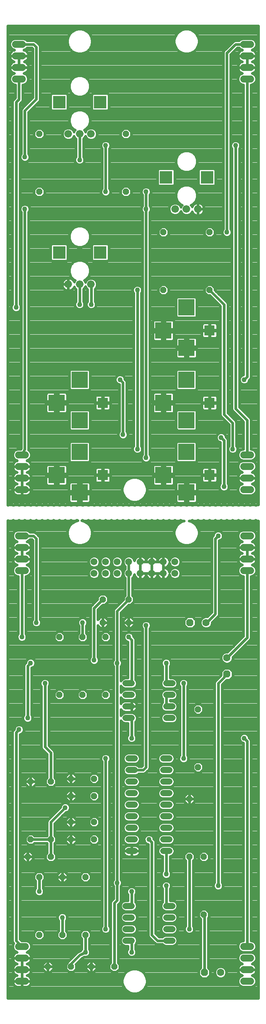
<source format=gbl>
G75*
%MOIN*%
%OFA0B0*%
%FSLAX25Y25*%
%IPPOS*%
%LPD*%
%AMOC8*
5,1,8,0,0,1.08239X$1,22.5*
%
%ADD10R,0.09000X0.09000*%
%ADD11R,0.14000X0.14000*%
%ADD12OC8,0.05200*%
%ADD13OC8,0.06300*%
%ADD14C,0.06300*%
%ADD15C,0.06600*%
%ADD16R,0.11024X0.11024*%
%ADD17C,0.05200*%
%ADD18C,0.06000*%
%ADD19C,0.05937*%
%ADD20C,0.02400*%
%ADD21C,0.04356*%
%ADD22C,0.01600*%
D10*
X0102200Y0479700D03*
X0102200Y0542200D03*
X0194700Y0542200D03*
X0194700Y0479700D03*
X0194700Y0604700D03*
D11*
X0174700Y0589700D03*
X0174700Y0562200D03*
X0174700Y0527200D03*
X0174700Y0499700D03*
X0174700Y0464700D03*
X0154700Y0479700D03*
X0154700Y0542200D03*
X0154700Y0604700D03*
X0174700Y0624700D03*
X0082200Y0562200D03*
X0082200Y0527200D03*
X0082200Y0499700D03*
X0082200Y0464700D03*
X0062200Y0479700D03*
X0062200Y0542200D03*
D12*
X0102200Y0372200D03*
X0102200Y0352200D03*
X0104700Y0339700D03*
X0104700Y0289700D03*
X0084700Y0289700D03*
X0084700Y0339700D03*
X0064700Y0339700D03*
X0064700Y0289700D03*
X0074700Y0217200D03*
X0074700Y0202200D03*
X0074700Y0179700D03*
X0074700Y0164700D03*
X0067200Y0132200D03*
X0057200Y0149700D03*
X0057200Y0164700D03*
X0047200Y0132200D03*
X0037200Y0149700D03*
X0039700Y0164700D03*
X0039700Y0214700D03*
X0057200Y0214700D03*
X0087200Y0132200D03*
X0094700Y0164700D03*
X0094700Y0179700D03*
X0094700Y0202200D03*
X0094700Y0217200D03*
X0087200Y0082200D03*
X0092200Y0054700D03*
X0074700Y0054700D03*
X0067200Y0082200D03*
X0054700Y0054700D03*
X0047200Y0082200D03*
X0112200Y0054700D03*
X0177200Y0149700D03*
X0189700Y0149700D03*
X0189700Y0099700D03*
X0177200Y0199700D03*
X0184700Y0227200D03*
X0184700Y0277200D03*
X0124700Y0352200D03*
X0124700Y0372200D03*
X0154700Y0639700D03*
X0154700Y0689700D03*
X0122200Y0724700D03*
X0122200Y0774700D03*
X0194700Y0689700D03*
X0194700Y0639700D03*
X0047200Y0724700D03*
X0047200Y0774700D03*
D13*
X0177700Y0352200D03*
X0209700Y0307700D03*
X0190200Y0049700D03*
D14*
X0204200Y0049700D03*
X0209700Y0321700D03*
X0191700Y0352200D03*
D15*
X0092043Y0644641D03*
X0082200Y0644641D03*
X0072357Y0644641D03*
X0072357Y0774641D03*
X0082200Y0774641D03*
X0092043Y0774641D03*
X0164857Y0709641D03*
X0174700Y0709641D03*
X0184543Y0709641D03*
D16*
X0192417Y0737200D03*
X0156983Y0737200D03*
X0099917Y0672200D03*
X0064483Y0672200D03*
X0064483Y0802200D03*
X0099917Y0802200D03*
D17*
X0122000Y0299700D02*
X0127200Y0299700D01*
X0127200Y0289700D02*
X0122000Y0289700D01*
X0122000Y0279700D02*
X0127200Y0279700D01*
X0127200Y0269700D02*
X0122000Y0269700D01*
X0124600Y0234700D02*
X0129800Y0234700D01*
X0129800Y0224700D02*
X0124600Y0224700D01*
X0124600Y0214700D02*
X0129800Y0214700D01*
X0129800Y0204700D02*
X0124600Y0204700D01*
X0124600Y0194700D02*
X0129800Y0194700D01*
X0129800Y0184700D02*
X0124600Y0184700D01*
X0124600Y0174700D02*
X0129800Y0174700D01*
X0129800Y0164700D02*
X0124600Y0164700D01*
X0124600Y0154700D02*
X0129800Y0154700D01*
X0127200Y0107200D02*
X0122000Y0107200D01*
X0122000Y0097200D02*
X0127200Y0097200D01*
X0127200Y0087200D02*
X0122000Y0087200D01*
X0122000Y0077200D02*
X0127200Y0077200D01*
X0154600Y0154700D02*
X0159800Y0154700D01*
X0159800Y0164700D02*
X0154600Y0164700D01*
X0154600Y0174700D02*
X0159800Y0174700D01*
X0159800Y0184700D02*
X0154600Y0184700D01*
X0154600Y0194700D02*
X0159800Y0194700D01*
X0159800Y0204700D02*
X0154600Y0204700D01*
X0154600Y0214700D02*
X0159800Y0214700D01*
X0159800Y0224700D02*
X0154600Y0224700D01*
X0154600Y0234700D02*
X0159800Y0234700D01*
X0157200Y0269700D02*
X0162400Y0269700D01*
X0162400Y0279700D02*
X0157200Y0279700D01*
X0157200Y0289700D02*
X0162400Y0289700D01*
X0162400Y0299700D02*
X0157200Y0299700D01*
X0157200Y0107200D02*
X0162400Y0107200D01*
X0162400Y0097200D02*
X0157200Y0097200D01*
X0157200Y0087200D02*
X0162400Y0087200D01*
X0162400Y0077200D02*
X0157200Y0077200D01*
D18*
X0224200Y0072200D02*
X0230200Y0072200D01*
X0230200Y0062200D02*
X0224200Y0062200D01*
X0224200Y0052200D02*
X0230200Y0052200D01*
X0230200Y0042200D02*
X0224200Y0042200D01*
X0224200Y0397200D02*
X0230200Y0397200D01*
X0230200Y0407200D02*
X0224200Y0407200D01*
X0224200Y0417200D02*
X0230200Y0417200D01*
X0230200Y0427200D02*
X0224200Y0427200D01*
X0224200Y0467200D02*
X0230200Y0467200D01*
X0230200Y0477200D02*
X0224200Y0477200D01*
X0224200Y0487200D02*
X0230200Y0487200D01*
X0230200Y0497200D02*
X0224200Y0497200D01*
X0224200Y0822200D02*
X0230200Y0822200D01*
X0230200Y0832200D02*
X0224200Y0832200D01*
X0224200Y0842200D02*
X0230200Y0842200D01*
X0230200Y0852200D02*
X0224200Y0852200D01*
X0035200Y0497200D02*
X0029200Y0497200D01*
X0029200Y0487200D02*
X0035200Y0487200D01*
X0035200Y0477200D02*
X0029200Y0477200D01*
X0029200Y0467200D02*
X0035200Y0467200D01*
X0035200Y0427200D02*
X0029200Y0427200D01*
X0029200Y0417200D02*
X0035200Y0417200D01*
X0035200Y0407200D02*
X0029200Y0407200D01*
X0029200Y0397200D02*
X0035200Y0397200D01*
X0035200Y0072200D02*
X0029200Y0072200D01*
X0029200Y0062200D02*
X0035200Y0062200D01*
X0035200Y0052200D02*
X0029200Y0052200D01*
X0029200Y0042200D02*
X0035200Y0042200D01*
X0032700Y0822200D02*
X0026700Y0822200D01*
X0026700Y0832200D02*
X0032700Y0832200D01*
X0032700Y0842200D02*
X0026700Y0842200D01*
X0026700Y0852200D02*
X0032700Y0852200D01*
D19*
X0094700Y0404700D03*
X0094700Y0394700D03*
X0104700Y0394700D03*
X0104700Y0404700D03*
X0114700Y0404700D03*
X0114700Y0394700D03*
X0124700Y0394700D03*
X0124700Y0404700D03*
X0134700Y0404700D03*
X0134700Y0394700D03*
X0144700Y0394700D03*
X0144700Y0404700D03*
X0154700Y0404700D03*
X0154700Y0394700D03*
X0164700Y0394700D03*
X0164700Y0404700D03*
D20*
X0019900Y0440607D02*
X0019900Y0027400D01*
X0236921Y0027400D01*
X0236921Y0440228D01*
X0235813Y0440228D01*
X0234700Y0440689D01*
X0233587Y0440228D01*
X0230813Y0440228D01*
X0229700Y0440689D01*
X0228587Y0440228D01*
X0225813Y0440228D01*
X0224700Y0440689D01*
X0223587Y0440228D01*
X0220813Y0440228D01*
X0219700Y0440689D01*
X0218587Y0440228D01*
X0215813Y0440228D01*
X0214700Y0440689D01*
X0213587Y0440228D01*
X0210813Y0440228D01*
X0209700Y0440689D01*
X0208587Y0440228D01*
X0205813Y0440228D01*
X0204700Y0440689D01*
X0203587Y0440228D01*
X0200813Y0440228D01*
X0199700Y0440689D01*
X0198587Y0440228D01*
X0195813Y0440228D01*
X0194700Y0440689D01*
X0193587Y0440228D01*
X0190813Y0440228D01*
X0189700Y0440689D01*
X0188587Y0440228D01*
X0185813Y0440228D01*
X0184700Y0440689D01*
X0183587Y0440228D01*
X0180813Y0440228D01*
X0179700Y0440689D01*
X0178587Y0440228D01*
X0176795Y0440228D01*
X0178835Y0439682D01*
X0181277Y0438272D01*
X0183272Y0436277D01*
X0184682Y0433835D01*
X0185412Y0431110D01*
X0185412Y0428290D01*
X0184682Y0425565D01*
X0183272Y0423123D01*
X0181277Y0421128D01*
X0178835Y0419718D01*
X0176110Y0418988D01*
X0173290Y0418988D01*
X0170565Y0419718D01*
X0168123Y0421128D01*
X0166128Y0423123D01*
X0164718Y0425565D01*
X0163988Y0428290D01*
X0163988Y0431110D01*
X0164718Y0433835D01*
X0166128Y0436277D01*
X0168123Y0438272D01*
X0170565Y0439682D01*
X0172605Y0440228D01*
X0170813Y0440228D01*
X0169700Y0440689D01*
X0168587Y0440228D01*
X0165813Y0440228D01*
X0164700Y0440689D01*
X0163587Y0440228D01*
X0160813Y0440228D01*
X0159700Y0440689D01*
X0158587Y0440228D01*
X0155813Y0440228D01*
X0154700Y0440689D01*
X0153587Y0440228D01*
X0150813Y0440228D01*
X0149700Y0440689D01*
X0148587Y0440228D01*
X0145813Y0440228D01*
X0144700Y0440689D01*
X0143587Y0440228D01*
X0140813Y0440228D01*
X0139700Y0440689D01*
X0138587Y0440228D01*
X0135813Y0440228D01*
X0134700Y0440689D01*
X0133587Y0440228D01*
X0130813Y0440228D01*
X0129700Y0440689D01*
X0128587Y0440228D01*
X0125813Y0440228D01*
X0124700Y0440689D01*
X0123587Y0440228D01*
X0120813Y0440228D01*
X0119700Y0440689D01*
X0118587Y0440228D01*
X0115813Y0440228D01*
X0114700Y0440689D01*
X0113587Y0440228D01*
X0110813Y0440228D01*
X0109700Y0440689D01*
X0108587Y0440228D01*
X0105813Y0440228D01*
X0104700Y0440689D01*
X0103587Y0440228D01*
X0100813Y0440228D01*
X0099700Y0440689D01*
X0098587Y0440228D01*
X0095813Y0440228D01*
X0094700Y0440689D01*
X0093587Y0440228D01*
X0090813Y0440228D01*
X0089700Y0440689D01*
X0088587Y0440228D01*
X0085813Y0440228D01*
X0084700Y0440689D01*
X0083865Y0440344D01*
X0086335Y0439682D01*
X0088777Y0438272D01*
X0090772Y0436277D01*
X0092182Y0433835D01*
X0092912Y0431110D01*
X0092912Y0428290D01*
X0092182Y0425565D01*
X0090772Y0423123D01*
X0088777Y0421128D01*
X0086335Y0419718D01*
X0083610Y0418988D01*
X0080790Y0418988D01*
X0078065Y0419718D01*
X0075623Y0421128D01*
X0073628Y0423123D01*
X0072218Y0425565D01*
X0071488Y0428290D01*
X0071488Y0431110D01*
X0072218Y0433835D01*
X0073628Y0436277D01*
X0075623Y0438272D01*
X0078065Y0439682D01*
X0080535Y0440344D01*
X0079700Y0440689D01*
X0078587Y0440228D01*
X0075813Y0440228D01*
X0074700Y0440689D01*
X0073587Y0440228D01*
X0070813Y0440228D01*
X0069700Y0440689D01*
X0068587Y0440228D01*
X0065813Y0440228D01*
X0064700Y0440689D01*
X0063587Y0440228D01*
X0060813Y0440228D01*
X0059700Y0440689D01*
X0058587Y0440228D01*
X0055813Y0440228D01*
X0054700Y0440689D01*
X0053587Y0440228D01*
X0050813Y0440228D01*
X0049700Y0440689D01*
X0048587Y0440228D01*
X0045813Y0440228D01*
X0044700Y0440689D01*
X0043587Y0440228D01*
X0040813Y0440228D01*
X0039700Y0440689D01*
X0038587Y0440228D01*
X0035813Y0440228D01*
X0034700Y0440689D01*
X0033587Y0440228D01*
X0030813Y0440228D01*
X0029700Y0440689D01*
X0028587Y0440228D01*
X0025813Y0440228D01*
X0024700Y0440689D01*
X0023587Y0440228D01*
X0020813Y0440228D01*
X0019900Y0440607D01*
X0019900Y0439541D02*
X0077821Y0439541D01*
X0074494Y0437142D02*
X0019900Y0437142D01*
X0019900Y0434744D02*
X0072743Y0434744D01*
X0071819Y0432345D02*
X0019900Y0432345D01*
X0019900Y0429947D02*
X0024926Y0429947D01*
X0024961Y0430032D02*
X0024200Y0428195D01*
X0024200Y0426205D01*
X0024961Y0424368D01*
X0026368Y0422961D01*
X0028018Y0422278D01*
X0027982Y0422272D01*
X0027204Y0422019D01*
X0026475Y0421647D01*
X0025812Y0421166D01*
X0025234Y0420588D01*
X0024753Y0419925D01*
X0024381Y0419196D01*
X0024128Y0418418D01*
X0024000Y0417609D01*
X0024000Y0417200D01*
X0032200Y0417200D01*
X0040400Y0417200D01*
X0040400Y0417609D01*
X0040272Y0418418D01*
X0040019Y0419196D01*
X0039647Y0419925D01*
X0039166Y0420588D01*
X0038588Y0421166D01*
X0037925Y0421647D01*
X0037196Y0422019D01*
X0036418Y0422272D01*
X0036382Y0422278D01*
X0038032Y0422961D01*
X0039071Y0424000D01*
X0040875Y0424000D01*
X0041500Y0423375D01*
X0041500Y0354909D01*
X0041158Y0354567D01*
X0040522Y0353031D01*
X0040522Y0351369D01*
X0041158Y0349833D01*
X0042333Y0348658D01*
X0043869Y0348022D01*
X0045531Y0348022D01*
X0047067Y0348658D01*
X0048242Y0349833D01*
X0048878Y0351369D01*
X0048878Y0353031D01*
X0048242Y0354567D01*
X0047900Y0354909D01*
X0047900Y0424063D01*
X0047900Y0425337D01*
X0047413Y0426513D01*
X0044913Y0429013D01*
X0044013Y0429913D01*
X0042837Y0430400D01*
X0039071Y0430400D01*
X0038032Y0431439D01*
X0036195Y0432200D01*
X0028205Y0432200D01*
X0026368Y0431439D01*
X0024961Y0430032D01*
X0024200Y0427548D02*
X0019900Y0427548D01*
X0019900Y0425150D02*
X0024637Y0425150D01*
X0026874Y0422751D02*
X0019900Y0422751D01*
X0019900Y0420353D02*
X0025063Y0420353D01*
X0024055Y0417954D02*
X0019900Y0417954D01*
X0019900Y0415556D02*
X0024267Y0415556D01*
X0024381Y0415204D02*
X0024753Y0414475D01*
X0025234Y0413812D01*
X0025812Y0413234D01*
X0026475Y0412753D01*
X0027204Y0412381D01*
X0027761Y0412200D01*
X0027204Y0412019D01*
X0026475Y0411647D01*
X0025812Y0411166D01*
X0025234Y0410588D01*
X0024753Y0409925D01*
X0024381Y0409196D01*
X0024128Y0408418D01*
X0024000Y0407609D01*
X0024000Y0407200D01*
X0032200Y0407200D01*
X0040400Y0407200D01*
X0040400Y0407609D01*
X0040272Y0408418D01*
X0040019Y0409196D01*
X0039647Y0409925D01*
X0039166Y0410588D01*
X0038588Y0411166D01*
X0037925Y0411647D01*
X0037196Y0412019D01*
X0036639Y0412200D01*
X0037196Y0412381D01*
X0037925Y0412753D01*
X0038588Y0413234D01*
X0039166Y0413812D01*
X0039647Y0414475D01*
X0040019Y0415204D01*
X0040272Y0415982D01*
X0040400Y0416791D01*
X0040400Y0417200D01*
X0032200Y0417200D01*
X0032200Y0417200D01*
X0032200Y0417200D01*
X0032200Y0412000D01*
X0032200Y0407200D01*
X0032200Y0407200D01*
X0032200Y0407200D01*
X0040400Y0407200D01*
X0040400Y0406791D01*
X0040272Y0405982D01*
X0040019Y0405204D01*
X0039647Y0404475D01*
X0039166Y0403812D01*
X0038588Y0403234D01*
X0037925Y0402753D01*
X0037196Y0402381D01*
X0036418Y0402128D01*
X0036382Y0402122D01*
X0038032Y0401439D01*
X0039439Y0400032D01*
X0040200Y0398195D01*
X0040200Y0396205D01*
X0039439Y0394368D01*
X0038032Y0392961D01*
X0036195Y0392200D01*
X0035400Y0392200D01*
X0035400Y0342409D01*
X0035742Y0342067D01*
X0036378Y0340531D01*
X0036378Y0338869D01*
X0035742Y0337333D01*
X0034567Y0336158D01*
X0033031Y0335522D01*
X0031369Y0335522D01*
X0029833Y0336158D01*
X0028658Y0337333D01*
X0028022Y0338869D01*
X0028022Y0340531D01*
X0028658Y0342067D01*
X0029000Y0342409D01*
X0029000Y0392200D01*
X0028205Y0392200D01*
X0026368Y0392961D01*
X0024961Y0394368D01*
X0024200Y0396205D01*
X0024200Y0398195D01*
X0024961Y0400032D01*
X0026368Y0401439D01*
X0028018Y0402122D01*
X0027982Y0402128D01*
X0027204Y0402381D01*
X0026475Y0402753D01*
X0025812Y0403234D01*
X0025234Y0403812D01*
X0024753Y0404475D01*
X0024381Y0405204D01*
X0024128Y0405982D01*
X0024000Y0406791D01*
X0024000Y0407200D01*
X0032200Y0407200D01*
X0032200Y0407200D01*
X0032200Y0417200D01*
X0032200Y0417200D01*
X0024000Y0417200D01*
X0024000Y0416791D01*
X0024128Y0415982D01*
X0024381Y0415204D01*
X0025917Y0413157D02*
X0019900Y0413157D01*
X0019900Y0410759D02*
X0025405Y0410759D01*
X0024119Y0408360D02*
X0019900Y0408360D01*
X0019900Y0405962D02*
X0024135Y0405962D01*
X0025483Y0403563D02*
X0019900Y0403563D01*
X0019900Y0401165D02*
X0026094Y0401165D01*
X0024437Y0398766D02*
X0019900Y0398766D01*
X0019900Y0396368D02*
X0024200Y0396368D01*
X0025360Y0393969D02*
X0019900Y0393969D01*
X0019900Y0391571D02*
X0029000Y0391571D01*
X0029000Y0389172D02*
X0019900Y0389172D01*
X0019900Y0386774D02*
X0029000Y0386774D01*
X0029000Y0384375D02*
X0019900Y0384375D01*
X0019900Y0381977D02*
X0029000Y0381977D01*
X0029000Y0379578D02*
X0019900Y0379578D01*
X0019900Y0377180D02*
X0029000Y0377180D01*
X0029000Y0374781D02*
X0019900Y0374781D01*
X0019900Y0372383D02*
X0029000Y0372383D01*
X0029000Y0369984D02*
X0019900Y0369984D01*
X0019900Y0367586D02*
X0029000Y0367586D01*
X0029000Y0365187D02*
X0019900Y0365187D01*
X0019900Y0362789D02*
X0029000Y0362789D01*
X0029000Y0360390D02*
X0019900Y0360390D01*
X0019900Y0357992D02*
X0029000Y0357992D01*
X0029000Y0355593D02*
X0019900Y0355593D01*
X0019900Y0353195D02*
X0029000Y0353195D01*
X0029000Y0350796D02*
X0019900Y0350796D01*
X0019900Y0348398D02*
X0029000Y0348398D01*
X0029000Y0345999D02*
X0019900Y0345999D01*
X0019900Y0343601D02*
X0029000Y0343601D01*
X0028300Y0341202D02*
X0019900Y0341202D01*
X0019900Y0338803D02*
X0028049Y0338803D01*
X0029586Y0336405D02*
X0019900Y0336405D01*
X0019900Y0334006D02*
X0091500Y0334006D01*
X0091500Y0331608D02*
X0019900Y0331608D01*
X0019900Y0329209D02*
X0091500Y0329209D01*
X0091500Y0326811D02*
X0019900Y0326811D01*
X0019900Y0324412D02*
X0091500Y0324412D01*
X0091500Y0322409D02*
X0091158Y0322067D01*
X0090522Y0320531D01*
X0090522Y0318869D01*
X0091158Y0317333D01*
X0092333Y0316158D01*
X0093869Y0315522D01*
X0095531Y0315522D01*
X0097067Y0316158D01*
X0098242Y0317333D01*
X0098878Y0318869D01*
X0098878Y0320531D01*
X0098242Y0322067D01*
X0097900Y0322409D01*
X0097900Y0349712D01*
X0100212Y0347400D01*
X0102200Y0347400D01*
X0104188Y0347400D01*
X0107000Y0350212D01*
X0107000Y0352200D01*
X0107000Y0354188D01*
X0104188Y0357000D01*
X0102200Y0357000D01*
X0102200Y0352200D01*
X0102200Y0352200D01*
X0107000Y0352200D01*
X0102200Y0352200D01*
X0102200Y0352200D01*
X0102200Y0357000D01*
X0100212Y0357000D01*
X0097900Y0354688D01*
X0097900Y0363375D01*
X0102125Y0367600D01*
X0104105Y0367600D01*
X0106800Y0370295D01*
X0106800Y0374105D01*
X0104105Y0376800D01*
X0100295Y0376800D01*
X0097600Y0374105D01*
X0097600Y0372125D01*
X0091987Y0366513D01*
X0091500Y0365337D01*
X0091500Y0322409D01*
X0091136Y0322014D02*
X0019900Y0322014D01*
X0019900Y0319615D02*
X0036207Y0319615D01*
X0036158Y0319567D02*
X0035522Y0318031D01*
X0035522Y0317548D01*
X0034487Y0316513D01*
X0034000Y0315337D01*
X0034000Y0272409D01*
X0033658Y0272067D01*
X0033022Y0270531D01*
X0033022Y0268869D01*
X0033658Y0267333D01*
X0034833Y0266158D01*
X0036369Y0265522D01*
X0038031Y0265522D01*
X0039567Y0266158D01*
X0040742Y0267333D01*
X0041378Y0268869D01*
X0041378Y0270531D01*
X0040742Y0272067D01*
X0040400Y0272409D01*
X0040400Y0313022D01*
X0040531Y0313022D01*
X0042067Y0313658D01*
X0043242Y0314833D01*
X0043878Y0316369D01*
X0043878Y0318031D01*
X0043242Y0319567D01*
X0042067Y0320742D01*
X0040531Y0321378D01*
X0038869Y0321378D01*
X0037333Y0320742D01*
X0036158Y0319567D01*
X0035191Y0317217D02*
X0019900Y0317217D01*
X0019900Y0314818D02*
X0034000Y0314818D01*
X0034000Y0312420D02*
X0019900Y0312420D01*
X0019900Y0310021D02*
X0034000Y0310021D01*
X0034000Y0307623D02*
X0019900Y0307623D01*
X0019900Y0305224D02*
X0034000Y0305224D01*
X0034000Y0302826D02*
X0019900Y0302826D01*
X0019900Y0300427D02*
X0034000Y0300427D01*
X0034000Y0298029D02*
X0019900Y0298029D01*
X0019900Y0295630D02*
X0034000Y0295630D01*
X0034000Y0293232D02*
X0019900Y0293232D01*
X0019900Y0290833D02*
X0034000Y0290833D01*
X0034000Y0288435D02*
X0019900Y0288435D01*
X0019900Y0286036D02*
X0034000Y0286036D01*
X0034000Y0283638D02*
X0019900Y0283638D01*
X0019900Y0281239D02*
X0034000Y0281239D01*
X0034000Y0278841D02*
X0019900Y0278841D01*
X0019900Y0276442D02*
X0034000Y0276442D01*
X0034000Y0274044D02*
X0019900Y0274044D01*
X0019900Y0271645D02*
X0033484Y0271645D01*
X0033022Y0269247D02*
X0019900Y0269247D01*
X0019900Y0266848D02*
X0034143Y0266848D01*
X0032067Y0263242D02*
X0030531Y0263878D01*
X0028869Y0263878D01*
X0027333Y0263242D01*
X0026158Y0262067D01*
X0025522Y0260531D01*
X0025522Y0260048D01*
X0025387Y0259913D01*
X0024487Y0259013D01*
X0024000Y0257837D01*
X0024000Y0076563D01*
X0024487Y0075387D01*
X0024926Y0074948D01*
X0024200Y0073195D01*
X0024200Y0071205D01*
X0024961Y0069368D01*
X0026368Y0067961D01*
X0028018Y0067278D01*
X0027982Y0067272D01*
X0027204Y0067019D01*
X0026475Y0066647D01*
X0025812Y0066166D01*
X0025234Y0065588D01*
X0024753Y0064925D01*
X0024381Y0064196D01*
X0024128Y0063418D01*
X0024000Y0062609D01*
X0024000Y0062200D01*
X0032200Y0062200D01*
X0040400Y0062200D01*
X0040400Y0062609D01*
X0040272Y0063418D01*
X0040019Y0064196D01*
X0039647Y0064925D01*
X0039166Y0065588D01*
X0038588Y0066166D01*
X0037925Y0066647D01*
X0037196Y0067019D01*
X0036418Y0067272D01*
X0036382Y0067278D01*
X0038032Y0067961D01*
X0039439Y0069368D01*
X0040200Y0071205D01*
X0040200Y0073195D01*
X0039439Y0075032D01*
X0038032Y0076439D01*
X0036195Y0077200D01*
X0031725Y0077200D01*
X0030400Y0078525D01*
X0030400Y0255522D01*
X0030531Y0255522D01*
X0032067Y0256158D01*
X0033242Y0257333D01*
X0033878Y0258869D01*
X0033878Y0260531D01*
X0033242Y0262067D01*
X0032067Y0263242D01*
X0033248Y0262051D02*
X0049000Y0262051D01*
X0049000Y0259653D02*
X0033878Y0259653D01*
X0033163Y0257254D02*
X0049000Y0257254D01*
X0049000Y0254856D02*
X0030400Y0254856D01*
X0030400Y0252457D02*
X0049000Y0252457D01*
X0049000Y0250059D02*
X0030400Y0250059D01*
X0030400Y0247660D02*
X0049000Y0247660D01*
X0049000Y0245262D02*
X0030400Y0245262D01*
X0030400Y0242863D02*
X0049511Y0242863D01*
X0049487Y0242887D02*
X0054000Y0238375D01*
X0054000Y0218005D01*
X0052600Y0216605D01*
X0052600Y0212795D01*
X0055295Y0210100D01*
X0059105Y0210100D01*
X0061800Y0212795D01*
X0061800Y0216605D01*
X0060400Y0218005D01*
X0060400Y0240337D01*
X0059913Y0241513D01*
X0055400Y0246025D01*
X0055400Y0296991D01*
X0055742Y0297333D01*
X0056378Y0298869D01*
X0056378Y0300531D01*
X0055742Y0302067D01*
X0054567Y0303242D01*
X0053031Y0303878D01*
X0051369Y0303878D01*
X0049833Y0303242D01*
X0048658Y0302067D01*
X0048022Y0300531D01*
X0048022Y0298869D01*
X0048658Y0297333D01*
X0049000Y0296991D01*
X0049000Y0244063D01*
X0049487Y0242887D01*
X0052200Y0244700D02*
X0057200Y0239700D01*
X0057200Y0214700D01*
X0060688Y0211682D02*
X0101500Y0211682D01*
X0101500Y0209284D02*
X0030400Y0209284D01*
X0030400Y0211682D02*
X0035929Y0211682D01*
X0034900Y0212712D02*
X0037712Y0209900D01*
X0039700Y0209900D01*
X0041688Y0209900D01*
X0044500Y0212712D01*
X0044500Y0214700D01*
X0044500Y0216688D01*
X0041688Y0219500D01*
X0039700Y0219500D01*
X0039700Y0214700D01*
X0039700Y0214700D01*
X0044500Y0214700D01*
X0039700Y0214700D01*
X0039700Y0214700D01*
X0039700Y0214700D01*
X0034900Y0214700D01*
X0034900Y0216688D01*
X0037712Y0219500D01*
X0039700Y0219500D01*
X0039700Y0214700D01*
X0039700Y0209900D01*
X0039700Y0214700D01*
X0039700Y0214700D01*
X0034900Y0214700D01*
X0034900Y0212712D01*
X0034900Y0214081D02*
X0030400Y0214081D01*
X0030400Y0216479D02*
X0034900Y0216479D01*
X0037090Y0218878D02*
X0030400Y0218878D01*
X0030400Y0221276D02*
X0054000Y0221276D01*
X0054000Y0218878D02*
X0042310Y0218878D01*
X0039700Y0218878D02*
X0039700Y0218878D01*
X0039700Y0216479D02*
X0039700Y0216479D01*
X0039700Y0214081D02*
X0039700Y0214081D01*
X0039700Y0211682D02*
X0039700Y0211682D01*
X0043471Y0211682D02*
X0053712Y0211682D01*
X0052600Y0214081D02*
X0044500Y0214081D01*
X0044500Y0216479D02*
X0052600Y0216479D01*
X0054000Y0223675D02*
X0030400Y0223675D01*
X0030400Y0226073D02*
X0054000Y0226073D01*
X0054000Y0228472D02*
X0030400Y0228472D01*
X0030400Y0230870D02*
X0054000Y0230870D01*
X0054000Y0233269D02*
X0030400Y0233269D01*
X0030400Y0235668D02*
X0054000Y0235668D01*
X0054000Y0238066D02*
X0030400Y0238066D01*
X0030400Y0240465D02*
X0051910Y0240465D01*
X0052200Y0244700D02*
X0052200Y0299700D01*
X0048370Y0298029D02*
X0040400Y0298029D01*
X0040400Y0300427D02*
X0048022Y0300427D01*
X0049417Y0302826D02*
X0040400Y0302826D01*
X0040400Y0305224D02*
X0111500Y0305224D01*
X0111500Y0302826D02*
X0054983Y0302826D01*
X0056378Y0300427D02*
X0111500Y0300427D01*
X0111500Y0298029D02*
X0056030Y0298029D01*
X0055400Y0295630D02*
X0111500Y0295630D01*
X0111500Y0293232D02*
X0107674Y0293232D01*
X0106605Y0294300D02*
X0102795Y0294300D01*
X0100100Y0291605D01*
X0100100Y0287795D01*
X0102795Y0285100D01*
X0106605Y0285100D01*
X0109300Y0287795D01*
X0109300Y0291605D01*
X0106605Y0294300D01*
X0109300Y0290833D02*
X0111500Y0290833D01*
X0111500Y0288435D02*
X0109300Y0288435D01*
X0107542Y0286036D02*
X0111500Y0286036D01*
X0111500Y0283638D02*
X0055400Y0283638D01*
X0055400Y0286036D02*
X0061858Y0286036D01*
X0062795Y0285100D02*
X0066605Y0285100D01*
X0069300Y0287795D01*
X0069300Y0291605D01*
X0066605Y0294300D01*
X0062795Y0294300D01*
X0060100Y0291605D01*
X0060100Y0287795D01*
X0062795Y0285100D01*
X0060100Y0288435D02*
X0055400Y0288435D01*
X0055400Y0290833D02*
X0060100Y0290833D01*
X0061726Y0293232D02*
X0055400Y0293232D01*
X0055400Y0281239D02*
X0111500Y0281239D01*
X0111500Y0278841D02*
X0055400Y0278841D01*
X0055400Y0276442D02*
X0111500Y0276442D01*
X0111500Y0274044D02*
X0055400Y0274044D01*
X0055400Y0271645D02*
X0111500Y0271645D01*
X0111500Y0269247D02*
X0055400Y0269247D01*
X0055400Y0266848D02*
X0111500Y0266848D01*
X0111500Y0264450D02*
X0055400Y0264450D01*
X0055400Y0262051D02*
X0111500Y0262051D01*
X0111500Y0259653D02*
X0055400Y0259653D01*
X0055400Y0257254D02*
X0111500Y0257254D01*
X0111500Y0254856D02*
X0055400Y0254856D01*
X0055400Y0252457D02*
X0111500Y0252457D01*
X0111500Y0250059D02*
X0055400Y0250059D01*
X0055400Y0247660D02*
X0111500Y0247660D01*
X0111500Y0245262D02*
X0056164Y0245262D01*
X0058562Y0242863D02*
X0111500Y0242863D01*
X0111500Y0240465D02*
X0060347Y0240465D01*
X0060400Y0238066D02*
X0102158Y0238066D01*
X0102333Y0238242D02*
X0101158Y0237067D01*
X0100522Y0235531D01*
X0100522Y0233869D01*
X0101158Y0232333D01*
X0101500Y0231991D01*
X0101500Y0089909D01*
X0101158Y0089567D01*
X0100522Y0088031D01*
X0100522Y0086369D01*
X0101158Y0084833D01*
X0102333Y0083658D01*
X0103869Y0083022D01*
X0105531Y0083022D01*
X0107067Y0083658D01*
X0108242Y0084833D01*
X0108878Y0086369D01*
X0108878Y0088031D01*
X0108242Y0089567D01*
X0107900Y0089909D01*
X0107900Y0231991D01*
X0108242Y0232333D01*
X0108878Y0233869D01*
X0108878Y0235531D01*
X0108242Y0237067D01*
X0107067Y0238242D01*
X0105531Y0238878D01*
X0103869Y0238878D01*
X0102333Y0238242D01*
X0100579Y0235668D02*
X0060400Y0235668D01*
X0060400Y0233269D02*
X0100771Y0233269D01*
X0101500Y0230870D02*
X0060400Y0230870D01*
X0060400Y0228472D02*
X0101500Y0228472D01*
X0101500Y0226073D02*
X0060400Y0226073D01*
X0060400Y0223675D02*
X0101500Y0223675D01*
X0101500Y0221276D02*
X0097129Y0221276D01*
X0096605Y0221800D02*
X0092795Y0221800D01*
X0090100Y0219105D01*
X0090100Y0215295D01*
X0092795Y0212600D01*
X0096605Y0212600D01*
X0099300Y0215295D01*
X0099300Y0219105D01*
X0096605Y0221800D01*
X0099300Y0218878D02*
X0101500Y0218878D01*
X0101500Y0216479D02*
X0099300Y0216479D01*
X0098086Y0214081D02*
X0101500Y0214081D01*
X0101500Y0206885D02*
X0076803Y0206885D01*
X0076688Y0207000D02*
X0074700Y0207000D01*
X0074700Y0202200D01*
X0079500Y0202200D01*
X0079500Y0204188D01*
X0076688Y0207000D01*
X0074700Y0207000D02*
X0074700Y0202200D01*
X0074700Y0202200D01*
X0074700Y0202200D01*
X0079500Y0202200D01*
X0079500Y0200212D01*
X0076688Y0197400D01*
X0074700Y0197400D01*
X0074700Y0202200D01*
X0074700Y0202200D01*
X0074700Y0202200D01*
X0069900Y0202200D01*
X0069900Y0204188D01*
X0072712Y0207000D01*
X0074700Y0207000D01*
X0074700Y0206885D02*
X0074700Y0206885D01*
X0072597Y0206885D02*
X0030400Y0206885D01*
X0030400Y0204487D02*
X0070199Y0204487D01*
X0069900Y0202200D02*
X0069900Y0200212D01*
X0072712Y0197400D01*
X0074700Y0197400D01*
X0074700Y0202200D01*
X0069900Y0202200D01*
X0069900Y0202088D02*
X0030400Y0202088D01*
X0030400Y0199690D02*
X0070422Y0199690D01*
X0070531Y0196378D02*
X0068869Y0196378D01*
X0067333Y0195742D01*
X0066158Y0194567D01*
X0065522Y0193031D01*
X0065522Y0192548D01*
X0054487Y0181513D01*
X0054000Y0180337D01*
X0054000Y0168005D01*
X0053895Y0167900D01*
X0043005Y0167900D01*
X0041605Y0169300D01*
X0037795Y0169300D01*
X0035100Y0166605D01*
X0035100Y0162795D01*
X0037795Y0160100D01*
X0041605Y0160100D01*
X0043005Y0161500D01*
X0053895Y0161500D01*
X0054000Y0161395D01*
X0054000Y0153005D01*
X0052600Y0151605D01*
X0052600Y0147795D01*
X0055295Y0145100D01*
X0059105Y0145100D01*
X0061800Y0147795D01*
X0061800Y0151605D01*
X0060400Y0153005D01*
X0060400Y0161395D01*
X0061800Y0162795D01*
X0061800Y0166605D01*
X0060400Y0168005D01*
X0060400Y0178375D01*
X0070048Y0188022D01*
X0070531Y0188022D01*
X0072067Y0188658D01*
X0073242Y0189833D01*
X0073878Y0191369D01*
X0073878Y0193031D01*
X0073242Y0194567D01*
X0072067Y0195742D01*
X0070531Y0196378D01*
X0072916Y0194893D02*
X0101500Y0194893D01*
X0101500Y0197291D02*
X0030400Y0197291D01*
X0030400Y0194893D02*
X0066484Y0194893D01*
X0065469Y0192494D02*
X0030400Y0192494D01*
X0030400Y0190096D02*
X0063070Y0190096D01*
X0060672Y0187697D02*
X0030400Y0187697D01*
X0030400Y0185299D02*
X0058273Y0185299D01*
X0055875Y0182900D02*
X0030400Y0182900D01*
X0030400Y0180502D02*
X0054068Y0180502D01*
X0054000Y0178103D02*
X0030400Y0178103D01*
X0030400Y0175705D02*
X0054000Y0175705D01*
X0054000Y0173306D02*
X0030400Y0173306D01*
X0030400Y0170908D02*
X0054000Y0170908D01*
X0054000Y0168509D02*
X0042396Y0168509D01*
X0039700Y0164700D02*
X0057200Y0164700D01*
X0057200Y0179700D01*
X0069700Y0192200D01*
X0073878Y0192494D02*
X0101500Y0192494D01*
X0101500Y0190096D02*
X0073351Y0190096D01*
X0069723Y0187697D02*
X0101500Y0187697D01*
X0101500Y0185299D02*
X0067324Y0185299D01*
X0064926Y0182900D02*
X0071112Y0182900D01*
X0069900Y0181688D02*
X0069900Y0179700D01*
X0074700Y0179700D01*
X0079500Y0179700D01*
X0079500Y0181688D01*
X0076688Y0184500D01*
X0074700Y0184500D01*
X0074700Y0179700D01*
X0074700Y0179700D01*
X0074700Y0179700D01*
X0079500Y0179700D01*
X0079500Y0177712D01*
X0076688Y0174900D01*
X0074700Y0174900D01*
X0074700Y0179700D01*
X0074700Y0179700D01*
X0074700Y0179700D01*
X0074700Y0184500D01*
X0072712Y0184500D01*
X0069900Y0181688D01*
X0069900Y0180502D02*
X0062527Y0180502D01*
X0060400Y0178103D02*
X0069900Y0178103D01*
X0069900Y0177712D02*
X0072712Y0174900D01*
X0074700Y0174900D01*
X0074700Y0179700D01*
X0069900Y0179700D01*
X0069900Y0177712D01*
X0071907Y0175705D02*
X0060400Y0175705D01*
X0060400Y0173306D02*
X0101500Y0173306D01*
X0101500Y0170908D02*
X0060400Y0170908D01*
X0060400Y0168509D02*
X0071721Y0168509D01*
X0072712Y0169500D02*
X0069900Y0166688D01*
X0069900Y0164700D01*
X0074700Y0164700D01*
X0079500Y0164700D01*
X0079500Y0166688D01*
X0076688Y0169500D01*
X0074700Y0169500D01*
X0074700Y0164700D01*
X0074700Y0164700D01*
X0074700Y0164700D01*
X0079500Y0164700D01*
X0079500Y0162712D01*
X0076688Y0159900D01*
X0074700Y0159900D01*
X0074700Y0164700D01*
X0074700Y0164700D01*
X0074700Y0164700D01*
X0074700Y0169500D01*
X0072712Y0169500D01*
X0074700Y0168509D02*
X0074700Y0168509D01*
X0074700Y0166111D02*
X0074700Y0166111D01*
X0074700Y0164700D02*
X0069900Y0164700D01*
X0069900Y0162712D01*
X0072712Y0159900D01*
X0074700Y0159900D01*
X0074700Y0164700D01*
X0074700Y0163712D02*
X0074700Y0163712D01*
X0074700Y0161314D02*
X0074700Y0161314D01*
X0078102Y0161314D02*
X0091581Y0161314D01*
X0092795Y0160100D02*
X0090100Y0162795D01*
X0090100Y0166605D01*
X0092795Y0169300D01*
X0096605Y0169300D01*
X0099300Y0166605D01*
X0099300Y0162795D01*
X0096605Y0160100D01*
X0092795Y0160100D01*
X0090100Y0163712D02*
X0079500Y0163712D01*
X0079500Y0166111D02*
X0090100Y0166111D01*
X0092004Y0168509D02*
X0077679Y0168509D01*
X0077493Y0175705D02*
X0092190Y0175705D01*
X0092795Y0175100D02*
X0090100Y0177795D01*
X0090100Y0181605D01*
X0092795Y0184300D01*
X0096605Y0184300D01*
X0099300Y0181605D01*
X0099300Y0177795D01*
X0096605Y0175100D01*
X0092795Y0175100D01*
X0090100Y0178103D02*
X0079500Y0178103D01*
X0079500Y0180502D02*
X0090100Y0180502D01*
X0091395Y0182900D02*
X0078288Y0182900D01*
X0074700Y0182900D02*
X0074700Y0182900D01*
X0074700Y0180502D02*
X0074700Y0180502D01*
X0074700Y0178103D02*
X0074700Y0178103D01*
X0074700Y0175705D02*
X0074700Y0175705D01*
X0069900Y0166111D02*
X0061800Y0166111D01*
X0061800Y0163712D02*
X0069900Y0163712D01*
X0071298Y0161314D02*
X0060400Y0161314D01*
X0060400Y0158915D02*
X0101500Y0158915D01*
X0101500Y0156517D02*
X0060400Y0156517D01*
X0060400Y0154118D02*
X0101500Y0154118D01*
X0101500Y0151720D02*
X0061686Y0151720D01*
X0061800Y0149321D02*
X0101500Y0149321D01*
X0101500Y0146923D02*
X0060928Y0146923D01*
X0065212Y0137000D02*
X0062400Y0134188D01*
X0062400Y0132200D01*
X0067200Y0132200D01*
X0067200Y0132200D01*
X0067200Y0137000D01*
X0069188Y0137000D01*
X0072000Y0134188D01*
X0072000Y0132200D01*
X0067200Y0132200D01*
X0067200Y0132200D01*
X0067200Y0132200D01*
X0067200Y0137000D01*
X0065212Y0137000D01*
X0067200Y0134930D02*
X0067200Y0134930D01*
X0067200Y0132532D02*
X0067200Y0132532D01*
X0067200Y0132200D02*
X0062400Y0132200D01*
X0062400Y0130212D01*
X0065212Y0127400D01*
X0067200Y0127400D01*
X0069188Y0127400D01*
X0072000Y0130212D01*
X0072000Y0132200D01*
X0067200Y0132200D01*
X0067200Y0127400D01*
X0067200Y0132200D01*
X0067200Y0132200D01*
X0067200Y0130133D02*
X0067200Y0130133D01*
X0067200Y0127734D02*
X0067200Y0127734D01*
X0069523Y0127734D02*
X0085160Y0127734D01*
X0085295Y0127600D02*
X0089105Y0127600D01*
X0091800Y0130295D01*
X0091800Y0134105D01*
X0089105Y0136800D01*
X0085295Y0136800D01*
X0082600Y0134105D01*
X0082600Y0130295D01*
X0085295Y0127600D01*
X0082762Y0130133D02*
X0071921Y0130133D01*
X0072000Y0132532D02*
X0082600Y0132532D01*
X0083425Y0134930D02*
X0071258Y0134930D01*
X0064877Y0127734D02*
X0050400Y0127734D01*
X0050400Y0128895D02*
X0051800Y0130295D01*
X0051800Y0134105D01*
X0049105Y0136800D01*
X0045295Y0136800D01*
X0042600Y0134105D01*
X0042600Y0130295D01*
X0044000Y0128895D01*
X0044000Y0122409D01*
X0043658Y0122067D01*
X0043022Y0120531D01*
X0043022Y0118869D01*
X0043658Y0117333D01*
X0044833Y0116158D01*
X0046369Y0115522D01*
X0048031Y0115522D01*
X0049567Y0116158D01*
X0050742Y0117333D01*
X0051378Y0118869D01*
X0051378Y0120531D01*
X0050742Y0122067D01*
X0050400Y0122409D01*
X0050400Y0128895D01*
X0051638Y0130133D02*
X0062479Y0130133D01*
X0062400Y0132532D02*
X0051800Y0132532D01*
X0050975Y0134930D02*
X0063142Y0134930D01*
X0057200Y0149700D02*
X0057200Y0164700D01*
X0054000Y0161314D02*
X0042819Y0161314D01*
X0039188Y0154500D02*
X0042000Y0151688D01*
X0042000Y0149700D01*
X0037200Y0149700D01*
X0037200Y0149700D01*
X0037200Y0149700D01*
X0037200Y0154500D01*
X0039188Y0154500D01*
X0039570Y0154118D02*
X0054000Y0154118D01*
X0054000Y0156517D02*
X0030400Y0156517D01*
X0030400Y0158915D02*
X0054000Y0158915D01*
X0052714Y0151720D02*
X0041969Y0151720D01*
X0042000Y0149700D02*
X0037200Y0149700D01*
X0037200Y0144900D01*
X0039188Y0144900D01*
X0042000Y0147712D01*
X0042000Y0149700D01*
X0042000Y0149321D02*
X0052600Y0149321D01*
X0053472Y0146923D02*
X0041211Y0146923D01*
X0037200Y0146923D02*
X0037200Y0146923D01*
X0037200Y0144900D02*
X0037200Y0149700D01*
X0037200Y0149700D01*
X0037200Y0149700D01*
X0032400Y0149700D01*
X0032400Y0151688D01*
X0035212Y0154500D01*
X0037200Y0154500D01*
X0037200Y0149700D01*
X0032400Y0149700D01*
X0032400Y0147712D01*
X0035212Y0144900D01*
X0037200Y0144900D01*
X0037200Y0149321D02*
X0037200Y0149321D01*
X0037200Y0151720D02*
X0037200Y0151720D01*
X0037200Y0154118D02*
X0037200Y0154118D01*
X0034830Y0154118D02*
X0030400Y0154118D01*
X0030400Y0151720D02*
X0032431Y0151720D01*
X0032400Y0149321D02*
X0030400Y0149321D01*
X0030400Y0146923D02*
X0033189Y0146923D01*
X0030400Y0144524D02*
X0101500Y0144524D01*
X0101500Y0142126D02*
X0030400Y0142126D01*
X0030400Y0139727D02*
X0101500Y0139727D01*
X0101500Y0137329D02*
X0030400Y0137329D01*
X0030400Y0134930D02*
X0043425Y0134930D01*
X0042600Y0132532D02*
X0030400Y0132532D01*
X0030400Y0130133D02*
X0042762Y0130133D01*
X0044000Y0127734D02*
X0030400Y0127734D01*
X0030400Y0125336D02*
X0044000Y0125336D01*
X0044000Y0122937D02*
X0030400Y0122937D01*
X0030400Y0120539D02*
X0043025Y0120539D01*
X0043324Y0118140D02*
X0030400Y0118140D01*
X0030400Y0115742D02*
X0045838Y0115742D01*
X0048562Y0115742D02*
X0101500Y0115742D01*
X0101500Y0118140D02*
X0051076Y0118140D01*
X0051375Y0120539D02*
X0101500Y0120539D01*
X0101500Y0122937D02*
X0050400Y0122937D01*
X0050400Y0125336D02*
X0101500Y0125336D01*
X0101500Y0127734D02*
X0089240Y0127734D01*
X0091638Y0130133D02*
X0101500Y0130133D01*
X0101500Y0132532D02*
X0091800Y0132532D01*
X0090975Y0134930D02*
X0101500Y0134930D01*
X0107900Y0134930D02*
X0111500Y0134930D01*
X0111500Y0132532D02*
X0107900Y0132532D01*
X0107900Y0130133D02*
X0111500Y0130133D01*
X0111500Y0129909D02*
X0111158Y0129567D01*
X0110522Y0128031D01*
X0110522Y0126369D01*
X0111158Y0124833D01*
X0111500Y0124491D01*
X0111500Y0113525D01*
X0109487Y0111513D01*
X0109000Y0110337D01*
X0109000Y0058005D01*
X0107600Y0056605D01*
X0107600Y0052795D01*
X0110295Y0050100D01*
X0114105Y0050100D01*
X0116800Y0052795D01*
X0116800Y0056605D01*
X0115400Y0058005D01*
X0115400Y0108375D01*
X0116513Y0109487D01*
X0117413Y0110387D01*
X0117900Y0111563D01*
X0117900Y0124491D01*
X0118242Y0124833D01*
X0118878Y0126369D01*
X0118878Y0128031D01*
X0118242Y0129567D01*
X0117900Y0129909D01*
X0117900Y0267578D01*
X0118100Y0267094D01*
X0119394Y0265800D01*
X0121085Y0265100D01*
X0124000Y0265100D01*
X0124000Y0254909D01*
X0123658Y0254567D01*
X0123022Y0253031D01*
X0123022Y0251369D01*
X0123658Y0249833D01*
X0124833Y0248658D01*
X0126369Y0248022D01*
X0128031Y0248022D01*
X0129567Y0248658D01*
X0130742Y0249833D01*
X0131378Y0251369D01*
X0131378Y0253031D01*
X0130742Y0254567D01*
X0130400Y0254909D01*
X0130400Y0266395D01*
X0131100Y0267094D01*
X0131800Y0268785D01*
X0131800Y0270615D01*
X0131100Y0272306D01*
X0129806Y0273600D01*
X0128115Y0274300D01*
X0121085Y0274300D01*
X0119394Y0273600D01*
X0118100Y0272306D01*
X0117900Y0271822D01*
X0117900Y0277177D01*
X0118339Y0276573D01*
X0118873Y0276039D01*
X0119484Y0275595D01*
X0120157Y0275252D01*
X0120876Y0275018D01*
X0121622Y0274900D01*
X0127200Y0274900D01*
X0127578Y0274900D01*
X0128324Y0275018D01*
X0129043Y0275252D01*
X0129716Y0275595D01*
X0130327Y0276039D01*
X0130861Y0276573D01*
X0131305Y0277184D01*
X0131648Y0277857D01*
X0131882Y0278576D01*
X0132000Y0279322D01*
X0132000Y0279700D01*
X0132000Y0280078D01*
X0131882Y0280824D01*
X0131648Y0281543D01*
X0131305Y0282216D01*
X0130861Y0282827D01*
X0130327Y0283361D01*
X0129716Y0283805D01*
X0129043Y0284148D01*
X0128324Y0284382D01*
X0127578Y0284500D01*
X0127200Y0284500D01*
X0127200Y0279700D01*
X0127200Y0279700D01*
X0132000Y0279700D01*
X0127200Y0279700D01*
X0127200Y0279700D01*
X0127200Y0284500D01*
X0121622Y0284500D01*
X0120876Y0284382D01*
X0120157Y0284148D01*
X0119484Y0283805D01*
X0118873Y0283361D01*
X0118339Y0282827D01*
X0117900Y0282223D01*
X0117900Y0287578D01*
X0118100Y0287094D01*
X0119394Y0285800D01*
X0121085Y0285100D01*
X0128115Y0285100D01*
X0129806Y0285800D01*
X0131100Y0287094D01*
X0131800Y0288785D01*
X0131800Y0290615D01*
X0131100Y0292306D01*
X0129806Y0293600D01*
X0128115Y0294300D01*
X0121085Y0294300D01*
X0119394Y0293600D01*
X0118100Y0292306D01*
X0117900Y0291822D01*
X0117900Y0297578D01*
X0118100Y0297094D01*
X0119394Y0295800D01*
X0121085Y0295100D01*
X0128115Y0295100D01*
X0129806Y0295800D01*
X0131100Y0297094D01*
X0131800Y0298785D01*
X0131800Y0300615D01*
X0131100Y0302306D01*
X0130400Y0303005D01*
X0130400Y0337837D01*
X0129913Y0339013D01*
X0128878Y0340048D01*
X0128878Y0340531D01*
X0128242Y0342067D01*
X0127067Y0343242D01*
X0125531Y0343878D01*
X0123869Y0343878D01*
X0122333Y0343242D01*
X0121158Y0342067D01*
X0120522Y0340531D01*
X0120522Y0338869D01*
X0121158Y0337333D01*
X0122333Y0336158D01*
X0123869Y0335522D01*
X0124000Y0335522D01*
X0124000Y0304300D01*
X0121085Y0304300D01*
X0119394Y0303600D01*
X0118100Y0302306D01*
X0117900Y0301822D01*
X0117900Y0314491D01*
X0118242Y0314833D01*
X0118878Y0316369D01*
X0118878Y0318031D01*
X0118242Y0319567D01*
X0117900Y0319909D01*
X0117900Y0360875D01*
X0124625Y0367600D01*
X0126605Y0367600D01*
X0129300Y0370295D01*
X0129300Y0374105D01*
X0127900Y0375505D01*
X0127900Y0390873D01*
X0128912Y0391886D01*
X0129636Y0393633D01*
X0129659Y0393490D01*
X0129910Y0392716D01*
X0130280Y0391991D01*
X0130758Y0391333D01*
X0131333Y0390758D01*
X0131991Y0390280D01*
X0132716Y0389910D01*
X0133490Y0389659D01*
X0134293Y0389531D01*
X0134700Y0389531D01*
X0135107Y0389531D01*
X0135910Y0389659D01*
X0136684Y0389910D01*
X0137409Y0390280D01*
X0138067Y0390758D01*
X0138642Y0391333D01*
X0139120Y0391991D01*
X0139490Y0392716D01*
X0139700Y0393363D01*
X0139910Y0392716D01*
X0140280Y0391991D01*
X0140758Y0391333D01*
X0141333Y0390758D01*
X0141991Y0390280D01*
X0142716Y0389910D01*
X0143490Y0389659D01*
X0144293Y0389531D01*
X0144700Y0389531D01*
X0145107Y0389531D01*
X0145910Y0389659D01*
X0146684Y0389910D01*
X0147409Y0390280D01*
X0148067Y0390758D01*
X0148642Y0391333D01*
X0149120Y0391991D01*
X0149490Y0392716D01*
X0149700Y0393363D01*
X0149910Y0392716D01*
X0150280Y0391991D01*
X0150758Y0391333D01*
X0151333Y0390758D01*
X0151991Y0390280D01*
X0152716Y0389910D01*
X0153490Y0389659D01*
X0154293Y0389531D01*
X0154700Y0389531D01*
X0155107Y0389531D01*
X0155910Y0389659D01*
X0156684Y0389910D01*
X0157409Y0390280D01*
X0158067Y0390758D01*
X0158642Y0391333D01*
X0159120Y0391991D01*
X0159490Y0392716D01*
X0159741Y0393490D01*
X0159764Y0393633D01*
X0160488Y0391886D01*
X0161886Y0390488D01*
X0163712Y0389731D01*
X0165688Y0389731D01*
X0167514Y0390488D01*
X0168912Y0391886D01*
X0169668Y0393712D01*
X0169668Y0395688D01*
X0168912Y0397514D01*
X0167514Y0398912D01*
X0165688Y0399668D01*
X0163712Y0399668D01*
X0161886Y0398912D01*
X0160488Y0397514D01*
X0159764Y0395767D01*
X0159741Y0395910D01*
X0159490Y0396684D01*
X0159120Y0397409D01*
X0158642Y0398067D01*
X0158067Y0398642D01*
X0157409Y0399120D01*
X0156684Y0399490D01*
X0156037Y0399700D01*
X0156684Y0399910D01*
X0157409Y0400280D01*
X0158067Y0400758D01*
X0158642Y0401333D01*
X0159120Y0401991D01*
X0159490Y0402716D01*
X0159741Y0403490D01*
X0159764Y0403633D01*
X0160488Y0401886D01*
X0161886Y0400488D01*
X0163712Y0399731D01*
X0165688Y0399731D01*
X0167514Y0400488D01*
X0168912Y0401886D01*
X0169668Y0403712D01*
X0169668Y0405688D01*
X0168912Y0407514D01*
X0167514Y0408912D01*
X0165688Y0409668D01*
X0163712Y0409668D01*
X0161886Y0408912D01*
X0160488Y0407514D01*
X0159764Y0405767D01*
X0159741Y0405910D01*
X0159490Y0406684D01*
X0159120Y0407409D01*
X0158642Y0408067D01*
X0158067Y0408642D01*
X0157409Y0409120D01*
X0156684Y0409490D01*
X0155910Y0409741D01*
X0155107Y0409868D01*
X0154700Y0409868D01*
X0154293Y0409868D01*
X0153490Y0409741D01*
X0152716Y0409490D01*
X0151991Y0409120D01*
X0151333Y0408642D01*
X0150758Y0408067D01*
X0150280Y0407409D01*
X0149910Y0406684D01*
X0149700Y0406037D01*
X0149490Y0406684D01*
X0149120Y0407409D01*
X0148642Y0408067D01*
X0148067Y0408642D01*
X0147409Y0409120D01*
X0146684Y0409490D01*
X0145910Y0409741D01*
X0145107Y0409868D01*
X0144700Y0409868D01*
X0144293Y0409868D01*
X0143490Y0409741D01*
X0142716Y0409490D01*
X0141991Y0409120D01*
X0141333Y0408642D01*
X0140758Y0408067D01*
X0140280Y0407409D01*
X0139910Y0406684D01*
X0139700Y0406037D01*
X0139490Y0406684D01*
X0139120Y0407409D01*
X0138642Y0408067D01*
X0138067Y0408642D01*
X0137409Y0409120D01*
X0136684Y0409490D01*
X0135910Y0409741D01*
X0135107Y0409868D01*
X0134700Y0409868D01*
X0134293Y0409868D01*
X0133490Y0409741D01*
X0132716Y0409490D01*
X0131991Y0409120D01*
X0131333Y0408642D01*
X0130758Y0408067D01*
X0130280Y0407409D01*
X0129910Y0406684D01*
X0129659Y0405910D01*
X0129636Y0405767D01*
X0128912Y0407514D01*
X0127514Y0408912D01*
X0125688Y0409668D01*
X0123712Y0409668D01*
X0121886Y0408912D01*
X0120488Y0407514D01*
X0119731Y0405688D01*
X0119731Y0403712D01*
X0120488Y0401886D01*
X0121500Y0400873D01*
X0121500Y0398527D01*
X0120488Y0397514D01*
X0119731Y0395688D01*
X0119731Y0393712D01*
X0120488Y0391886D01*
X0121500Y0390873D01*
X0121500Y0375505D01*
X0120100Y0374105D01*
X0120100Y0372125D01*
X0111987Y0364013D01*
X0111500Y0362837D01*
X0111500Y0319909D01*
X0111158Y0319567D01*
X0110522Y0318031D01*
X0110522Y0316369D01*
X0111158Y0314833D01*
X0111500Y0314491D01*
X0111500Y0129909D01*
X0110522Y0127734D02*
X0107900Y0127734D01*
X0107900Y0125336D02*
X0110950Y0125336D01*
X0111500Y0122937D02*
X0107900Y0122937D01*
X0107900Y0120539D02*
X0111500Y0120539D01*
X0111500Y0118140D02*
X0107900Y0118140D01*
X0107900Y0115742D02*
X0111500Y0115742D01*
X0111318Y0113343D02*
X0107900Y0113343D01*
X0107900Y0110945D02*
X0109252Y0110945D01*
X0109000Y0108546D02*
X0107900Y0108546D01*
X0107900Y0106148D02*
X0109000Y0106148D01*
X0109000Y0103749D02*
X0107900Y0103749D01*
X0107900Y0101351D02*
X0109000Y0101351D01*
X0109000Y0098952D02*
X0107900Y0098952D01*
X0107900Y0096554D02*
X0109000Y0096554D01*
X0109000Y0094155D02*
X0107900Y0094155D01*
X0107900Y0091757D02*
X0109000Y0091757D01*
X0109000Y0089358D02*
X0108328Y0089358D01*
X0108878Y0086960D02*
X0109000Y0086960D01*
X0109000Y0084561D02*
X0107970Y0084561D01*
X0109000Y0082163D02*
X0091800Y0082163D01*
X0091800Y0080295D02*
X0091800Y0084105D01*
X0089105Y0086800D01*
X0085295Y0086800D01*
X0082600Y0084105D01*
X0082600Y0080295D01*
X0084000Y0078895D01*
X0084000Y0069909D01*
X0083658Y0069567D01*
X0083366Y0068861D01*
X0080871Y0067613D01*
X0080387Y0067413D01*
X0080304Y0067330D01*
X0080200Y0067277D01*
X0079857Y0066882D01*
X0072887Y0059913D01*
X0071987Y0059013D01*
X0071619Y0058125D01*
X0070100Y0056605D01*
X0070100Y0052795D01*
X0072795Y0050100D01*
X0076605Y0050100D01*
X0079300Y0052795D01*
X0079300Y0056605D01*
X0078965Y0056940D01*
X0084096Y0062070D01*
X0086167Y0063106D01*
X0086369Y0063022D01*
X0088031Y0063022D01*
X0089567Y0063658D01*
X0090742Y0064833D01*
X0091378Y0066369D01*
X0091378Y0068031D01*
X0090742Y0069567D01*
X0090400Y0069909D01*
X0090400Y0078895D01*
X0091800Y0080295D01*
X0091270Y0079764D02*
X0109000Y0079764D01*
X0109000Y0077366D02*
X0090400Y0077366D01*
X0090400Y0074967D02*
X0109000Y0074967D01*
X0109000Y0072569D02*
X0090400Y0072569D01*
X0090400Y0070170D02*
X0109000Y0070170D01*
X0109000Y0067772D02*
X0091378Y0067772D01*
X0090965Y0065373D02*
X0109000Y0065373D01*
X0109000Y0062975D02*
X0085905Y0062975D01*
X0082602Y0060576D02*
X0109000Y0060576D01*
X0109000Y0058178D02*
X0095511Y0058178D01*
X0094188Y0059500D02*
X0097000Y0056688D01*
X0097000Y0054700D01*
X0092200Y0054700D01*
X0092200Y0054700D01*
X0092200Y0054700D01*
X0092200Y0059500D01*
X0094188Y0059500D01*
X0092200Y0059500D02*
X0090212Y0059500D01*
X0087400Y0056688D01*
X0087400Y0054700D01*
X0092200Y0054700D01*
X0097000Y0054700D01*
X0097000Y0052712D01*
X0094188Y0049900D01*
X0092200Y0049900D01*
X0092200Y0054700D01*
X0092200Y0054700D01*
X0092200Y0054700D01*
X0092200Y0059500D01*
X0092200Y0058178D02*
X0092200Y0058178D01*
X0092200Y0055779D02*
X0092200Y0055779D01*
X0092200Y0054700D02*
X0087400Y0054700D01*
X0087400Y0052712D01*
X0090212Y0049900D01*
X0092200Y0049900D01*
X0092200Y0054700D01*
X0092200Y0053381D02*
X0092200Y0053381D01*
X0092200Y0050982D02*
X0092200Y0050982D01*
X0089130Y0050982D02*
X0077488Y0050982D01*
X0079300Y0053381D02*
X0087400Y0053381D01*
X0087400Y0055779D02*
X0079300Y0055779D01*
X0080203Y0058178D02*
X0088889Y0058178D01*
X0087200Y0067200D02*
X0082200Y0064700D01*
X0074700Y0057200D01*
X0074700Y0054700D01*
X0071641Y0058178D02*
X0058011Y0058178D01*
X0056688Y0059500D02*
X0054700Y0059500D01*
X0054700Y0054700D01*
X0059500Y0054700D01*
X0059500Y0056688D01*
X0056688Y0059500D01*
X0054700Y0059500D02*
X0052712Y0059500D01*
X0049900Y0056688D01*
X0049900Y0054700D01*
X0054700Y0054700D01*
X0054700Y0054700D01*
X0054700Y0054700D01*
X0059500Y0054700D01*
X0059500Y0052712D01*
X0056688Y0049900D01*
X0054700Y0049900D01*
X0054700Y0054700D01*
X0054700Y0054700D01*
X0054700Y0054700D01*
X0054700Y0059500D01*
X0054700Y0058178D02*
X0054700Y0058178D01*
X0054700Y0055779D02*
X0054700Y0055779D01*
X0054700Y0054700D02*
X0049900Y0054700D01*
X0049900Y0052712D01*
X0052712Y0049900D01*
X0054700Y0049900D01*
X0054700Y0054700D01*
X0054700Y0053381D02*
X0054700Y0053381D01*
X0054700Y0050982D02*
X0054700Y0050982D01*
X0057770Y0050982D02*
X0071912Y0050982D01*
X0070100Y0053381D02*
X0059500Y0053381D01*
X0059500Y0055779D02*
X0070100Y0055779D01*
X0073551Y0060576D02*
X0040140Y0060576D01*
X0040019Y0060204D02*
X0040272Y0060982D01*
X0040400Y0061791D01*
X0040400Y0062200D01*
X0032200Y0062200D01*
X0032200Y0062200D01*
X0032200Y0062200D01*
X0032200Y0057000D01*
X0032200Y0052200D01*
X0040400Y0052200D01*
X0040400Y0052609D01*
X0040272Y0053418D01*
X0040019Y0054196D01*
X0039647Y0054925D01*
X0039166Y0055588D01*
X0038588Y0056166D01*
X0037925Y0056647D01*
X0037196Y0057019D01*
X0036639Y0057200D01*
X0037196Y0057381D01*
X0037925Y0057753D01*
X0038588Y0058234D01*
X0039166Y0058812D01*
X0039647Y0059475D01*
X0040019Y0060204D01*
X0038510Y0058178D02*
X0051389Y0058178D01*
X0049900Y0055779D02*
X0038975Y0055779D01*
X0040278Y0053381D02*
X0049900Y0053381D01*
X0051630Y0050982D02*
X0040272Y0050982D01*
X0040400Y0051791D01*
X0040400Y0052200D01*
X0032200Y0052200D01*
X0032200Y0052200D01*
X0032200Y0052200D01*
X0032200Y0052200D01*
X0024000Y0052200D01*
X0024000Y0052609D01*
X0024128Y0053418D01*
X0024381Y0054196D01*
X0024753Y0054925D01*
X0025234Y0055588D01*
X0025812Y0056166D01*
X0026475Y0056647D01*
X0027204Y0057019D01*
X0027761Y0057200D01*
X0027204Y0057381D01*
X0026475Y0057753D01*
X0025812Y0058234D01*
X0025234Y0058812D01*
X0024753Y0059475D01*
X0024381Y0060204D01*
X0024128Y0060982D01*
X0024000Y0061791D01*
X0024000Y0062200D01*
X0032200Y0062200D01*
X0032200Y0062200D01*
X0032200Y0052200D01*
X0032200Y0047000D01*
X0032200Y0042200D01*
X0040400Y0042200D01*
X0040400Y0042609D01*
X0040272Y0043418D01*
X0040019Y0044196D01*
X0039647Y0044925D01*
X0039166Y0045588D01*
X0038588Y0046166D01*
X0037925Y0046647D01*
X0037196Y0047019D01*
X0036639Y0047200D01*
X0037196Y0047381D01*
X0037925Y0047753D01*
X0038588Y0048234D01*
X0039166Y0048812D01*
X0039647Y0049475D01*
X0040019Y0050204D01*
X0040272Y0050982D01*
X0038938Y0048584D02*
X0121017Y0048584D01*
X0121128Y0048777D02*
X0119718Y0046335D01*
X0118988Y0043610D01*
X0118988Y0040790D01*
X0119718Y0038065D01*
X0121128Y0035623D01*
X0123123Y0033628D01*
X0125565Y0032218D01*
X0128290Y0031488D01*
X0131110Y0031488D01*
X0133835Y0032218D01*
X0136277Y0033628D01*
X0138272Y0035623D01*
X0139682Y0038065D01*
X0140412Y0040790D01*
X0140412Y0043610D01*
X0139682Y0046335D01*
X0138272Y0048777D01*
X0136277Y0050772D01*
X0133835Y0052182D01*
X0131110Y0052912D01*
X0128290Y0052912D01*
X0125565Y0052182D01*
X0123123Y0050772D01*
X0121128Y0048777D01*
X0119678Y0046185D02*
X0038562Y0046185D01*
X0040152Y0043787D02*
X0119035Y0043787D01*
X0118988Y0041388D02*
X0040336Y0041388D01*
X0040400Y0041791D02*
X0040400Y0042200D01*
X0032200Y0042200D01*
X0032200Y0042200D01*
X0032200Y0042200D01*
X0032200Y0037000D01*
X0035609Y0037000D01*
X0036418Y0037128D01*
X0037196Y0037381D01*
X0037925Y0037753D01*
X0038588Y0038234D01*
X0039166Y0038812D01*
X0039647Y0039475D01*
X0040019Y0040204D01*
X0040272Y0040982D01*
X0040400Y0041791D01*
X0039295Y0038990D02*
X0119471Y0038990D01*
X0120569Y0036591D02*
X0019900Y0036591D01*
X0019900Y0034193D02*
X0122559Y0034193D01*
X0127148Y0031794D02*
X0019900Y0031794D01*
X0019900Y0029396D02*
X0236921Y0029396D01*
X0236921Y0031794D02*
X0132252Y0031794D01*
X0136841Y0034193D02*
X0236921Y0034193D01*
X0236921Y0036591D02*
X0138831Y0036591D01*
X0139929Y0038990D02*
X0220339Y0038990D01*
X0219961Y0039368D02*
X0221368Y0037961D01*
X0223205Y0037200D01*
X0231195Y0037200D01*
X0233032Y0037961D01*
X0234439Y0039368D01*
X0235200Y0041205D01*
X0235200Y0043195D01*
X0234439Y0045032D01*
X0233032Y0046439D01*
X0231382Y0047122D01*
X0231418Y0047128D01*
X0232196Y0047381D01*
X0232925Y0047753D01*
X0233588Y0048234D01*
X0234166Y0048812D01*
X0234647Y0049475D01*
X0235019Y0050204D01*
X0235272Y0050982D01*
X0236921Y0050982D01*
X0235272Y0050982D02*
X0235400Y0051791D01*
X0235400Y0052200D01*
X0235400Y0052609D01*
X0235272Y0053418D01*
X0235019Y0054196D01*
X0234647Y0054925D01*
X0234166Y0055588D01*
X0233588Y0056166D01*
X0232925Y0056647D01*
X0232196Y0057019D01*
X0231418Y0057272D01*
X0231382Y0057278D01*
X0233032Y0057961D01*
X0234439Y0059368D01*
X0235200Y0061205D01*
X0235200Y0063195D01*
X0234439Y0065032D01*
X0233032Y0066439D01*
X0231195Y0067200D01*
X0233032Y0067961D01*
X0234439Y0069368D01*
X0235200Y0071205D01*
X0235200Y0073195D01*
X0234439Y0075032D01*
X0233032Y0076439D01*
X0231195Y0077200D01*
X0230400Y0077200D01*
X0230400Y0250337D01*
X0229913Y0251513D01*
X0228878Y0252548D01*
X0228878Y0253031D01*
X0228242Y0254567D01*
X0227067Y0255742D01*
X0225531Y0256378D01*
X0223869Y0256378D01*
X0222333Y0255742D01*
X0221158Y0254567D01*
X0220522Y0253031D01*
X0220522Y0251369D01*
X0221158Y0249833D01*
X0222333Y0248658D01*
X0223869Y0248022D01*
X0224000Y0248022D01*
X0224000Y0077200D01*
X0223205Y0077200D01*
X0221368Y0076439D01*
X0219961Y0075032D01*
X0219200Y0073195D01*
X0219200Y0071205D01*
X0219961Y0069368D01*
X0221368Y0067961D01*
X0223205Y0067200D01*
X0231195Y0067200D01*
X0223205Y0067200D01*
X0221368Y0066439D01*
X0219961Y0065032D01*
X0219200Y0063195D01*
X0219200Y0061205D01*
X0219961Y0059368D01*
X0221368Y0057961D01*
X0223018Y0057278D01*
X0222982Y0057272D01*
X0222204Y0057019D01*
X0221475Y0056647D01*
X0220812Y0056166D01*
X0220234Y0055588D01*
X0219753Y0054925D01*
X0219381Y0054196D01*
X0219128Y0053418D01*
X0219000Y0052609D01*
X0219000Y0052200D01*
X0227200Y0052200D01*
X0235400Y0052200D01*
X0227200Y0052200D01*
X0227200Y0052200D01*
X0227200Y0052200D01*
X0219000Y0052200D01*
X0219000Y0051791D01*
X0219128Y0050982D01*
X0209243Y0050982D01*
X0209350Y0050724D02*
X0208566Y0052617D01*
X0207117Y0054066D01*
X0205224Y0054850D01*
X0203176Y0054850D01*
X0201283Y0054066D01*
X0199834Y0052617D01*
X0199050Y0050724D01*
X0199050Y0048676D01*
X0199834Y0046783D01*
X0201283Y0045334D01*
X0203176Y0044550D01*
X0205224Y0044550D01*
X0207117Y0045334D01*
X0208566Y0046783D01*
X0209350Y0048676D01*
X0209350Y0050724D01*
X0209312Y0048584D02*
X0220462Y0048584D01*
X0220234Y0048812D02*
X0220812Y0048234D01*
X0221475Y0047753D01*
X0222204Y0047381D01*
X0222982Y0047128D01*
X0223018Y0047122D01*
X0221368Y0046439D01*
X0219961Y0045032D01*
X0219200Y0043195D01*
X0219200Y0041205D01*
X0219961Y0039368D01*
X0219200Y0041388D02*
X0140412Y0041388D01*
X0140365Y0043787D02*
X0219445Y0043787D01*
X0221114Y0046185D02*
X0207968Y0046185D01*
X0207803Y0053381D02*
X0219122Y0053381D01*
X0219128Y0050982D02*
X0219381Y0050204D01*
X0219753Y0049475D01*
X0220234Y0048812D01*
X0220425Y0055779D02*
X0193400Y0055779D01*
X0193400Y0053783D02*
X0193400Y0096895D01*
X0194300Y0097795D01*
X0194300Y0101605D01*
X0191605Y0104300D01*
X0187795Y0104300D01*
X0185100Y0101605D01*
X0185100Y0097795D01*
X0187000Y0095895D01*
X0187000Y0053783D01*
X0185050Y0051833D01*
X0185050Y0047567D01*
X0188067Y0044550D01*
X0192333Y0044550D01*
X0195350Y0047567D01*
X0195350Y0051833D01*
X0193400Y0053783D01*
X0193803Y0053381D02*
X0200597Y0053381D01*
X0199157Y0050982D02*
X0195350Y0050982D01*
X0195350Y0048584D02*
X0199088Y0048584D01*
X0200432Y0046185D02*
X0193968Y0046185D01*
X0193400Y0058178D02*
X0221151Y0058178D01*
X0219461Y0060576D02*
X0193400Y0060576D01*
X0193400Y0062975D02*
X0219200Y0062975D01*
X0220302Y0065373D02*
X0193400Y0065373D01*
X0193400Y0067772D02*
X0221825Y0067772D01*
X0219629Y0070170D02*
X0193400Y0070170D01*
X0193400Y0072569D02*
X0219200Y0072569D01*
X0219934Y0074967D02*
X0193400Y0074967D01*
X0193400Y0077366D02*
X0224000Y0077366D01*
X0224000Y0079764D02*
X0193400Y0079764D01*
X0193400Y0082163D02*
X0224000Y0082163D01*
X0224000Y0084561D02*
X0193400Y0084561D01*
X0193400Y0086960D02*
X0224000Y0086960D01*
X0224000Y0089358D02*
X0193400Y0089358D01*
X0193400Y0091757D02*
X0224000Y0091757D01*
X0224000Y0094155D02*
X0193400Y0094155D01*
X0193400Y0096554D02*
X0224000Y0096554D01*
X0224000Y0098952D02*
X0194300Y0098952D01*
X0194300Y0101351D02*
X0224000Y0101351D01*
X0224000Y0103749D02*
X0192156Y0103749D01*
X0189700Y0099700D02*
X0190200Y0097700D01*
X0190200Y0049700D01*
X0186597Y0053381D02*
X0116800Y0053381D01*
X0116800Y0055779D02*
X0187000Y0055779D01*
X0187000Y0058178D02*
X0115400Y0058178D01*
X0115400Y0060576D02*
X0187000Y0060576D01*
X0187000Y0062975D02*
X0115400Y0062975D01*
X0115400Y0065373D02*
X0123434Y0065373D01*
X0123658Y0064833D02*
X0124833Y0063658D01*
X0126369Y0063022D01*
X0128031Y0063022D01*
X0129567Y0063658D01*
X0130742Y0064833D01*
X0131378Y0066369D01*
X0131378Y0068031D01*
X0130742Y0069567D01*
X0130400Y0069909D01*
X0130400Y0073895D01*
X0131100Y0074594D01*
X0131800Y0076285D01*
X0131800Y0078115D01*
X0131100Y0079806D01*
X0129806Y0081100D01*
X0128115Y0081800D01*
X0121085Y0081800D01*
X0119394Y0081100D01*
X0118100Y0079806D01*
X0117400Y0078115D01*
X0117400Y0076285D01*
X0118100Y0074594D01*
X0119394Y0073300D01*
X0121085Y0072600D01*
X0124000Y0072600D01*
X0124000Y0069909D01*
X0123658Y0069567D01*
X0123022Y0068031D01*
X0123022Y0066369D01*
X0123658Y0064833D01*
X0123022Y0067772D02*
X0115400Y0067772D01*
X0115400Y0070170D02*
X0124000Y0070170D01*
X0124000Y0072569D02*
X0115400Y0072569D01*
X0115400Y0074967D02*
X0117946Y0074967D01*
X0117400Y0077366D02*
X0115400Y0077366D01*
X0115400Y0079764D02*
X0118083Y0079764D01*
X0115400Y0082163D02*
X0141500Y0082163D01*
X0141500Y0081563D02*
X0141987Y0080387D01*
X0142887Y0079487D01*
X0147887Y0074487D01*
X0149063Y0074000D01*
X0153895Y0074000D01*
X0154594Y0073300D01*
X0156285Y0072600D01*
X0163315Y0072600D01*
X0165006Y0073300D01*
X0166300Y0074594D01*
X0167000Y0076285D01*
X0167000Y0078115D01*
X0166300Y0079806D01*
X0165006Y0081100D01*
X0163315Y0081800D01*
X0156285Y0081800D01*
X0154594Y0081100D01*
X0153895Y0080400D01*
X0151025Y0080400D01*
X0147900Y0083525D01*
X0147900Y0162837D01*
X0147413Y0164013D01*
X0146378Y0165048D01*
X0146378Y0165531D01*
X0145742Y0167067D01*
X0144567Y0168242D01*
X0143031Y0168878D01*
X0141369Y0168878D01*
X0139833Y0168242D01*
X0138658Y0167067D01*
X0138022Y0165531D01*
X0138022Y0163869D01*
X0138658Y0162333D01*
X0139833Y0161158D01*
X0141369Y0160522D01*
X0141500Y0160522D01*
X0141500Y0081563D01*
X0142610Y0079764D02*
X0131117Y0079764D01*
X0131800Y0077366D02*
X0145009Y0077366D01*
X0147407Y0074967D02*
X0131254Y0074967D01*
X0130400Y0072569D02*
X0187000Y0072569D01*
X0187000Y0074967D02*
X0166454Y0074967D01*
X0167000Y0077366D02*
X0187000Y0077366D01*
X0187000Y0079764D02*
X0166317Y0079764D01*
X0165006Y0083300D02*
X0163315Y0082600D01*
X0156285Y0082600D01*
X0154594Y0083300D01*
X0153300Y0084594D01*
X0152600Y0086285D01*
X0152600Y0088115D01*
X0153300Y0089806D01*
X0154594Y0091100D01*
X0156285Y0091800D01*
X0163315Y0091800D01*
X0165006Y0091100D01*
X0166300Y0089806D01*
X0167000Y0088115D01*
X0167000Y0086285D01*
X0166300Y0084594D01*
X0165006Y0083300D01*
X0166267Y0084561D02*
X0173930Y0084561D01*
X0173658Y0084833D02*
X0174833Y0083658D01*
X0176369Y0083022D01*
X0178031Y0083022D01*
X0179567Y0083658D01*
X0180742Y0084833D01*
X0181378Y0086369D01*
X0181378Y0088031D01*
X0180742Y0089567D01*
X0180400Y0089909D01*
X0180400Y0146395D01*
X0181800Y0147795D01*
X0181800Y0151605D01*
X0179105Y0154300D01*
X0175295Y0154300D01*
X0172600Y0151605D01*
X0172600Y0147795D01*
X0174000Y0146395D01*
X0174000Y0089909D01*
X0173658Y0089567D01*
X0173022Y0088031D01*
X0173022Y0086369D01*
X0173658Y0084833D01*
X0173022Y0086960D02*
X0167000Y0086960D01*
X0166485Y0089358D02*
X0173572Y0089358D01*
X0174000Y0091757D02*
X0163419Y0091757D01*
X0163315Y0092600D02*
X0165006Y0093300D01*
X0166300Y0094594D01*
X0167000Y0096285D01*
X0167000Y0098115D01*
X0166300Y0099806D01*
X0165006Y0101100D01*
X0163315Y0101800D01*
X0156285Y0101800D01*
X0154594Y0101100D01*
X0153300Y0099806D01*
X0152600Y0098115D01*
X0152600Y0096285D01*
X0153300Y0094594D01*
X0154594Y0093300D01*
X0156285Y0092600D01*
X0163315Y0092600D01*
X0165861Y0094155D02*
X0174000Y0094155D01*
X0174000Y0096554D02*
X0167000Y0096554D01*
X0166653Y0098952D02*
X0174000Y0098952D01*
X0174000Y0101351D02*
X0164399Y0101351D01*
X0163315Y0102600D02*
X0165006Y0103300D01*
X0166300Y0104594D01*
X0167000Y0106285D01*
X0167000Y0108115D01*
X0166300Y0109806D01*
X0165006Y0111100D01*
X0163315Y0111800D01*
X0160400Y0111800D01*
X0160400Y0121991D01*
X0160742Y0122333D01*
X0161378Y0123869D01*
X0161378Y0125531D01*
X0160742Y0127067D01*
X0159567Y0128242D01*
X0158031Y0128878D01*
X0156369Y0128878D01*
X0154833Y0128242D01*
X0153658Y0127067D01*
X0153022Y0125531D01*
X0153022Y0123869D01*
X0153658Y0122333D01*
X0154000Y0121991D01*
X0154000Y0110505D01*
X0153300Y0109806D01*
X0152600Y0108115D01*
X0152600Y0106285D01*
X0153300Y0104594D01*
X0154594Y0103300D01*
X0156285Y0102600D01*
X0163315Y0102600D01*
X0165455Y0103749D02*
X0174000Y0103749D01*
X0174000Y0106148D02*
X0166943Y0106148D01*
X0166821Y0108546D02*
X0174000Y0108546D01*
X0174000Y0110945D02*
X0165160Y0110945D01*
X0161378Y0125336D02*
X0174000Y0125336D01*
X0174000Y0127734D02*
X0160074Y0127734D01*
X0158031Y0130522D02*
X0159567Y0131158D01*
X0160742Y0132333D01*
X0161378Y0133869D01*
X0161378Y0135531D01*
X0160742Y0137067D01*
X0160400Y0137409D01*
X0160400Y0150100D01*
X0160715Y0150100D01*
X0162406Y0150800D01*
X0163700Y0152094D01*
X0164400Y0153785D01*
X0164400Y0155615D01*
X0163700Y0157306D01*
X0162406Y0158600D01*
X0160715Y0159300D01*
X0153685Y0159300D01*
X0151994Y0158600D01*
X0150700Y0157306D01*
X0150000Y0155615D01*
X0150000Y0153785D01*
X0150700Y0152094D01*
X0151994Y0150800D01*
X0153685Y0150100D01*
X0154000Y0150100D01*
X0154000Y0137409D01*
X0153658Y0137067D01*
X0153022Y0135531D01*
X0153022Y0133869D01*
X0153658Y0132333D01*
X0154833Y0131158D01*
X0156369Y0130522D01*
X0158031Y0130522D01*
X0160824Y0132532D02*
X0174000Y0132532D01*
X0174000Y0134930D02*
X0161378Y0134930D01*
X0160480Y0137329D02*
X0174000Y0137329D01*
X0174000Y0139727D02*
X0160400Y0139727D01*
X0160400Y0142126D02*
X0174000Y0142126D01*
X0174000Y0144524D02*
X0160400Y0144524D01*
X0160400Y0146923D02*
X0173472Y0146923D01*
X0172600Y0149321D02*
X0160400Y0149321D01*
X0163325Y0151720D02*
X0172714Y0151720D01*
X0175113Y0154118D02*
X0164400Y0154118D01*
X0164027Y0156517D02*
X0199000Y0156517D01*
X0199000Y0158915D02*
X0161644Y0158915D01*
X0160715Y0160100D02*
X0162406Y0160800D01*
X0163700Y0162094D01*
X0164400Y0163785D01*
X0164400Y0165615D01*
X0163700Y0167306D01*
X0162406Y0168600D01*
X0160715Y0169300D01*
X0153685Y0169300D01*
X0151994Y0168600D01*
X0150700Y0167306D01*
X0150000Y0165615D01*
X0150000Y0163785D01*
X0150700Y0162094D01*
X0151994Y0160800D01*
X0153685Y0160100D01*
X0160715Y0160100D01*
X0162919Y0161314D02*
X0199000Y0161314D01*
X0199000Y0163712D02*
X0164370Y0163712D01*
X0164195Y0166111D02*
X0199000Y0166111D01*
X0199000Y0168509D02*
X0162496Y0168509D01*
X0162406Y0170800D02*
X0163700Y0172094D01*
X0164400Y0173785D01*
X0164400Y0175615D01*
X0163700Y0177306D01*
X0162406Y0178600D01*
X0160715Y0179300D01*
X0153685Y0179300D01*
X0151994Y0178600D01*
X0150700Y0177306D01*
X0150000Y0175615D01*
X0150000Y0173785D01*
X0150700Y0172094D01*
X0151994Y0170800D01*
X0153685Y0170100D01*
X0160715Y0170100D01*
X0162406Y0170800D01*
X0162513Y0170908D02*
X0199000Y0170908D01*
X0199000Y0173306D02*
X0164202Y0173306D01*
X0164363Y0175705D02*
X0199000Y0175705D01*
X0199000Y0178103D02*
X0162902Y0178103D01*
X0161685Y0180502D02*
X0199000Y0180502D01*
X0199000Y0182900D02*
X0164034Y0182900D01*
X0163700Y0182094D02*
X0164400Y0183785D01*
X0164400Y0185615D01*
X0163700Y0187306D01*
X0162406Y0188600D01*
X0160715Y0189300D01*
X0153685Y0189300D01*
X0151994Y0188600D01*
X0150700Y0187306D01*
X0150000Y0185615D01*
X0150000Y0183785D01*
X0150700Y0182094D01*
X0151994Y0180800D01*
X0153685Y0180100D01*
X0160715Y0180100D01*
X0162406Y0180800D01*
X0163700Y0182094D01*
X0164400Y0185299D02*
X0199000Y0185299D01*
X0199000Y0187697D02*
X0163308Y0187697D01*
X0162406Y0190800D02*
X0160715Y0190100D01*
X0153685Y0190100D01*
X0151994Y0190800D01*
X0150700Y0192094D01*
X0150000Y0193785D01*
X0150000Y0195615D01*
X0150700Y0197306D01*
X0151994Y0198600D01*
X0153685Y0199300D01*
X0160715Y0199300D01*
X0162406Y0198600D01*
X0163700Y0197306D01*
X0164400Y0195615D01*
X0164400Y0193785D01*
X0163700Y0192094D01*
X0162406Y0190800D01*
X0163865Y0192494D02*
X0199000Y0192494D01*
X0199000Y0190096D02*
X0117900Y0190096D01*
X0117900Y0192494D02*
X0120535Y0192494D01*
X0120700Y0192094D02*
X0121994Y0190800D01*
X0123685Y0190100D01*
X0130715Y0190100D01*
X0132406Y0190800D01*
X0133700Y0192094D01*
X0134400Y0193785D01*
X0134400Y0195615D01*
X0133700Y0197306D01*
X0132406Y0198600D01*
X0130715Y0199300D01*
X0123685Y0199300D01*
X0121994Y0198600D01*
X0120700Y0197306D01*
X0120000Y0195615D01*
X0120000Y0193785D01*
X0120700Y0192094D01*
X0120000Y0194893D02*
X0117900Y0194893D01*
X0117900Y0197291D02*
X0120694Y0197291D01*
X0117900Y0199690D02*
X0172400Y0199690D01*
X0172400Y0199700D02*
X0172400Y0197712D01*
X0175212Y0194900D01*
X0177200Y0194900D01*
X0179188Y0194900D01*
X0182000Y0197712D01*
X0182000Y0199700D01*
X0182000Y0201688D01*
X0179188Y0204500D01*
X0177200Y0204500D01*
X0177200Y0199700D01*
X0177200Y0199700D01*
X0182000Y0199700D01*
X0177200Y0199700D01*
X0177200Y0199700D01*
X0177200Y0199700D01*
X0172400Y0199700D01*
X0172400Y0201688D01*
X0175212Y0204500D01*
X0177200Y0204500D01*
X0177200Y0199700D01*
X0177200Y0194900D01*
X0177200Y0199700D01*
X0177200Y0199700D01*
X0172400Y0199700D01*
X0172800Y0202088D02*
X0163694Y0202088D01*
X0163700Y0202094D02*
X0164400Y0203785D01*
X0164400Y0205615D01*
X0163700Y0207306D01*
X0162406Y0208600D01*
X0160715Y0209300D01*
X0153685Y0209300D01*
X0151994Y0208600D01*
X0150700Y0207306D01*
X0150000Y0205615D01*
X0150000Y0203785D01*
X0150700Y0202094D01*
X0151994Y0200800D01*
X0153685Y0200100D01*
X0160715Y0200100D01*
X0162406Y0200800D01*
X0163700Y0202094D01*
X0164400Y0204487D02*
X0175199Y0204487D01*
X0177200Y0204487D02*
X0177200Y0204487D01*
X0179201Y0204487D02*
X0199000Y0204487D01*
X0199000Y0206885D02*
X0163874Y0206885D01*
X0160754Y0209284D02*
X0199000Y0209284D01*
X0199000Y0211682D02*
X0163288Y0211682D01*
X0163700Y0212094D02*
X0164400Y0213785D01*
X0164400Y0215615D01*
X0163700Y0217306D01*
X0162406Y0218600D01*
X0160715Y0219300D01*
X0153685Y0219300D01*
X0151994Y0218600D01*
X0150700Y0217306D01*
X0150000Y0215615D01*
X0150000Y0213785D01*
X0150700Y0212094D01*
X0151994Y0210800D01*
X0153685Y0210100D01*
X0160715Y0210100D01*
X0162406Y0210800D01*
X0163700Y0212094D01*
X0164400Y0214081D02*
X0199000Y0214081D01*
X0199000Y0216479D02*
X0164042Y0216479D01*
X0161734Y0218878D02*
X0199000Y0218878D01*
X0199000Y0221276D02*
X0162882Y0221276D01*
X0162406Y0220800D02*
X0163700Y0222094D01*
X0164400Y0223785D01*
X0164400Y0225615D01*
X0163700Y0227306D01*
X0162406Y0228600D01*
X0160715Y0229300D01*
X0153685Y0229300D01*
X0151994Y0228600D01*
X0150700Y0227306D01*
X0150000Y0225615D01*
X0150000Y0223785D01*
X0150700Y0222094D01*
X0151994Y0220800D01*
X0153685Y0220100D01*
X0160715Y0220100D01*
X0162406Y0220800D01*
X0164354Y0223675D02*
X0181720Y0223675D01*
X0182795Y0222600D02*
X0180100Y0225295D01*
X0180100Y0229105D01*
X0182795Y0231800D01*
X0186605Y0231800D01*
X0189300Y0229105D01*
X0189300Y0225295D01*
X0186605Y0222600D01*
X0182795Y0222600D01*
X0180100Y0226073D02*
X0164210Y0226073D01*
X0162533Y0228472D02*
X0180100Y0228472D01*
X0181865Y0230870D02*
X0173872Y0230870D01*
X0174567Y0231158D02*
X0173031Y0230522D01*
X0171369Y0230522D01*
X0169833Y0231158D01*
X0168658Y0232333D01*
X0168022Y0233869D01*
X0168022Y0235531D01*
X0168658Y0237067D01*
X0169000Y0237409D01*
X0169000Y0296991D01*
X0168658Y0297333D01*
X0168022Y0298869D01*
X0168022Y0300531D01*
X0168658Y0302067D01*
X0169833Y0303242D01*
X0171369Y0303878D01*
X0173031Y0303878D01*
X0174567Y0303242D01*
X0175742Y0302067D01*
X0176378Y0300531D01*
X0176378Y0298869D01*
X0175742Y0297333D01*
X0175400Y0296991D01*
X0175400Y0237409D01*
X0175742Y0237067D01*
X0176378Y0235531D01*
X0176378Y0233869D01*
X0175742Y0232333D01*
X0174567Y0231158D01*
X0176129Y0233269D02*
X0199000Y0233269D01*
X0199000Y0230870D02*
X0187535Y0230870D01*
X0189300Y0228472D02*
X0199000Y0228472D01*
X0199000Y0226073D02*
X0189300Y0226073D01*
X0187680Y0223675D02*
X0199000Y0223675D01*
X0205400Y0223675D02*
X0224000Y0223675D01*
X0224000Y0226073D02*
X0205400Y0226073D01*
X0205400Y0228472D02*
X0224000Y0228472D01*
X0224000Y0230870D02*
X0205400Y0230870D01*
X0205400Y0233269D02*
X0224000Y0233269D01*
X0224000Y0235668D02*
X0205400Y0235668D01*
X0205400Y0238066D02*
X0224000Y0238066D01*
X0224000Y0240465D02*
X0205400Y0240465D01*
X0205400Y0242863D02*
X0224000Y0242863D01*
X0224000Y0245262D02*
X0205400Y0245262D01*
X0205400Y0247660D02*
X0224000Y0247660D01*
X0221065Y0250059D02*
X0205400Y0250059D01*
X0205400Y0252457D02*
X0220522Y0252457D01*
X0221447Y0254856D02*
X0205400Y0254856D01*
X0205400Y0257254D02*
X0236921Y0257254D01*
X0236921Y0254856D02*
X0227953Y0254856D01*
X0228968Y0252457D02*
X0236921Y0252457D01*
X0236921Y0250059D02*
X0230400Y0250059D01*
X0230400Y0247660D02*
X0236921Y0247660D01*
X0236921Y0245262D02*
X0230400Y0245262D01*
X0230400Y0242863D02*
X0236921Y0242863D01*
X0236921Y0240465D02*
X0230400Y0240465D01*
X0230400Y0238066D02*
X0236921Y0238066D01*
X0236921Y0235668D02*
X0230400Y0235668D01*
X0230400Y0233269D02*
X0236921Y0233269D01*
X0236921Y0230870D02*
X0230400Y0230870D01*
X0230400Y0228472D02*
X0236921Y0228472D01*
X0236921Y0226073D02*
X0230400Y0226073D01*
X0230400Y0223675D02*
X0236921Y0223675D01*
X0236921Y0221276D02*
X0230400Y0221276D01*
X0230400Y0218878D02*
X0236921Y0218878D01*
X0236921Y0216479D02*
X0230400Y0216479D01*
X0230400Y0214081D02*
X0236921Y0214081D01*
X0236921Y0211682D02*
X0230400Y0211682D01*
X0230400Y0209284D02*
X0236921Y0209284D01*
X0236921Y0206885D02*
X0230400Y0206885D01*
X0230400Y0204487D02*
X0236921Y0204487D01*
X0236921Y0202088D02*
X0230400Y0202088D01*
X0230400Y0199690D02*
X0236921Y0199690D01*
X0236921Y0197291D02*
X0230400Y0197291D01*
X0230400Y0194893D02*
X0236921Y0194893D01*
X0236921Y0192494D02*
X0230400Y0192494D01*
X0230400Y0190096D02*
X0236921Y0190096D01*
X0236921Y0187697D02*
X0230400Y0187697D01*
X0230400Y0185299D02*
X0236921Y0185299D01*
X0236921Y0182900D02*
X0230400Y0182900D01*
X0230400Y0180502D02*
X0236921Y0180502D01*
X0236921Y0178103D02*
X0230400Y0178103D01*
X0230400Y0175705D02*
X0236921Y0175705D01*
X0236921Y0173306D02*
X0230400Y0173306D01*
X0230400Y0170908D02*
X0236921Y0170908D01*
X0236921Y0168509D02*
X0230400Y0168509D01*
X0230400Y0166111D02*
X0236921Y0166111D01*
X0236921Y0163712D02*
X0230400Y0163712D01*
X0230400Y0161314D02*
X0236921Y0161314D01*
X0236921Y0158915D02*
X0230400Y0158915D01*
X0230400Y0156517D02*
X0236921Y0156517D01*
X0236921Y0154118D02*
X0230400Y0154118D01*
X0230400Y0151720D02*
X0236921Y0151720D01*
X0236921Y0149321D02*
X0230400Y0149321D01*
X0230400Y0146923D02*
X0236921Y0146923D01*
X0236921Y0144524D02*
X0230400Y0144524D01*
X0230400Y0142126D02*
X0236921Y0142126D01*
X0236921Y0139727D02*
X0230400Y0139727D01*
X0230400Y0137329D02*
X0236921Y0137329D01*
X0236921Y0134930D02*
X0230400Y0134930D01*
X0230400Y0132532D02*
X0236921Y0132532D01*
X0236921Y0130133D02*
X0230400Y0130133D01*
X0230400Y0127734D02*
X0236921Y0127734D01*
X0236921Y0125336D02*
X0230400Y0125336D01*
X0230400Y0122937D02*
X0236921Y0122937D01*
X0236921Y0120539D02*
X0230400Y0120539D01*
X0230400Y0118140D02*
X0236921Y0118140D01*
X0236921Y0115742D02*
X0230400Y0115742D01*
X0230400Y0113343D02*
X0236921Y0113343D01*
X0236921Y0110945D02*
X0230400Y0110945D01*
X0230400Y0108546D02*
X0236921Y0108546D01*
X0236921Y0106148D02*
X0230400Y0106148D01*
X0230400Y0103749D02*
X0236921Y0103749D01*
X0236921Y0101351D02*
X0230400Y0101351D01*
X0230400Y0098952D02*
X0236921Y0098952D01*
X0236921Y0096554D02*
X0230400Y0096554D01*
X0230400Y0094155D02*
X0236921Y0094155D01*
X0236921Y0091757D02*
X0230400Y0091757D01*
X0230400Y0089358D02*
X0236921Y0089358D01*
X0236921Y0086960D02*
X0230400Y0086960D01*
X0230400Y0084561D02*
X0236921Y0084561D01*
X0236921Y0082163D02*
X0230400Y0082163D01*
X0230400Y0079764D02*
X0236921Y0079764D01*
X0236921Y0077366D02*
X0230400Y0077366D01*
X0234466Y0074967D02*
X0236921Y0074967D01*
X0236921Y0072569D02*
X0235200Y0072569D01*
X0234771Y0070170D02*
X0236921Y0070170D01*
X0236921Y0067772D02*
X0232575Y0067772D01*
X0234098Y0065373D02*
X0236921Y0065373D01*
X0236921Y0062975D02*
X0235200Y0062975D01*
X0234939Y0060576D02*
X0236921Y0060576D01*
X0236921Y0058178D02*
X0233249Y0058178D01*
X0233975Y0055779D02*
X0236921Y0055779D01*
X0236921Y0053381D02*
X0235278Y0053381D01*
X0233938Y0048584D02*
X0236921Y0048584D01*
X0236921Y0046185D02*
X0233286Y0046185D01*
X0234955Y0043787D02*
X0236921Y0043787D01*
X0236921Y0041388D02*
X0235200Y0041388D01*
X0234061Y0038990D02*
X0236921Y0038990D01*
X0227200Y0072200D02*
X0227200Y0249700D01*
X0224700Y0252200D01*
X0224000Y0221276D02*
X0205400Y0221276D01*
X0205400Y0218878D02*
X0224000Y0218878D01*
X0224000Y0216479D02*
X0205400Y0216479D01*
X0205400Y0214081D02*
X0224000Y0214081D01*
X0224000Y0211682D02*
X0205400Y0211682D01*
X0205400Y0209284D02*
X0224000Y0209284D01*
X0224000Y0206885D02*
X0205400Y0206885D01*
X0205400Y0204487D02*
X0224000Y0204487D01*
X0224000Y0202088D02*
X0205400Y0202088D01*
X0205400Y0199690D02*
X0224000Y0199690D01*
X0224000Y0197291D02*
X0205400Y0197291D01*
X0205400Y0194893D02*
X0224000Y0194893D01*
X0224000Y0192494D02*
X0205400Y0192494D01*
X0205400Y0190096D02*
X0224000Y0190096D01*
X0224000Y0187697D02*
X0205400Y0187697D01*
X0205400Y0185299D02*
X0224000Y0185299D01*
X0224000Y0182900D02*
X0205400Y0182900D01*
X0205400Y0180502D02*
X0224000Y0180502D01*
X0224000Y0178103D02*
X0205400Y0178103D01*
X0205400Y0175705D02*
X0224000Y0175705D01*
X0224000Y0173306D02*
X0205400Y0173306D01*
X0205400Y0170908D02*
X0224000Y0170908D01*
X0224000Y0168509D02*
X0205400Y0168509D01*
X0205400Y0166111D02*
X0224000Y0166111D01*
X0224000Y0163712D02*
X0205400Y0163712D01*
X0205400Y0161314D02*
X0224000Y0161314D01*
X0224000Y0158915D02*
X0205400Y0158915D01*
X0205400Y0156517D02*
X0224000Y0156517D01*
X0224000Y0154118D02*
X0205400Y0154118D01*
X0205400Y0151720D02*
X0224000Y0151720D01*
X0224000Y0149321D02*
X0205400Y0149321D01*
X0205400Y0146923D02*
X0224000Y0146923D01*
X0224000Y0144524D02*
X0205400Y0144524D01*
X0205400Y0142126D02*
X0224000Y0142126D01*
X0224000Y0139727D02*
X0205400Y0139727D01*
X0205400Y0137329D02*
X0224000Y0137329D01*
X0224000Y0134930D02*
X0205400Y0134930D01*
X0205400Y0132532D02*
X0224000Y0132532D01*
X0224000Y0130133D02*
X0205400Y0130133D01*
X0205400Y0127734D02*
X0224000Y0127734D01*
X0224000Y0125336D02*
X0206378Y0125336D01*
X0206378Y0125531D02*
X0205742Y0127067D01*
X0205400Y0127409D01*
X0205400Y0298375D01*
X0209013Y0301987D01*
X0209575Y0302550D01*
X0211833Y0302550D01*
X0214850Y0305567D01*
X0214850Y0309833D01*
X0211833Y0312850D01*
X0207567Y0312850D01*
X0204550Y0309833D01*
X0204550Y0307075D01*
X0204487Y0307013D01*
X0204134Y0306159D01*
X0199487Y0301513D01*
X0199000Y0300337D01*
X0199000Y0127409D01*
X0198658Y0127067D01*
X0198022Y0125531D01*
X0198022Y0123869D01*
X0198658Y0122333D01*
X0199833Y0121158D01*
X0201369Y0120522D01*
X0203031Y0120522D01*
X0204567Y0121158D01*
X0205742Y0122333D01*
X0206378Y0123869D01*
X0206378Y0125531D01*
X0205992Y0122937D02*
X0224000Y0122937D01*
X0224000Y0120539D02*
X0203072Y0120539D01*
X0201328Y0120539D02*
X0180400Y0120539D01*
X0180400Y0122937D02*
X0198408Y0122937D01*
X0198022Y0125336D02*
X0180400Y0125336D01*
X0180400Y0127734D02*
X0199000Y0127734D01*
X0199000Y0130133D02*
X0180400Y0130133D01*
X0180400Y0132532D02*
X0199000Y0132532D01*
X0199000Y0134930D02*
X0180400Y0134930D01*
X0180400Y0137329D02*
X0199000Y0137329D01*
X0199000Y0139727D02*
X0180400Y0139727D01*
X0180400Y0142126D02*
X0199000Y0142126D01*
X0199000Y0144524D02*
X0180400Y0144524D01*
X0180928Y0146923D02*
X0185972Y0146923D01*
X0185100Y0147795D02*
X0187795Y0145100D01*
X0191605Y0145100D01*
X0194300Y0147795D01*
X0194300Y0151605D01*
X0191605Y0154300D01*
X0187795Y0154300D01*
X0185100Y0151605D01*
X0185100Y0147795D01*
X0185100Y0149321D02*
X0181800Y0149321D01*
X0181686Y0151720D02*
X0185214Y0151720D01*
X0187613Y0154118D02*
X0179287Y0154118D01*
X0177200Y0149700D02*
X0177200Y0087200D01*
X0181378Y0086960D02*
X0187000Y0086960D01*
X0187000Y0089358D02*
X0180828Y0089358D01*
X0180400Y0091757D02*
X0187000Y0091757D01*
X0187000Y0094155D02*
X0180400Y0094155D01*
X0180400Y0096554D02*
X0186341Y0096554D01*
X0185100Y0098952D02*
X0180400Y0098952D01*
X0180400Y0101351D02*
X0185100Y0101351D01*
X0187244Y0103749D02*
X0180400Y0103749D01*
X0180400Y0106148D02*
X0224000Y0106148D01*
X0224000Y0108546D02*
X0180400Y0108546D01*
X0180400Y0110945D02*
X0224000Y0110945D01*
X0224000Y0113343D02*
X0180400Y0113343D01*
X0180400Y0115742D02*
X0224000Y0115742D01*
X0224000Y0118140D02*
X0180400Y0118140D01*
X0174000Y0118140D02*
X0160400Y0118140D01*
X0160400Y0115742D02*
X0174000Y0115742D01*
X0174000Y0113343D02*
X0160400Y0113343D01*
X0157200Y0107200D02*
X0157200Y0124700D01*
X0154326Y0127734D02*
X0147900Y0127734D01*
X0147900Y0125336D02*
X0153022Y0125336D01*
X0153408Y0122937D02*
X0147900Y0122937D01*
X0147900Y0120539D02*
X0154000Y0120539D01*
X0154000Y0118140D02*
X0147900Y0118140D01*
X0147900Y0115742D02*
X0154000Y0115742D01*
X0154000Y0113343D02*
X0147900Y0113343D01*
X0147900Y0110945D02*
X0154000Y0110945D01*
X0152779Y0108546D02*
X0147900Y0108546D01*
X0147900Y0106148D02*
X0152657Y0106148D01*
X0154145Y0103749D02*
X0147900Y0103749D01*
X0147900Y0101351D02*
X0155201Y0101351D01*
X0152947Y0098952D02*
X0147900Y0098952D01*
X0147900Y0096554D02*
X0152600Y0096554D01*
X0153739Y0094155D02*
X0147900Y0094155D01*
X0147900Y0091757D02*
X0156181Y0091757D01*
X0153115Y0089358D02*
X0147900Y0089358D01*
X0147900Y0086960D02*
X0152600Y0086960D01*
X0153333Y0084561D02*
X0147900Y0084561D01*
X0149263Y0082163D02*
X0187000Y0082163D01*
X0187000Y0084561D02*
X0180470Y0084561D01*
X0187000Y0070170D02*
X0130400Y0070170D01*
X0131378Y0067772D02*
X0187000Y0067772D01*
X0187000Y0065373D02*
X0130965Y0065373D01*
X0127200Y0067200D02*
X0127200Y0077200D01*
X0128115Y0082600D02*
X0129806Y0083300D01*
X0131100Y0084594D01*
X0131800Y0086285D01*
X0131800Y0088115D01*
X0131100Y0089806D01*
X0129806Y0091100D01*
X0128115Y0091800D01*
X0121085Y0091800D01*
X0119394Y0091100D01*
X0118100Y0089806D01*
X0117400Y0088115D01*
X0117400Y0086285D01*
X0118100Y0084594D01*
X0119394Y0083300D01*
X0121085Y0082600D01*
X0128115Y0082600D01*
X0131067Y0084561D02*
X0141500Y0084561D01*
X0141500Y0086960D02*
X0131800Y0086960D01*
X0131285Y0089358D02*
X0141500Y0089358D01*
X0141500Y0091757D02*
X0128219Y0091757D01*
X0128115Y0092600D02*
X0129806Y0093300D01*
X0131100Y0094594D01*
X0131800Y0096285D01*
X0131800Y0098115D01*
X0131100Y0099806D01*
X0129806Y0101100D01*
X0128115Y0101800D01*
X0121085Y0101800D01*
X0119394Y0101100D01*
X0118100Y0099806D01*
X0117400Y0098115D01*
X0117400Y0096285D01*
X0118100Y0094594D01*
X0119394Y0093300D01*
X0121085Y0092600D01*
X0128115Y0092600D01*
X0130661Y0094155D02*
X0141500Y0094155D01*
X0141500Y0096554D02*
X0131800Y0096554D01*
X0131453Y0098952D02*
X0141500Y0098952D01*
X0141500Y0101351D02*
X0129199Y0101351D01*
X0128115Y0102600D02*
X0129806Y0103300D01*
X0131100Y0104594D01*
X0131800Y0106285D01*
X0131800Y0108115D01*
X0131100Y0109806D01*
X0130400Y0110505D01*
X0130400Y0116991D01*
X0130742Y0117333D01*
X0131378Y0118869D01*
X0131378Y0120531D01*
X0130742Y0122067D01*
X0129567Y0123242D01*
X0128031Y0123878D01*
X0126369Y0123878D01*
X0124833Y0123242D01*
X0123658Y0122067D01*
X0123022Y0120531D01*
X0123022Y0118869D01*
X0123658Y0117333D01*
X0124000Y0116991D01*
X0124000Y0111800D01*
X0121085Y0111800D01*
X0119394Y0111100D01*
X0118100Y0109806D01*
X0117400Y0108115D01*
X0117400Y0106285D01*
X0118100Y0104594D01*
X0119394Y0103300D01*
X0121085Y0102600D01*
X0128115Y0102600D01*
X0130255Y0103749D02*
X0141500Y0103749D01*
X0141500Y0106148D02*
X0131743Y0106148D01*
X0131621Y0108546D02*
X0141500Y0108546D01*
X0141500Y0110945D02*
X0130400Y0110945D01*
X0130400Y0113343D02*
X0141500Y0113343D01*
X0141500Y0115742D02*
X0130400Y0115742D01*
X0131076Y0118140D02*
X0141500Y0118140D01*
X0141500Y0120539D02*
X0131375Y0120539D01*
X0129871Y0122937D02*
X0141500Y0122937D01*
X0141500Y0125336D02*
X0118450Y0125336D01*
X0118878Y0127734D02*
X0141500Y0127734D01*
X0141500Y0130133D02*
X0117900Y0130133D01*
X0117900Y0132532D02*
X0141500Y0132532D01*
X0141500Y0134930D02*
X0117900Y0134930D01*
X0117900Y0137329D02*
X0141500Y0137329D01*
X0141500Y0139727D02*
X0117900Y0139727D01*
X0117900Y0142126D02*
X0141500Y0142126D01*
X0141500Y0144524D02*
X0117900Y0144524D01*
X0117900Y0146923D02*
X0141500Y0146923D01*
X0141500Y0149321D02*
X0117900Y0149321D01*
X0117900Y0151720D02*
X0120832Y0151720D01*
X0120939Y0151573D02*
X0121473Y0151039D01*
X0122084Y0150595D01*
X0122757Y0150252D01*
X0123476Y0150018D01*
X0124222Y0149900D01*
X0127200Y0149900D01*
X0130178Y0149900D01*
X0130924Y0150018D01*
X0131643Y0150252D01*
X0132316Y0150595D01*
X0132927Y0151039D01*
X0133461Y0151573D01*
X0133905Y0152184D01*
X0134248Y0152857D01*
X0134482Y0153576D01*
X0134600Y0154322D01*
X0134600Y0154700D01*
X0134600Y0155078D01*
X0134482Y0155824D01*
X0134248Y0156543D01*
X0133905Y0157216D01*
X0133461Y0157827D01*
X0132927Y0158361D01*
X0132316Y0158805D01*
X0131643Y0159148D01*
X0130924Y0159382D01*
X0130178Y0159500D01*
X0127200Y0159500D01*
X0127200Y0154700D01*
X0127200Y0154700D01*
X0134600Y0154700D01*
X0127200Y0154700D01*
X0127200Y0154700D01*
X0127200Y0149900D01*
X0127200Y0154700D01*
X0127200Y0154700D01*
X0127200Y0154700D01*
X0119800Y0154700D01*
X0119800Y0155078D01*
X0119918Y0155824D01*
X0120152Y0156543D01*
X0120495Y0157216D01*
X0120939Y0157827D01*
X0121473Y0158361D01*
X0122084Y0158805D01*
X0122757Y0159148D01*
X0123476Y0159382D01*
X0124222Y0159500D01*
X0127200Y0159500D01*
X0127200Y0154700D01*
X0119800Y0154700D01*
X0119800Y0154322D01*
X0119918Y0153576D01*
X0120152Y0152857D01*
X0120495Y0152184D01*
X0120939Y0151573D01*
X0119832Y0154118D02*
X0117900Y0154118D01*
X0117900Y0156517D02*
X0120143Y0156517D01*
X0122300Y0158915D02*
X0117900Y0158915D01*
X0117900Y0161314D02*
X0121481Y0161314D01*
X0121994Y0160800D02*
X0120700Y0162094D01*
X0120000Y0163785D01*
X0120000Y0165615D01*
X0120700Y0167306D01*
X0121994Y0168600D01*
X0123685Y0169300D01*
X0130715Y0169300D01*
X0132406Y0168600D01*
X0133700Y0167306D01*
X0134400Y0165615D01*
X0134400Y0163785D01*
X0133700Y0162094D01*
X0132406Y0160800D01*
X0130715Y0160100D01*
X0123685Y0160100D01*
X0121994Y0160800D01*
X0120030Y0163712D02*
X0117900Y0163712D01*
X0117900Y0166111D02*
X0120205Y0166111D01*
X0121904Y0168509D02*
X0117900Y0168509D01*
X0117900Y0170908D02*
X0121887Y0170908D01*
X0121994Y0170800D02*
X0123685Y0170100D01*
X0130715Y0170100D01*
X0132406Y0170800D01*
X0133700Y0172094D01*
X0134400Y0173785D01*
X0134400Y0175615D01*
X0133700Y0177306D01*
X0132406Y0178600D01*
X0130715Y0179300D01*
X0123685Y0179300D01*
X0121994Y0178600D01*
X0120700Y0177306D01*
X0120000Y0175615D01*
X0120000Y0173785D01*
X0120700Y0172094D01*
X0121994Y0170800D01*
X0120198Y0173306D02*
X0117900Y0173306D01*
X0117900Y0175705D02*
X0120037Y0175705D01*
X0121498Y0178103D02*
X0117900Y0178103D01*
X0117900Y0180502D02*
X0122715Y0180502D01*
X0121994Y0180800D02*
X0123685Y0180100D01*
X0130715Y0180100D01*
X0132406Y0180800D01*
X0133700Y0182094D01*
X0134400Y0183785D01*
X0134400Y0185615D01*
X0133700Y0187306D01*
X0132406Y0188600D01*
X0130715Y0189300D01*
X0123685Y0189300D01*
X0121994Y0188600D01*
X0120700Y0187306D01*
X0120000Y0185615D01*
X0120000Y0183785D01*
X0120700Y0182094D01*
X0121994Y0180800D01*
X0120366Y0182900D02*
X0117900Y0182900D01*
X0117900Y0185299D02*
X0120000Y0185299D01*
X0121092Y0187697D02*
X0117900Y0187697D01*
X0111500Y0187697D02*
X0107900Y0187697D01*
X0107900Y0185299D02*
X0111500Y0185299D01*
X0111500Y0182900D02*
X0107900Y0182900D01*
X0107900Y0180502D02*
X0111500Y0180502D01*
X0111500Y0178103D02*
X0107900Y0178103D01*
X0107900Y0175705D02*
X0111500Y0175705D01*
X0111500Y0173306D02*
X0107900Y0173306D01*
X0107900Y0170908D02*
X0111500Y0170908D01*
X0111500Y0168509D02*
X0107900Y0168509D01*
X0107900Y0166111D02*
X0111500Y0166111D01*
X0111500Y0163712D02*
X0107900Y0163712D01*
X0107900Y0161314D02*
X0111500Y0161314D01*
X0111500Y0158915D02*
X0107900Y0158915D01*
X0107900Y0156517D02*
X0111500Y0156517D01*
X0111500Y0154118D02*
X0107900Y0154118D01*
X0107900Y0151720D02*
X0111500Y0151720D01*
X0111500Y0149321D02*
X0107900Y0149321D01*
X0107900Y0146923D02*
X0111500Y0146923D01*
X0111500Y0144524D02*
X0107900Y0144524D01*
X0107900Y0142126D02*
X0111500Y0142126D01*
X0111500Y0139727D02*
X0107900Y0139727D01*
X0107900Y0137329D02*
X0111500Y0137329D01*
X0114700Y0127200D02*
X0114700Y0112200D01*
X0112200Y0109700D01*
X0112200Y0054700D01*
X0114988Y0050982D02*
X0123488Y0050982D01*
X0118133Y0084561D02*
X0115400Y0084561D01*
X0115400Y0086960D02*
X0117400Y0086960D01*
X0117915Y0089358D02*
X0115400Y0089358D01*
X0115400Y0091757D02*
X0120981Y0091757D01*
X0118539Y0094155D02*
X0115400Y0094155D01*
X0115400Y0096554D02*
X0117400Y0096554D01*
X0117747Y0098952D02*
X0115400Y0098952D01*
X0115400Y0101351D02*
X0120001Y0101351D01*
X0118945Y0103749D02*
X0115400Y0103749D01*
X0115400Y0106148D02*
X0117457Y0106148D01*
X0117579Y0108546D02*
X0115572Y0108546D01*
X0117644Y0110945D02*
X0119240Y0110945D01*
X0117900Y0113343D02*
X0124000Y0113343D01*
X0124000Y0115742D02*
X0117900Y0115742D01*
X0117900Y0118140D02*
X0123324Y0118140D01*
X0123025Y0120539D02*
X0117900Y0120539D01*
X0117900Y0122937D02*
X0124529Y0122937D01*
X0127200Y0119700D02*
X0127200Y0107200D01*
X0114700Y0127200D02*
X0114700Y0317200D01*
X0114700Y0362200D01*
X0124700Y0372200D01*
X0124700Y0394700D01*
X0124700Y0404700D01*
X0128066Y0408360D02*
X0131051Y0408360D01*
X0129676Y0405962D02*
X0129555Y0405962D01*
X0134700Y0405962D02*
X0134700Y0405962D01*
X0134700Y0404700D02*
X0134700Y0409868D01*
X0134700Y0404700D01*
X0134700Y0404700D01*
X0139868Y0404700D01*
X0144700Y0404700D01*
X0144700Y0404700D01*
X0144700Y0409868D01*
X0144700Y0404700D01*
X0149868Y0404700D01*
X0154700Y0404700D01*
X0154700Y0404700D01*
X0154700Y0409868D01*
X0154700Y0404700D01*
X0154700Y0399531D01*
X0154700Y0394700D01*
X0154700Y0394700D01*
X0154700Y0389531D01*
X0154700Y0394700D01*
X0154700Y0394700D01*
X0154700Y0404700D01*
X0154700Y0404700D01*
X0154700Y0404700D01*
X0144700Y0404700D01*
X0144700Y0404700D01*
X0144700Y0404700D01*
X0144700Y0399531D01*
X0144700Y0394700D01*
X0149868Y0394700D01*
X0154700Y0394700D01*
X0154700Y0394700D01*
X0144700Y0394700D01*
X0144700Y0394700D01*
X0144700Y0394700D01*
X0144700Y0389531D01*
X0144700Y0394700D01*
X0144700Y0394700D01*
X0144700Y0394700D01*
X0139868Y0394700D01*
X0134700Y0394700D01*
X0134700Y0394700D01*
X0134700Y0399531D01*
X0134700Y0404700D01*
X0134700Y0404700D01*
X0144700Y0404700D01*
X0144700Y0404700D01*
X0144700Y0394700D01*
X0134700Y0394700D01*
X0134700Y0394700D01*
X0134700Y0389531D01*
X0134700Y0394700D01*
X0134700Y0394700D01*
X0134700Y0404700D01*
X0134700Y0404700D01*
X0134700Y0403563D02*
X0134700Y0403563D01*
X0134700Y0401165D02*
X0134700Y0401165D01*
X0134700Y0398766D02*
X0134700Y0398766D01*
X0134700Y0396368D02*
X0134700Y0396368D01*
X0134700Y0393969D02*
X0134700Y0393969D01*
X0134700Y0391571D02*
X0134700Y0391571D01*
X0130585Y0391571D02*
X0128597Y0391571D01*
X0127900Y0389172D02*
X0196500Y0389172D01*
X0196500Y0386774D02*
X0127900Y0386774D01*
X0127900Y0384375D02*
X0196500Y0384375D01*
X0196500Y0381977D02*
X0127900Y0381977D01*
X0127900Y0379578D02*
X0196500Y0379578D01*
X0196500Y0377180D02*
X0127900Y0377180D01*
X0128624Y0374781D02*
X0196500Y0374781D01*
X0196500Y0372383D02*
X0129300Y0372383D01*
X0128990Y0369984D02*
X0196500Y0369984D01*
X0196500Y0367586D02*
X0124611Y0367586D01*
X0122213Y0365187D02*
X0196500Y0365187D01*
X0196500Y0362789D02*
X0119814Y0362789D01*
X0117900Y0360390D02*
X0195865Y0360390D01*
X0196500Y0361025D02*
X0192795Y0357321D01*
X0192724Y0357350D01*
X0190676Y0357350D01*
X0188783Y0356566D01*
X0187334Y0355117D01*
X0186550Y0353224D01*
X0186550Y0351176D01*
X0187334Y0349283D01*
X0188783Y0347834D01*
X0190676Y0347050D01*
X0192724Y0347050D01*
X0194617Y0347834D01*
X0196066Y0349283D01*
X0196850Y0351176D01*
X0196850Y0352325D01*
X0201513Y0356987D01*
X0202413Y0357887D01*
X0202900Y0359063D01*
X0202900Y0423022D01*
X0203031Y0423022D01*
X0204567Y0423658D01*
X0205742Y0424833D01*
X0206378Y0426369D01*
X0206378Y0428031D01*
X0205742Y0429567D01*
X0204567Y0430742D01*
X0203031Y0431378D01*
X0201369Y0431378D01*
X0199833Y0430742D01*
X0198658Y0429567D01*
X0198022Y0428031D01*
X0198022Y0427548D01*
X0185213Y0427548D01*
X0185412Y0429947D02*
X0199038Y0429947D01*
X0198022Y0427548D02*
X0196987Y0426513D01*
X0196500Y0425337D01*
X0196500Y0361025D01*
X0199700Y0359700D02*
X0199700Y0424700D01*
X0202200Y0427200D01*
X0205362Y0429947D02*
X0219926Y0429947D01*
X0219961Y0430032D02*
X0219200Y0428195D01*
X0219200Y0426205D01*
X0219961Y0424368D01*
X0221368Y0422961D01*
X0223018Y0422278D01*
X0222982Y0422272D01*
X0222204Y0422019D01*
X0221475Y0421647D01*
X0220812Y0421166D01*
X0220234Y0420588D01*
X0219753Y0419925D01*
X0219381Y0419196D01*
X0219128Y0418418D01*
X0219000Y0417609D01*
X0219000Y0417200D01*
X0227200Y0417200D01*
X0235400Y0417200D01*
X0235400Y0417609D01*
X0235272Y0418418D01*
X0235019Y0419196D01*
X0234647Y0419925D01*
X0234166Y0420588D01*
X0233588Y0421166D01*
X0232925Y0421647D01*
X0232196Y0422019D01*
X0231418Y0422272D01*
X0231382Y0422278D01*
X0233032Y0422961D01*
X0234439Y0424368D01*
X0235200Y0426205D01*
X0235200Y0428195D01*
X0234439Y0430032D01*
X0233032Y0431439D01*
X0231195Y0432200D01*
X0223205Y0432200D01*
X0221368Y0431439D01*
X0219961Y0430032D01*
X0219200Y0427548D02*
X0206378Y0427548D01*
X0205873Y0425150D02*
X0219637Y0425150D01*
X0221874Y0422751D02*
X0202900Y0422751D01*
X0202900Y0420353D02*
X0220063Y0420353D01*
X0219055Y0417954D02*
X0202900Y0417954D01*
X0202900Y0415556D02*
X0219267Y0415556D01*
X0219381Y0415204D02*
X0219753Y0414475D01*
X0220234Y0413812D01*
X0220812Y0413234D01*
X0221475Y0412753D01*
X0222204Y0412381D01*
X0222761Y0412200D01*
X0222204Y0412019D01*
X0221475Y0411647D01*
X0220812Y0411166D01*
X0220234Y0410588D01*
X0219753Y0409925D01*
X0219381Y0409196D01*
X0219128Y0408418D01*
X0219000Y0407609D01*
X0219000Y0407200D01*
X0227200Y0407200D01*
X0235400Y0407200D01*
X0235400Y0407609D01*
X0235272Y0408418D01*
X0235019Y0409196D01*
X0234647Y0409925D01*
X0234166Y0410588D01*
X0233588Y0411166D01*
X0232925Y0411647D01*
X0232196Y0412019D01*
X0231639Y0412200D01*
X0232196Y0412381D01*
X0232925Y0412753D01*
X0233588Y0413234D01*
X0234166Y0413812D01*
X0234647Y0414475D01*
X0235019Y0415204D01*
X0235272Y0415982D01*
X0235400Y0416791D01*
X0235400Y0417200D01*
X0227200Y0417200D01*
X0227200Y0417200D01*
X0227200Y0417200D01*
X0227200Y0412400D01*
X0227200Y0407200D01*
X0227200Y0407200D01*
X0227200Y0407200D01*
X0227200Y0407200D01*
X0235400Y0407200D01*
X0235400Y0406791D01*
X0235272Y0405982D01*
X0235019Y0405204D01*
X0234647Y0404475D01*
X0234166Y0403812D01*
X0233588Y0403234D01*
X0232925Y0402753D01*
X0232196Y0402381D01*
X0231418Y0402128D01*
X0231382Y0402122D01*
X0233032Y0401439D01*
X0234439Y0400032D01*
X0235200Y0398195D01*
X0235200Y0396205D01*
X0234439Y0394368D01*
X0233032Y0392961D01*
X0231195Y0392200D01*
X0230400Y0392200D01*
X0230400Y0338563D01*
X0229913Y0337387D01*
X0214850Y0322325D01*
X0214850Y0320676D01*
X0214066Y0318783D01*
X0212617Y0317334D01*
X0210724Y0316550D01*
X0208676Y0316550D01*
X0206783Y0317334D01*
X0205334Y0318783D01*
X0204550Y0320676D01*
X0204550Y0322724D01*
X0205334Y0324617D01*
X0206783Y0326066D01*
X0208676Y0326850D01*
X0210325Y0326850D01*
X0224000Y0340525D01*
X0224000Y0392200D01*
X0223205Y0392200D01*
X0221368Y0392961D01*
X0219961Y0394368D01*
X0219200Y0396205D01*
X0219200Y0398195D01*
X0219961Y0400032D01*
X0221368Y0401439D01*
X0223018Y0402122D01*
X0222982Y0402128D01*
X0222204Y0402381D01*
X0221475Y0402753D01*
X0220812Y0403234D01*
X0220234Y0403812D01*
X0219753Y0404475D01*
X0219381Y0405204D01*
X0219128Y0405982D01*
X0219000Y0406791D01*
X0219000Y0407200D01*
X0227200Y0407200D01*
X0227200Y0417200D01*
X0227200Y0417200D01*
X0219000Y0417200D01*
X0219000Y0416791D01*
X0219128Y0415982D01*
X0219381Y0415204D01*
X0220917Y0413157D02*
X0202900Y0413157D01*
X0202900Y0410759D02*
X0220405Y0410759D01*
X0219119Y0408360D02*
X0202900Y0408360D01*
X0202900Y0405962D02*
X0219135Y0405962D01*
X0220483Y0403563D02*
X0202900Y0403563D01*
X0202900Y0401165D02*
X0221094Y0401165D01*
X0219437Y0398766D02*
X0202900Y0398766D01*
X0202900Y0396368D02*
X0219200Y0396368D01*
X0220360Y0393969D02*
X0202900Y0393969D01*
X0202900Y0391571D02*
X0224000Y0391571D01*
X0224000Y0389172D02*
X0202900Y0389172D01*
X0202900Y0386774D02*
X0224000Y0386774D01*
X0224000Y0384375D02*
X0202900Y0384375D01*
X0202900Y0381977D02*
X0224000Y0381977D01*
X0224000Y0379578D02*
X0202900Y0379578D01*
X0202900Y0377180D02*
X0224000Y0377180D01*
X0224000Y0374781D02*
X0202900Y0374781D01*
X0202900Y0372383D02*
X0224000Y0372383D01*
X0224000Y0369984D02*
X0202900Y0369984D01*
X0202900Y0367586D02*
X0224000Y0367586D01*
X0224000Y0365187D02*
X0202900Y0365187D01*
X0202900Y0362789D02*
X0224000Y0362789D01*
X0224000Y0360390D02*
X0202900Y0360390D01*
X0202456Y0357992D02*
X0224000Y0357992D01*
X0224000Y0355593D02*
X0200119Y0355593D01*
X0197720Y0353195D02*
X0224000Y0353195D01*
X0224000Y0350796D02*
X0196693Y0350796D01*
X0195181Y0348398D02*
X0224000Y0348398D01*
X0224000Y0345999D02*
X0142900Y0345999D01*
X0142900Y0346991D02*
X0143242Y0347333D01*
X0143878Y0348869D01*
X0143878Y0350531D01*
X0143242Y0352067D01*
X0142067Y0353242D01*
X0140531Y0353878D01*
X0138869Y0353878D01*
X0137333Y0353242D01*
X0136158Y0352067D01*
X0135522Y0350531D01*
X0135522Y0348869D01*
X0136158Y0347333D01*
X0136500Y0346991D01*
X0136500Y0228525D01*
X0135875Y0227900D01*
X0133105Y0227900D01*
X0132406Y0228600D01*
X0130715Y0229300D01*
X0123685Y0229300D01*
X0121994Y0228600D01*
X0120700Y0227306D01*
X0120000Y0225615D01*
X0120000Y0223785D01*
X0120700Y0222094D01*
X0121994Y0220800D01*
X0123685Y0220100D01*
X0130715Y0220100D01*
X0132406Y0220800D01*
X0133105Y0221500D01*
X0137837Y0221500D01*
X0139013Y0221987D01*
X0139913Y0222887D01*
X0142413Y0225387D01*
X0142900Y0226563D01*
X0142900Y0346991D01*
X0143683Y0348398D02*
X0174219Y0348398D01*
X0175567Y0347050D02*
X0172550Y0350067D01*
X0172550Y0354333D01*
X0175567Y0357350D01*
X0179833Y0357350D01*
X0182850Y0354333D01*
X0182850Y0350067D01*
X0179833Y0347050D01*
X0175567Y0347050D01*
X0172550Y0350796D02*
X0143768Y0350796D01*
X0142114Y0353195D02*
X0172550Y0353195D01*
X0173810Y0355593D02*
X0128095Y0355593D01*
X0129500Y0354188D02*
X0126688Y0357000D01*
X0124700Y0357000D01*
X0124700Y0352200D01*
X0124700Y0352200D01*
X0129500Y0352200D01*
X0129500Y0354188D01*
X0129500Y0353195D02*
X0137286Y0353195D01*
X0135632Y0350796D02*
X0129500Y0350796D01*
X0129500Y0350212D02*
X0129500Y0352200D01*
X0124700Y0352200D01*
X0124700Y0352200D01*
X0124700Y0352200D01*
X0119900Y0352200D01*
X0119900Y0354188D01*
X0122712Y0357000D01*
X0124700Y0357000D01*
X0124700Y0352200D01*
X0124700Y0347400D01*
X0126688Y0347400D01*
X0129500Y0350212D01*
X0127686Y0348398D02*
X0135717Y0348398D01*
X0136500Y0345999D02*
X0117900Y0345999D01*
X0117900Y0343601D02*
X0123199Y0343601D01*
X0126201Y0343601D02*
X0136500Y0343601D01*
X0136500Y0341202D02*
X0128600Y0341202D01*
X0129999Y0338803D02*
X0136500Y0338803D01*
X0136500Y0336405D02*
X0130400Y0336405D01*
X0130400Y0334006D02*
X0136500Y0334006D01*
X0136500Y0331608D02*
X0130400Y0331608D01*
X0130400Y0329209D02*
X0136500Y0329209D01*
X0136500Y0326811D02*
X0130400Y0326811D01*
X0130400Y0324412D02*
X0136500Y0324412D01*
X0136500Y0322014D02*
X0130400Y0322014D01*
X0130400Y0319615D02*
X0136500Y0319615D01*
X0136500Y0317217D02*
X0130400Y0317217D01*
X0130400Y0314818D02*
X0136500Y0314818D01*
X0136500Y0312420D02*
X0130400Y0312420D01*
X0130400Y0310021D02*
X0136500Y0310021D01*
X0136500Y0307623D02*
X0130400Y0307623D01*
X0130400Y0305224D02*
X0136500Y0305224D01*
X0136500Y0302826D02*
X0130580Y0302826D01*
X0131800Y0300427D02*
X0136500Y0300427D01*
X0136500Y0298029D02*
X0131487Y0298029D01*
X0129395Y0295630D02*
X0136500Y0295630D01*
X0136500Y0293232D02*
X0130174Y0293232D01*
X0131710Y0290833D02*
X0136500Y0290833D01*
X0136500Y0288435D02*
X0131655Y0288435D01*
X0130042Y0286036D02*
X0136500Y0286036D01*
X0136500Y0283638D02*
X0129946Y0283638D01*
X0127200Y0283638D02*
X0127200Y0283638D01*
X0127200Y0281239D02*
X0127200Y0281239D01*
X0127200Y0279700D02*
X0127200Y0274900D01*
X0127200Y0279700D01*
X0127200Y0279700D01*
X0127200Y0278841D02*
X0127200Y0278841D01*
X0127200Y0276442D02*
X0127200Y0276442D01*
X0128734Y0274044D02*
X0136500Y0274044D01*
X0136500Y0276442D02*
X0130730Y0276442D01*
X0131924Y0278841D02*
X0136500Y0278841D01*
X0136500Y0281239D02*
X0131747Y0281239D01*
X0131373Y0271645D02*
X0136500Y0271645D01*
X0136500Y0269247D02*
X0131800Y0269247D01*
X0130854Y0266848D02*
X0136500Y0266848D01*
X0136500Y0264450D02*
X0130400Y0264450D01*
X0130400Y0262051D02*
X0136500Y0262051D01*
X0136500Y0259653D02*
X0130400Y0259653D01*
X0130400Y0257254D02*
X0136500Y0257254D01*
X0136500Y0254856D02*
X0130453Y0254856D01*
X0131378Y0252457D02*
X0136500Y0252457D01*
X0136500Y0250059D02*
X0130835Y0250059D01*
X0127200Y0252200D02*
X0127200Y0269700D01*
X0124000Y0264450D02*
X0117900Y0264450D01*
X0117900Y0266848D02*
X0118346Y0266848D01*
X0117900Y0262051D02*
X0124000Y0262051D01*
X0124000Y0259653D02*
X0117900Y0259653D01*
X0117900Y0257254D02*
X0124000Y0257254D01*
X0123947Y0254856D02*
X0117900Y0254856D01*
X0117900Y0252457D02*
X0123022Y0252457D01*
X0123565Y0250059D02*
X0117900Y0250059D01*
X0117900Y0247660D02*
X0136500Y0247660D01*
X0136500Y0245262D02*
X0117900Y0245262D01*
X0117900Y0242863D02*
X0136500Y0242863D01*
X0136500Y0240465D02*
X0117900Y0240465D01*
X0117900Y0238066D02*
X0121461Y0238066D01*
X0121994Y0238600D02*
X0120700Y0237306D01*
X0120000Y0235615D01*
X0120000Y0233785D01*
X0120700Y0232094D01*
X0121994Y0230800D01*
X0123685Y0230100D01*
X0130715Y0230100D01*
X0132406Y0230800D01*
X0133700Y0232094D01*
X0134400Y0233785D01*
X0134400Y0235615D01*
X0133700Y0237306D01*
X0132406Y0238600D01*
X0130715Y0239300D01*
X0123685Y0239300D01*
X0121994Y0238600D01*
X0120022Y0235668D02*
X0117900Y0235668D01*
X0117900Y0233269D02*
X0120214Y0233269D01*
X0121924Y0230870D02*
X0117900Y0230870D01*
X0117900Y0228472D02*
X0121867Y0228472D01*
X0120190Y0226073D02*
X0117900Y0226073D01*
X0117900Y0223675D02*
X0120046Y0223675D01*
X0121518Y0221276D02*
X0117900Y0221276D01*
X0117900Y0218878D02*
X0122666Y0218878D01*
X0121994Y0218600D02*
X0120700Y0217306D01*
X0120000Y0215615D01*
X0120000Y0213785D01*
X0120700Y0212094D01*
X0121994Y0210800D01*
X0123685Y0210100D01*
X0130715Y0210100D01*
X0132406Y0210800D01*
X0133700Y0212094D01*
X0134400Y0213785D01*
X0134400Y0215615D01*
X0133700Y0217306D01*
X0132406Y0218600D01*
X0130715Y0219300D01*
X0123685Y0219300D01*
X0121994Y0218600D01*
X0120358Y0216479D02*
X0117900Y0216479D01*
X0117900Y0214081D02*
X0120000Y0214081D01*
X0121112Y0211682D02*
X0117900Y0211682D01*
X0117900Y0209284D02*
X0123646Y0209284D01*
X0123685Y0209300D02*
X0121994Y0208600D01*
X0120700Y0207306D01*
X0120000Y0205615D01*
X0120000Y0203785D01*
X0120700Y0202094D01*
X0121994Y0200800D01*
X0123685Y0200100D01*
X0130715Y0200100D01*
X0132406Y0200800D01*
X0133700Y0202094D01*
X0134400Y0203785D01*
X0134400Y0205615D01*
X0133700Y0207306D01*
X0132406Y0208600D01*
X0130715Y0209300D01*
X0123685Y0209300D01*
X0120526Y0206885D02*
X0117900Y0206885D01*
X0117900Y0204487D02*
X0120000Y0204487D01*
X0120706Y0202088D02*
X0117900Y0202088D01*
X0111500Y0202088D02*
X0107900Y0202088D01*
X0107900Y0199690D02*
X0111500Y0199690D01*
X0111500Y0197291D02*
X0107900Y0197291D01*
X0107900Y0194893D02*
X0111500Y0194893D01*
X0111500Y0192494D02*
X0107900Y0192494D01*
X0107900Y0190096D02*
X0111500Y0190096D01*
X0111500Y0204487D02*
X0107900Y0204487D01*
X0107900Y0206885D02*
X0111500Y0206885D01*
X0111500Y0209284D02*
X0107900Y0209284D01*
X0107900Y0211682D02*
X0111500Y0211682D01*
X0111500Y0214081D02*
X0107900Y0214081D01*
X0107900Y0216479D02*
X0111500Y0216479D01*
X0111500Y0218878D02*
X0107900Y0218878D01*
X0107900Y0221276D02*
X0111500Y0221276D01*
X0111500Y0223675D02*
X0107900Y0223675D01*
X0107900Y0226073D02*
X0111500Y0226073D01*
X0111500Y0228472D02*
X0107900Y0228472D01*
X0107900Y0230870D02*
X0111500Y0230870D01*
X0111500Y0233269D02*
X0108629Y0233269D01*
X0108821Y0235668D02*
X0111500Y0235668D01*
X0111500Y0238066D02*
X0107242Y0238066D01*
X0104700Y0234700D02*
X0104700Y0087200D01*
X0100522Y0086960D02*
X0070400Y0086960D01*
X0070400Y0085505D02*
X0070400Y0094491D01*
X0070742Y0094833D01*
X0071378Y0096369D01*
X0071378Y0098031D01*
X0070742Y0099567D01*
X0069567Y0100742D01*
X0068031Y0101378D01*
X0066369Y0101378D01*
X0064833Y0100742D01*
X0063658Y0099567D01*
X0063022Y0098031D01*
X0063022Y0096369D01*
X0063658Y0094833D01*
X0064000Y0094491D01*
X0064000Y0085505D01*
X0062600Y0084105D01*
X0062600Y0080295D01*
X0065295Y0077600D01*
X0069105Y0077600D01*
X0071800Y0080295D01*
X0071800Y0084105D01*
X0070400Y0085505D01*
X0071344Y0084561D02*
X0083056Y0084561D01*
X0082600Y0082163D02*
X0071800Y0082163D01*
X0071270Y0079764D02*
X0083130Y0079764D01*
X0084000Y0077366D02*
X0031560Y0077366D01*
X0030400Y0079764D02*
X0043130Y0079764D01*
X0042600Y0080295D02*
X0045295Y0077600D01*
X0049105Y0077600D01*
X0051800Y0080295D01*
X0051800Y0084105D01*
X0049105Y0086800D01*
X0045295Y0086800D01*
X0042600Y0084105D01*
X0042600Y0080295D01*
X0042600Y0082163D02*
X0030400Y0082163D01*
X0030400Y0084561D02*
X0043056Y0084561D01*
X0040200Y0072569D02*
X0084000Y0072569D01*
X0084000Y0074967D02*
X0039466Y0074967D01*
X0039771Y0070170D02*
X0084000Y0070170D01*
X0081188Y0067772D02*
X0037575Y0067772D01*
X0039322Y0065373D02*
X0078348Y0065373D01*
X0075949Y0062975D02*
X0040342Y0062975D01*
X0032200Y0060576D02*
X0032200Y0060576D01*
X0032200Y0058178D02*
X0032200Y0058178D01*
X0032200Y0055779D02*
X0032200Y0055779D01*
X0032200Y0053381D02*
X0032200Y0053381D01*
X0032200Y0052200D02*
X0024000Y0052200D01*
X0024000Y0051791D01*
X0024128Y0050982D01*
X0019900Y0050982D01*
X0019900Y0048584D02*
X0025462Y0048584D01*
X0025234Y0048812D02*
X0025812Y0048234D01*
X0026475Y0047753D01*
X0027204Y0047381D01*
X0027761Y0047200D01*
X0027204Y0047019D01*
X0026475Y0046647D01*
X0025812Y0046166D01*
X0025234Y0045588D01*
X0024753Y0044925D01*
X0024381Y0044196D01*
X0024128Y0043418D01*
X0024000Y0042609D01*
X0024000Y0042200D01*
X0032200Y0042200D01*
X0032200Y0042200D01*
X0032200Y0042200D01*
X0032200Y0052200D01*
X0032200Y0052200D01*
X0032200Y0050982D02*
X0032200Y0050982D01*
X0032200Y0048584D02*
X0032200Y0048584D01*
X0032200Y0046185D02*
X0032200Y0046185D01*
X0032200Y0043787D02*
X0032200Y0043787D01*
X0032200Y0042200D02*
X0024000Y0042200D01*
X0024000Y0041791D01*
X0024128Y0040982D01*
X0024381Y0040204D01*
X0024753Y0039475D01*
X0025234Y0038812D01*
X0025812Y0038234D01*
X0026475Y0037753D01*
X0027204Y0037381D01*
X0027982Y0037128D01*
X0028791Y0037000D01*
X0032200Y0037000D01*
X0032200Y0042200D01*
X0032200Y0041388D02*
X0032200Y0041388D01*
X0032200Y0038990D02*
X0032200Y0038990D01*
X0025105Y0038990D02*
X0019900Y0038990D01*
X0019900Y0041388D02*
X0024064Y0041388D01*
X0024248Y0043787D02*
X0019900Y0043787D01*
X0019900Y0046185D02*
X0025838Y0046185D01*
X0025234Y0048812D02*
X0024753Y0049475D01*
X0024381Y0050204D01*
X0024128Y0050982D01*
X0024122Y0053381D02*
X0019900Y0053381D01*
X0019900Y0055779D02*
X0025425Y0055779D01*
X0025889Y0058178D02*
X0019900Y0058178D01*
X0019900Y0060576D02*
X0024260Y0060576D01*
X0024058Y0062975D02*
X0019900Y0062975D01*
X0019900Y0065373D02*
X0025078Y0065373D01*
X0026825Y0067772D02*
X0019900Y0067772D01*
X0019900Y0070170D02*
X0024629Y0070170D01*
X0024200Y0072569D02*
X0019900Y0072569D01*
X0019900Y0074967D02*
X0024907Y0074967D01*
X0024000Y0077366D02*
X0019900Y0077366D01*
X0019900Y0079764D02*
X0024000Y0079764D01*
X0024000Y0082163D02*
X0019900Y0082163D01*
X0019900Y0084561D02*
X0024000Y0084561D01*
X0024000Y0086960D02*
X0019900Y0086960D01*
X0019900Y0089358D02*
X0024000Y0089358D01*
X0024000Y0091757D02*
X0019900Y0091757D01*
X0019900Y0094155D02*
X0024000Y0094155D01*
X0024000Y0096554D02*
X0019900Y0096554D01*
X0019900Y0098952D02*
X0024000Y0098952D01*
X0024000Y0101351D02*
X0019900Y0101351D01*
X0019900Y0103749D02*
X0024000Y0103749D01*
X0024000Y0106148D02*
X0019900Y0106148D01*
X0019900Y0108546D02*
X0024000Y0108546D01*
X0024000Y0110945D02*
X0019900Y0110945D01*
X0019900Y0113343D02*
X0024000Y0113343D01*
X0024000Y0115742D02*
X0019900Y0115742D01*
X0019900Y0118140D02*
X0024000Y0118140D01*
X0024000Y0120539D02*
X0019900Y0120539D01*
X0019900Y0122937D02*
X0024000Y0122937D01*
X0024000Y0125336D02*
X0019900Y0125336D01*
X0019900Y0127734D02*
X0024000Y0127734D01*
X0024000Y0130133D02*
X0019900Y0130133D01*
X0019900Y0132532D02*
X0024000Y0132532D01*
X0024000Y0134930D02*
X0019900Y0134930D01*
X0019900Y0137329D02*
X0024000Y0137329D01*
X0024000Y0139727D02*
X0019900Y0139727D01*
X0019900Y0142126D02*
X0024000Y0142126D01*
X0024000Y0144524D02*
X0019900Y0144524D01*
X0019900Y0146923D02*
X0024000Y0146923D01*
X0024000Y0149321D02*
X0019900Y0149321D01*
X0019900Y0151720D02*
X0024000Y0151720D01*
X0024000Y0154118D02*
X0019900Y0154118D01*
X0019900Y0156517D02*
X0024000Y0156517D01*
X0024000Y0158915D02*
X0019900Y0158915D01*
X0019900Y0161314D02*
X0024000Y0161314D01*
X0024000Y0163712D02*
X0019900Y0163712D01*
X0019900Y0166111D02*
X0024000Y0166111D01*
X0024000Y0168509D02*
X0019900Y0168509D01*
X0019900Y0170908D02*
X0024000Y0170908D01*
X0024000Y0173306D02*
X0019900Y0173306D01*
X0019900Y0175705D02*
X0024000Y0175705D01*
X0024000Y0178103D02*
X0019900Y0178103D01*
X0019900Y0180502D02*
X0024000Y0180502D01*
X0024000Y0182900D02*
X0019900Y0182900D01*
X0019900Y0185299D02*
X0024000Y0185299D01*
X0024000Y0187697D02*
X0019900Y0187697D01*
X0019900Y0190096D02*
X0024000Y0190096D01*
X0024000Y0192494D02*
X0019900Y0192494D01*
X0019900Y0194893D02*
X0024000Y0194893D01*
X0024000Y0197291D02*
X0019900Y0197291D01*
X0019900Y0199690D02*
X0024000Y0199690D01*
X0024000Y0202088D02*
X0019900Y0202088D01*
X0019900Y0204487D02*
X0024000Y0204487D01*
X0024000Y0206885D02*
X0019900Y0206885D01*
X0019900Y0209284D02*
X0024000Y0209284D01*
X0024000Y0211682D02*
X0019900Y0211682D01*
X0019900Y0214081D02*
X0024000Y0214081D01*
X0024000Y0216479D02*
X0019900Y0216479D01*
X0019900Y0218878D02*
X0024000Y0218878D01*
X0024000Y0221276D02*
X0019900Y0221276D01*
X0019900Y0223675D02*
X0024000Y0223675D01*
X0024000Y0226073D02*
X0019900Y0226073D01*
X0019900Y0228472D02*
X0024000Y0228472D01*
X0024000Y0230870D02*
X0019900Y0230870D01*
X0019900Y0233269D02*
X0024000Y0233269D01*
X0024000Y0235668D02*
X0019900Y0235668D01*
X0019900Y0238066D02*
X0024000Y0238066D01*
X0024000Y0240465D02*
X0019900Y0240465D01*
X0019900Y0242863D02*
X0024000Y0242863D01*
X0024000Y0245262D02*
X0019900Y0245262D01*
X0019900Y0247660D02*
X0024000Y0247660D01*
X0024000Y0250059D02*
X0019900Y0250059D01*
X0019900Y0252457D02*
X0024000Y0252457D01*
X0024000Y0254856D02*
X0019900Y0254856D01*
X0019900Y0257254D02*
X0024000Y0257254D01*
X0025127Y0259653D02*
X0019900Y0259653D01*
X0019900Y0262051D02*
X0026152Y0262051D01*
X0025387Y0259913D02*
X0025387Y0259913D01*
X0027200Y0257200D02*
X0027200Y0077200D01*
X0032200Y0072200D01*
X0030400Y0086960D02*
X0064000Y0086960D01*
X0064000Y0089358D02*
X0030400Y0089358D01*
X0030400Y0091757D02*
X0064000Y0091757D01*
X0064000Y0094155D02*
X0030400Y0094155D01*
X0030400Y0096554D02*
X0063022Y0096554D01*
X0063404Y0098952D02*
X0030400Y0098952D01*
X0030400Y0101351D02*
X0066304Y0101351D01*
X0068096Y0101351D02*
X0101500Y0101351D01*
X0101500Y0103749D02*
X0030400Y0103749D01*
X0030400Y0106148D02*
X0101500Y0106148D01*
X0101500Y0108546D02*
X0030400Y0108546D01*
X0030400Y0110945D02*
X0101500Y0110945D01*
X0101500Y0113343D02*
X0030400Y0113343D01*
X0030400Y0161314D02*
X0036581Y0161314D01*
X0035100Y0163712D02*
X0030400Y0163712D01*
X0030400Y0166111D02*
X0035100Y0166111D01*
X0037004Y0168509D02*
X0030400Y0168509D01*
X0047200Y0132200D02*
X0047200Y0119700D01*
X0051344Y0084561D02*
X0063056Y0084561D01*
X0062600Y0082163D02*
X0051800Y0082163D01*
X0051270Y0079764D02*
X0063130Y0079764D01*
X0067200Y0082200D02*
X0067200Y0097200D01*
X0070996Y0098952D02*
X0101500Y0098952D01*
X0101500Y0096554D02*
X0071378Y0096554D01*
X0070400Y0094155D02*
X0101500Y0094155D01*
X0101500Y0091757D02*
X0070400Y0091757D01*
X0070400Y0089358D02*
X0101072Y0089358D01*
X0101430Y0084561D02*
X0091344Y0084561D01*
X0087200Y0082200D02*
X0087200Y0067200D01*
X0097000Y0055779D02*
X0107600Y0055779D01*
X0107600Y0053381D02*
X0097000Y0053381D01*
X0095270Y0050982D02*
X0109412Y0050982D01*
X0135912Y0050982D02*
X0185050Y0050982D01*
X0185050Y0048584D02*
X0138383Y0048584D01*
X0139722Y0046185D02*
X0186432Y0046185D01*
X0174000Y0120539D02*
X0160400Y0120539D01*
X0160992Y0122937D02*
X0174000Y0122937D01*
X0174000Y0130133D02*
X0147900Y0130133D01*
X0147900Y0132532D02*
X0153576Y0132532D01*
X0153022Y0134930D02*
X0147900Y0134930D01*
X0147900Y0137329D02*
X0153920Y0137329D01*
X0154000Y0139727D02*
X0147900Y0139727D01*
X0147900Y0142126D02*
X0154000Y0142126D01*
X0154000Y0144524D02*
X0147900Y0144524D01*
X0147900Y0146923D02*
X0154000Y0146923D01*
X0154000Y0149321D02*
X0147900Y0149321D01*
X0147900Y0151720D02*
X0151075Y0151720D01*
X0150000Y0154118D02*
X0147900Y0154118D01*
X0147900Y0156517D02*
X0150373Y0156517D01*
X0152756Y0158915D02*
X0147900Y0158915D01*
X0147900Y0161314D02*
X0151481Y0161314D01*
X0150030Y0163712D02*
X0147537Y0163712D01*
X0146138Y0166111D02*
X0150205Y0166111D01*
X0151904Y0168509D02*
X0143921Y0168509D01*
X0140479Y0168509D02*
X0132496Y0168509D01*
X0132513Y0170908D02*
X0151887Y0170908D01*
X0150198Y0173306D02*
X0134202Y0173306D01*
X0134363Y0175705D02*
X0150037Y0175705D01*
X0151498Y0178103D02*
X0132902Y0178103D01*
X0131685Y0180502D02*
X0152715Y0180502D01*
X0150366Y0182900D02*
X0134034Y0182900D01*
X0134400Y0185299D02*
X0150000Y0185299D01*
X0151092Y0187697D02*
X0133308Y0187697D01*
X0133865Y0192494D02*
X0150535Y0192494D01*
X0150000Y0194893D02*
X0134400Y0194893D01*
X0133706Y0197291D02*
X0150694Y0197291D01*
X0150706Y0202088D02*
X0133694Y0202088D01*
X0134400Y0204487D02*
X0150000Y0204487D01*
X0150526Y0206885D02*
X0133874Y0206885D01*
X0130754Y0209284D02*
X0153646Y0209284D01*
X0151112Y0211682D02*
X0133288Y0211682D01*
X0134400Y0214081D02*
X0150000Y0214081D01*
X0150358Y0216479D02*
X0134042Y0216479D01*
X0131734Y0218878D02*
X0152666Y0218878D01*
X0151518Y0221276D02*
X0132882Y0221276D01*
X0137200Y0224700D02*
X0127200Y0224700D01*
X0132533Y0228472D02*
X0136446Y0228472D01*
X0136500Y0230870D02*
X0132476Y0230870D01*
X0134186Y0233269D02*
X0136500Y0233269D01*
X0136500Y0235668D02*
X0134378Y0235668D01*
X0132939Y0238066D02*
X0136500Y0238066D01*
X0139700Y0227200D02*
X0137200Y0224700D01*
X0139700Y0227200D02*
X0139700Y0349700D01*
X0142900Y0343601D02*
X0224000Y0343601D01*
X0224000Y0341202D02*
X0142900Y0341202D01*
X0142900Y0338803D02*
X0222278Y0338803D01*
X0219880Y0336405D02*
X0142900Y0336405D01*
X0142900Y0334006D02*
X0217481Y0334006D01*
X0215082Y0331608D02*
X0142900Y0331608D01*
X0142900Y0329209D02*
X0212684Y0329209D01*
X0214850Y0322014D02*
X0236921Y0322014D01*
X0236921Y0324412D02*
X0216938Y0324412D01*
X0219336Y0326811D02*
X0236921Y0326811D01*
X0236921Y0329209D02*
X0221735Y0329209D01*
X0224133Y0331608D02*
X0236921Y0331608D01*
X0236921Y0334006D02*
X0226532Y0334006D01*
X0228930Y0336405D02*
X0236921Y0336405D01*
X0236921Y0338803D02*
X0230400Y0338803D01*
X0230400Y0341202D02*
X0236921Y0341202D01*
X0236921Y0343601D02*
X0230400Y0343601D01*
X0230400Y0345999D02*
X0236921Y0345999D01*
X0236921Y0348398D02*
X0230400Y0348398D01*
X0230400Y0350796D02*
X0236921Y0350796D01*
X0236921Y0353195D02*
X0230400Y0353195D01*
X0230400Y0355593D02*
X0236921Y0355593D01*
X0236921Y0357992D02*
X0230400Y0357992D01*
X0230400Y0360390D02*
X0236921Y0360390D01*
X0236921Y0362789D02*
X0230400Y0362789D01*
X0230400Y0365187D02*
X0236921Y0365187D01*
X0236921Y0367586D02*
X0230400Y0367586D01*
X0230400Y0369984D02*
X0236921Y0369984D01*
X0236921Y0372383D02*
X0230400Y0372383D01*
X0230400Y0374781D02*
X0236921Y0374781D01*
X0236921Y0377180D02*
X0230400Y0377180D01*
X0230400Y0379578D02*
X0236921Y0379578D01*
X0236921Y0381977D02*
X0230400Y0381977D01*
X0230400Y0384375D02*
X0236921Y0384375D01*
X0236921Y0386774D02*
X0230400Y0386774D01*
X0230400Y0389172D02*
X0236921Y0389172D01*
X0236921Y0391571D02*
X0230400Y0391571D01*
X0234040Y0393969D02*
X0236921Y0393969D01*
X0236921Y0396368D02*
X0235200Y0396368D01*
X0234963Y0398766D02*
X0236921Y0398766D01*
X0236921Y0401165D02*
X0233306Y0401165D01*
X0233917Y0403563D02*
X0236921Y0403563D01*
X0236921Y0405962D02*
X0235265Y0405962D01*
X0235281Y0408360D02*
X0236921Y0408360D01*
X0236921Y0410759D02*
X0233995Y0410759D01*
X0233483Y0413157D02*
X0236921Y0413157D01*
X0236921Y0415556D02*
X0235133Y0415556D01*
X0235345Y0417954D02*
X0236921Y0417954D01*
X0236921Y0420353D02*
X0234337Y0420353D01*
X0232526Y0422751D02*
X0236921Y0422751D01*
X0236921Y0425150D02*
X0234763Y0425150D01*
X0235200Y0427548D02*
X0236921Y0427548D01*
X0236921Y0429947D02*
X0234474Y0429947D01*
X0236921Y0432345D02*
X0185081Y0432345D01*
X0184157Y0434744D02*
X0236921Y0434744D01*
X0236921Y0437142D02*
X0182406Y0437142D01*
X0179079Y0439541D02*
X0236921Y0439541D01*
X0234700Y0453711D02*
X0233587Y0454172D01*
X0230813Y0454172D01*
X0229700Y0453711D01*
X0228587Y0454172D01*
X0225813Y0454172D01*
X0224700Y0453711D01*
X0223587Y0454172D01*
X0220813Y0454172D01*
X0219700Y0453711D01*
X0218587Y0454172D01*
X0215813Y0454172D01*
X0214700Y0453711D01*
X0213587Y0454172D01*
X0210813Y0454172D01*
X0209700Y0453711D01*
X0208587Y0454172D01*
X0205813Y0454172D01*
X0204700Y0453711D01*
X0203587Y0454172D01*
X0200813Y0454172D01*
X0199700Y0453711D01*
X0198587Y0454172D01*
X0195813Y0454172D01*
X0194700Y0453711D01*
X0193587Y0454172D01*
X0190813Y0454172D01*
X0189700Y0453711D01*
X0188587Y0454172D01*
X0185813Y0454172D01*
X0184700Y0453711D01*
X0183587Y0454172D01*
X0180813Y0454172D01*
X0179700Y0453711D01*
X0178587Y0454172D01*
X0175813Y0454172D01*
X0174700Y0453711D01*
X0173587Y0454172D01*
X0170813Y0454172D01*
X0169700Y0453711D01*
X0168587Y0454172D01*
X0165813Y0454172D01*
X0164700Y0453711D01*
X0163587Y0454172D01*
X0160813Y0454172D01*
X0159700Y0453711D01*
X0158587Y0454172D01*
X0155813Y0454172D01*
X0154700Y0453711D01*
X0153587Y0454172D01*
X0150813Y0454172D01*
X0149700Y0453711D01*
X0148587Y0454172D01*
X0145813Y0454172D01*
X0144700Y0453711D01*
X0143587Y0454172D01*
X0140813Y0454172D01*
X0139700Y0453711D01*
X0138587Y0454172D01*
X0135813Y0454172D01*
X0134700Y0453711D01*
X0133587Y0454172D01*
X0130813Y0454172D01*
X0129700Y0453711D01*
X0128587Y0454172D01*
X0125813Y0454172D01*
X0124700Y0453711D01*
X0123587Y0454172D01*
X0120813Y0454172D01*
X0119700Y0453711D01*
X0118587Y0454172D01*
X0115813Y0454172D01*
X0114700Y0453711D01*
X0113587Y0454172D01*
X0110813Y0454172D01*
X0109700Y0453711D01*
X0108587Y0454172D01*
X0105813Y0454172D01*
X0104700Y0453711D01*
X0103587Y0454172D01*
X0100813Y0454172D01*
X0099700Y0453711D01*
X0098587Y0454172D01*
X0095813Y0454172D01*
X0094700Y0453711D01*
X0093587Y0454172D01*
X0090813Y0454172D01*
X0089700Y0453711D01*
X0088587Y0454172D01*
X0085813Y0454172D01*
X0084700Y0453711D01*
X0083587Y0454172D01*
X0080813Y0454172D01*
X0079700Y0453711D01*
X0078587Y0454172D01*
X0075813Y0454172D01*
X0074700Y0453711D01*
X0073587Y0454172D01*
X0070813Y0454172D01*
X0069700Y0453711D01*
X0068587Y0454172D01*
X0065813Y0454172D01*
X0064700Y0453711D01*
X0063587Y0454172D01*
X0060813Y0454172D01*
X0059700Y0453711D01*
X0058587Y0454172D01*
X0055813Y0454172D01*
X0054700Y0453711D01*
X0053587Y0454172D01*
X0050813Y0454172D01*
X0049700Y0453711D01*
X0048587Y0454172D01*
X0045813Y0454172D01*
X0044700Y0453711D01*
X0043587Y0454172D01*
X0040813Y0454172D01*
X0039700Y0453711D01*
X0038587Y0454172D01*
X0035813Y0454172D01*
X0034700Y0453711D01*
X0033587Y0454172D01*
X0030813Y0454172D01*
X0029700Y0453711D01*
X0028587Y0454172D01*
X0025813Y0454172D01*
X0024700Y0453711D01*
X0023587Y0454172D01*
X0020813Y0454172D01*
X0019900Y0453793D01*
X0019900Y0868201D01*
X0236921Y0868201D01*
X0236921Y0454172D01*
X0235813Y0454172D01*
X0234700Y0453711D01*
X0234165Y0453932D02*
X0235235Y0453932D01*
X0236921Y0456331D02*
X0183442Y0456331D01*
X0183460Y0456349D02*
X0183750Y0456851D01*
X0183900Y0457410D01*
X0183900Y0463500D01*
X0175900Y0463500D01*
X0175900Y0465900D01*
X0173500Y0465900D01*
X0173500Y0473900D01*
X0167410Y0473900D01*
X0166851Y0473750D01*
X0166349Y0473460D01*
X0165940Y0473051D01*
X0165650Y0472549D01*
X0165500Y0471990D01*
X0165500Y0465900D01*
X0173500Y0465900D01*
X0173500Y0463500D01*
X0175900Y0463500D01*
X0175900Y0455500D01*
X0181990Y0455500D01*
X0182549Y0455650D01*
X0183051Y0455940D01*
X0183460Y0456349D01*
X0183900Y0458729D02*
X0236921Y0458729D01*
X0236921Y0461128D02*
X0183900Y0461128D01*
X0183900Y0465900D02*
X0183900Y0471990D01*
X0183750Y0472549D01*
X0183460Y0473051D01*
X0183051Y0473460D01*
X0182549Y0473750D01*
X0181990Y0473900D01*
X0175900Y0473900D01*
X0175900Y0465900D01*
X0183900Y0465900D01*
X0183900Y0465925D02*
X0205397Y0465925D01*
X0204833Y0466158D02*
X0206369Y0465522D01*
X0208031Y0465522D01*
X0209567Y0466158D01*
X0210742Y0467333D01*
X0211378Y0468869D01*
X0211378Y0470531D01*
X0210742Y0472067D01*
X0210400Y0472409D01*
X0210400Y0510337D01*
X0209913Y0511513D01*
X0208878Y0512548D01*
X0208878Y0513031D01*
X0208242Y0514567D01*
X0207067Y0515742D01*
X0205531Y0516378D01*
X0203869Y0516378D01*
X0202333Y0515742D01*
X0201158Y0514567D01*
X0200522Y0513031D01*
X0200522Y0511369D01*
X0201158Y0509833D01*
X0202333Y0508658D01*
X0203869Y0508022D01*
X0204000Y0508022D01*
X0204000Y0472409D01*
X0203658Y0472067D01*
X0203022Y0470531D01*
X0203022Y0468869D01*
X0203658Y0467333D01*
X0204833Y0466158D01*
X0203248Y0468323D02*
X0183900Y0468323D01*
X0183900Y0470722D02*
X0203101Y0470722D01*
X0204000Y0473120D02*
X0199938Y0473120D01*
X0200049Y0473150D02*
X0200551Y0473440D01*
X0200960Y0473849D01*
X0201250Y0474351D01*
X0201400Y0474910D01*
X0201400Y0479400D01*
X0195000Y0479400D01*
X0195000Y0480000D01*
X0201400Y0480000D01*
X0201400Y0484490D01*
X0201250Y0485049D01*
X0200960Y0485551D01*
X0200551Y0485960D01*
X0200049Y0486250D01*
X0199490Y0486400D01*
X0195000Y0486400D01*
X0195000Y0480000D01*
X0194400Y0480000D01*
X0194400Y0486400D01*
X0189910Y0486400D01*
X0189351Y0486250D01*
X0188849Y0485960D01*
X0188440Y0485551D01*
X0188150Y0485049D01*
X0188000Y0484490D01*
X0188000Y0480000D01*
X0194400Y0480000D01*
X0194400Y0479400D01*
X0195000Y0479400D01*
X0195000Y0473000D01*
X0199490Y0473000D01*
X0200049Y0473150D01*
X0201400Y0475519D02*
X0204000Y0475519D01*
X0204000Y0477917D02*
X0201400Y0477917D01*
X0201400Y0480316D02*
X0204000Y0480316D01*
X0204000Y0482714D02*
X0201400Y0482714D01*
X0201213Y0485113D02*
X0204000Y0485113D01*
X0204000Y0487511D02*
X0163760Y0487511D01*
X0163750Y0487549D02*
X0163460Y0488051D01*
X0163051Y0488460D01*
X0162549Y0488750D01*
X0161990Y0488900D01*
X0155900Y0488900D01*
X0155900Y0480900D01*
X0163900Y0480900D01*
X0163900Y0486990D01*
X0163750Y0487549D01*
X0163900Y0485113D02*
X0188187Y0485113D01*
X0188000Y0482714D02*
X0163900Y0482714D01*
X0163900Y0478500D02*
X0155900Y0478500D01*
X0155900Y0480900D01*
X0153500Y0480900D01*
X0153500Y0488900D01*
X0147410Y0488900D01*
X0146851Y0488750D01*
X0146349Y0488460D01*
X0145940Y0488051D01*
X0145650Y0487549D01*
X0145500Y0486990D01*
X0145500Y0480900D01*
X0153500Y0480900D01*
X0153500Y0478500D01*
X0155900Y0478500D01*
X0155900Y0470500D01*
X0161990Y0470500D01*
X0162549Y0470650D01*
X0163051Y0470940D01*
X0163460Y0471349D01*
X0163750Y0471851D01*
X0163900Y0472410D01*
X0163900Y0478500D01*
X0163900Y0477917D02*
X0188000Y0477917D01*
X0188000Y0479400D02*
X0188000Y0474910D01*
X0188150Y0474351D01*
X0188440Y0473849D01*
X0188849Y0473440D01*
X0189351Y0473150D01*
X0189910Y0473000D01*
X0194400Y0473000D01*
X0194400Y0479400D01*
X0188000Y0479400D01*
X0188000Y0480316D02*
X0155900Y0480316D01*
X0155900Y0482714D02*
X0153500Y0482714D01*
X0153500Y0480316D02*
X0108900Y0480316D01*
X0108900Y0480000D02*
X0108900Y0484490D01*
X0108750Y0485049D01*
X0108460Y0485551D01*
X0108051Y0485960D01*
X0107549Y0486250D01*
X0106990Y0486400D01*
X0102500Y0486400D01*
X0102500Y0480000D01*
X0108900Y0480000D01*
X0108900Y0479400D02*
X0102500Y0479400D01*
X0102500Y0480000D01*
X0101900Y0480000D01*
X0101900Y0486400D01*
X0097410Y0486400D01*
X0096851Y0486250D01*
X0096349Y0485960D01*
X0095940Y0485551D01*
X0095650Y0485049D01*
X0095500Y0484490D01*
X0095500Y0480000D01*
X0101900Y0480000D01*
X0101900Y0479400D01*
X0102500Y0479400D01*
X0102500Y0473000D01*
X0106990Y0473000D01*
X0107549Y0473150D01*
X0108051Y0473440D01*
X0108460Y0473849D01*
X0108750Y0474351D01*
X0108900Y0474910D01*
X0108900Y0479400D01*
X0108900Y0477917D02*
X0145500Y0477917D01*
X0145500Y0478500D02*
X0145500Y0472410D01*
X0145650Y0471851D01*
X0145940Y0471349D01*
X0146349Y0470940D01*
X0146851Y0470650D01*
X0147410Y0470500D01*
X0153500Y0470500D01*
X0153500Y0478500D01*
X0145500Y0478500D01*
X0145500Y0475519D02*
X0136530Y0475519D01*
X0136277Y0475772D02*
X0133835Y0477182D01*
X0131110Y0477912D01*
X0128290Y0477912D01*
X0125565Y0477182D01*
X0123123Y0475772D01*
X0121128Y0473777D01*
X0119718Y0471335D01*
X0118988Y0468610D01*
X0118988Y0465790D01*
X0119718Y0463065D01*
X0121128Y0460623D01*
X0123123Y0458628D01*
X0125565Y0457218D01*
X0128290Y0456488D01*
X0131110Y0456488D01*
X0133835Y0457218D01*
X0136277Y0458628D01*
X0138272Y0460623D01*
X0139682Y0463065D01*
X0140412Y0465790D01*
X0140412Y0468610D01*
X0139682Y0471335D01*
X0138272Y0473777D01*
X0136277Y0475772D01*
X0138651Y0473120D02*
X0145500Y0473120D01*
X0146727Y0470722D02*
X0139846Y0470722D01*
X0140412Y0468323D02*
X0165500Y0468323D01*
X0165500Y0465925D02*
X0140412Y0465925D01*
X0139805Y0463526D02*
X0173500Y0463526D01*
X0173500Y0463500D02*
X0165500Y0463500D01*
X0165500Y0457410D01*
X0165650Y0456851D01*
X0165940Y0456349D01*
X0166349Y0455940D01*
X0166851Y0455650D01*
X0167410Y0455500D01*
X0173500Y0455500D01*
X0173500Y0463500D01*
X0173500Y0461128D02*
X0175900Y0461128D01*
X0175900Y0463526D02*
X0220803Y0463526D01*
X0221368Y0462961D02*
X0223205Y0462200D01*
X0231195Y0462200D01*
X0233032Y0462961D01*
X0234439Y0464368D01*
X0235200Y0466205D01*
X0235200Y0468195D01*
X0234439Y0470032D01*
X0233032Y0471439D01*
X0231382Y0472122D01*
X0231418Y0472128D01*
X0232196Y0472381D01*
X0232925Y0472753D01*
X0233588Y0473234D01*
X0234166Y0473812D01*
X0234647Y0474475D01*
X0235019Y0475204D01*
X0235272Y0475982D01*
X0235400Y0476791D01*
X0235400Y0477200D01*
X0235400Y0477609D01*
X0235272Y0478418D01*
X0235019Y0479196D01*
X0234647Y0479925D01*
X0234166Y0480588D01*
X0233588Y0481166D01*
X0232925Y0481647D01*
X0232196Y0482019D01*
X0231418Y0482272D01*
X0231382Y0482278D01*
X0233032Y0482961D01*
X0234439Y0484368D01*
X0235200Y0486205D01*
X0235200Y0488195D01*
X0234439Y0490032D01*
X0233032Y0491439D01*
X0231195Y0492200D01*
X0233032Y0492961D01*
X0234439Y0494368D01*
X0235200Y0496205D01*
X0235200Y0498195D01*
X0234439Y0500032D01*
X0233032Y0501439D01*
X0231195Y0502200D01*
X0230400Y0502200D01*
X0230400Y0527837D01*
X0229913Y0529013D01*
X0220400Y0538525D01*
X0220400Y0761991D01*
X0220742Y0762333D01*
X0221378Y0763869D01*
X0221378Y0765531D01*
X0220742Y0767067D01*
X0219567Y0768242D01*
X0218031Y0768878D01*
X0216369Y0768878D01*
X0214833Y0768242D01*
X0213658Y0767067D01*
X0213022Y0765531D01*
X0213022Y0763869D01*
X0213658Y0762333D01*
X0214000Y0761991D01*
X0214000Y0536563D01*
X0214487Y0535387D01*
X0215387Y0534487D01*
X0224000Y0525875D01*
X0224000Y0502200D01*
X0223205Y0502200D01*
X0221368Y0501439D01*
X0219961Y0500032D01*
X0219200Y0498195D01*
X0219200Y0496205D01*
X0219961Y0494368D01*
X0221368Y0492961D01*
X0223205Y0492200D01*
X0231195Y0492200D01*
X0223205Y0492200D01*
X0221368Y0491439D01*
X0219961Y0490032D01*
X0219200Y0488195D01*
X0219200Y0486205D01*
X0219961Y0484368D01*
X0221368Y0482961D01*
X0223018Y0482278D01*
X0222982Y0482272D01*
X0222204Y0482019D01*
X0221475Y0481647D01*
X0220812Y0481166D01*
X0220234Y0480588D01*
X0219753Y0479925D01*
X0219381Y0479196D01*
X0219128Y0478418D01*
X0219000Y0477609D01*
X0219000Y0477200D01*
X0227200Y0477200D01*
X0235400Y0477200D01*
X0227200Y0477200D01*
X0227200Y0477200D01*
X0227200Y0477200D01*
X0219000Y0477200D01*
X0219000Y0476791D01*
X0219128Y0475982D01*
X0219381Y0475204D01*
X0219753Y0474475D01*
X0220234Y0473812D01*
X0220812Y0473234D01*
X0221475Y0472753D01*
X0222204Y0472381D01*
X0222982Y0472128D01*
X0223018Y0472122D01*
X0221368Y0471439D01*
X0219961Y0470032D01*
X0219200Y0468195D01*
X0219200Y0466205D01*
X0219961Y0464368D01*
X0221368Y0462961D01*
X0219316Y0465925D02*
X0209003Y0465925D01*
X0211152Y0468323D02*
X0219253Y0468323D01*
X0220651Y0470722D02*
X0211299Y0470722D01*
X0210400Y0473120D02*
X0220969Y0473120D01*
X0219279Y0475519D02*
X0210400Y0475519D01*
X0210400Y0477917D02*
X0219049Y0477917D01*
X0220036Y0480316D02*
X0210400Y0480316D01*
X0210400Y0482714D02*
X0221964Y0482714D01*
X0219653Y0485113D02*
X0210400Y0485113D01*
X0210400Y0487511D02*
X0219200Y0487511D01*
X0219910Y0489910D02*
X0210400Y0489910D01*
X0210400Y0492308D02*
X0222944Y0492308D01*
X0219821Y0494707D02*
X0210400Y0494707D01*
X0210400Y0497105D02*
X0219200Y0497105D01*
X0219742Y0499504D02*
X0217912Y0499504D01*
X0218242Y0499833D02*
X0218878Y0501369D01*
X0218878Y0503031D01*
X0218242Y0504567D01*
X0217900Y0504909D01*
X0217900Y0525337D01*
X0217413Y0526513D01*
X0210400Y0533525D01*
X0210400Y0627837D01*
X0209913Y0629013D01*
X0199300Y0639625D01*
X0199300Y0641605D01*
X0196605Y0644300D01*
X0192795Y0644300D01*
X0190100Y0641605D01*
X0190100Y0637795D01*
X0192795Y0635100D01*
X0194775Y0635100D01*
X0204000Y0625875D01*
X0204000Y0531563D01*
X0204487Y0530387D01*
X0205387Y0529487D01*
X0211500Y0523375D01*
X0211500Y0504909D01*
X0211158Y0504567D01*
X0210522Y0503031D01*
X0210522Y0501369D01*
X0211158Y0499833D01*
X0212333Y0498658D01*
X0213869Y0498022D01*
X0215531Y0498022D01*
X0217067Y0498658D01*
X0218242Y0499833D01*
X0218878Y0501902D02*
X0222487Y0501902D01*
X0224000Y0504301D02*
X0218352Y0504301D01*
X0217900Y0506699D02*
X0224000Y0506699D01*
X0224000Y0509098D02*
X0217900Y0509098D01*
X0217900Y0511496D02*
X0224000Y0511496D01*
X0224000Y0513895D02*
X0217900Y0513895D01*
X0217900Y0516293D02*
X0224000Y0516293D01*
X0224000Y0518692D02*
X0217900Y0518692D01*
X0217900Y0521090D02*
X0224000Y0521090D01*
X0224000Y0523489D02*
X0217900Y0523489D01*
X0217672Y0525887D02*
X0223987Y0525887D01*
X0221589Y0528286D02*
X0215640Y0528286D01*
X0213241Y0530684D02*
X0219190Y0530684D01*
X0216792Y0533083D02*
X0210843Y0533083D01*
X0210400Y0535481D02*
X0214448Y0535481D01*
X0214000Y0537880D02*
X0210400Y0537880D01*
X0210400Y0540278D02*
X0214000Y0540278D01*
X0214000Y0542677D02*
X0210400Y0542677D01*
X0210400Y0545075D02*
X0214000Y0545075D01*
X0214000Y0547474D02*
X0210400Y0547474D01*
X0210400Y0549872D02*
X0214000Y0549872D01*
X0214000Y0552271D02*
X0210400Y0552271D01*
X0210400Y0554670D02*
X0214000Y0554670D01*
X0214000Y0557068D02*
X0210400Y0557068D01*
X0210400Y0559467D02*
X0214000Y0559467D01*
X0214000Y0561865D02*
X0210400Y0561865D01*
X0210400Y0564264D02*
X0214000Y0564264D01*
X0214000Y0566662D02*
X0210400Y0566662D01*
X0210400Y0569061D02*
X0214000Y0569061D01*
X0214000Y0571459D02*
X0210400Y0571459D01*
X0210400Y0573858D02*
X0214000Y0573858D01*
X0214000Y0576256D02*
X0210400Y0576256D01*
X0210400Y0578655D02*
X0214000Y0578655D01*
X0214000Y0581053D02*
X0210400Y0581053D01*
X0210400Y0583452D02*
X0214000Y0583452D01*
X0214000Y0585850D02*
X0210400Y0585850D01*
X0210400Y0588249D02*
X0214000Y0588249D01*
X0214000Y0590647D02*
X0210400Y0590647D01*
X0210400Y0593046D02*
X0214000Y0593046D01*
X0214000Y0595444D02*
X0210400Y0595444D01*
X0210400Y0597843D02*
X0214000Y0597843D01*
X0214000Y0600241D02*
X0210400Y0600241D01*
X0210400Y0602640D02*
X0214000Y0602640D01*
X0214000Y0605038D02*
X0210400Y0605038D01*
X0210400Y0607437D02*
X0214000Y0607437D01*
X0214000Y0609835D02*
X0210400Y0609835D01*
X0210400Y0612234D02*
X0214000Y0612234D01*
X0214000Y0614632D02*
X0210400Y0614632D01*
X0210400Y0617031D02*
X0214000Y0617031D01*
X0214000Y0619429D02*
X0210400Y0619429D01*
X0210400Y0621828D02*
X0214000Y0621828D01*
X0214000Y0624226D02*
X0210400Y0624226D01*
X0210400Y0626625D02*
X0214000Y0626625D01*
X0214000Y0629023D02*
X0209902Y0629023D01*
X0207200Y0627200D02*
X0194700Y0639700D01*
X0191676Y0636219D02*
X0157724Y0636219D01*
X0156605Y0635100D02*
X0159300Y0637795D01*
X0159300Y0641605D01*
X0156605Y0644300D01*
X0152795Y0644300D01*
X0150100Y0641605D01*
X0150100Y0637795D01*
X0152795Y0635100D01*
X0156605Y0635100D01*
X0159300Y0638617D02*
X0190100Y0638617D01*
X0190100Y0641016D02*
X0159300Y0641016D01*
X0157491Y0643414D02*
X0191909Y0643414D01*
X0197491Y0643414D02*
X0214000Y0643414D01*
X0214000Y0641016D02*
X0199300Y0641016D01*
X0200308Y0638617D02*
X0214000Y0638617D01*
X0214000Y0636219D02*
X0202707Y0636219D01*
X0205105Y0633820D02*
X0214000Y0633820D01*
X0214000Y0631422D02*
X0207504Y0631422D01*
X0207200Y0627200D02*
X0207200Y0532200D01*
X0214700Y0524700D01*
X0214700Y0502200D01*
X0210522Y0501902D02*
X0210400Y0501902D01*
X0210400Y0499504D02*
X0211488Y0499504D01*
X0211048Y0504301D02*
X0210400Y0504301D01*
X0210400Y0506699D02*
X0211500Y0506699D01*
X0211500Y0509098D02*
X0210400Y0509098D01*
X0209920Y0511496D02*
X0211500Y0511496D01*
X0211500Y0513895D02*
X0208520Y0513895D01*
X0205735Y0516293D02*
X0211500Y0516293D01*
X0211500Y0518692D02*
X0183020Y0518692D01*
X0182528Y0518200D02*
X0183700Y0519372D01*
X0183700Y0535028D01*
X0182528Y0536200D01*
X0166872Y0536200D01*
X0165700Y0535028D01*
X0165700Y0519372D01*
X0166872Y0518200D01*
X0182528Y0518200D01*
X0183700Y0521090D02*
X0211500Y0521090D01*
X0211386Y0523489D02*
X0183700Y0523489D01*
X0183700Y0525887D02*
X0208987Y0525887D01*
X0206589Y0528286D02*
X0183700Y0528286D01*
X0183700Y0530684D02*
X0204364Y0530684D01*
X0204000Y0533083D02*
X0183700Y0533083D01*
X0183247Y0535481D02*
X0204000Y0535481D01*
X0204000Y0537880D02*
X0201400Y0537880D01*
X0201400Y0537410D02*
X0201400Y0541900D01*
X0195000Y0541900D01*
X0195000Y0542500D01*
X0201400Y0542500D01*
X0201400Y0546990D01*
X0201250Y0547549D01*
X0200960Y0548051D01*
X0200551Y0548460D01*
X0200049Y0548750D01*
X0199490Y0548900D01*
X0195000Y0548900D01*
X0195000Y0542500D01*
X0194400Y0542500D01*
X0194400Y0548900D01*
X0189910Y0548900D01*
X0189351Y0548750D01*
X0188849Y0548460D01*
X0188440Y0548051D01*
X0188150Y0547549D01*
X0188000Y0546990D01*
X0188000Y0542500D01*
X0194400Y0542500D01*
X0194400Y0541900D01*
X0195000Y0541900D01*
X0195000Y0535500D01*
X0199490Y0535500D01*
X0200049Y0535650D01*
X0200551Y0535940D01*
X0200960Y0536349D01*
X0201250Y0536851D01*
X0201400Y0537410D01*
X0201400Y0540278D02*
X0204000Y0540278D01*
X0204000Y0542677D02*
X0201400Y0542677D01*
X0201400Y0545075D02*
X0204000Y0545075D01*
X0204000Y0547474D02*
X0201270Y0547474D01*
X0204000Y0549872D02*
X0163797Y0549872D01*
X0163750Y0550049D02*
X0163460Y0550551D01*
X0163051Y0550960D01*
X0162549Y0551250D01*
X0161990Y0551400D01*
X0155900Y0551400D01*
X0155900Y0543400D01*
X0163900Y0543400D01*
X0163900Y0549490D01*
X0163750Y0550049D01*
X0163900Y0547474D02*
X0188130Y0547474D01*
X0188000Y0545075D02*
X0163900Y0545075D01*
X0163900Y0541000D02*
X0155900Y0541000D01*
X0155900Y0543400D01*
X0153500Y0543400D01*
X0153500Y0551400D01*
X0147410Y0551400D01*
X0146851Y0551250D01*
X0146349Y0550960D01*
X0145940Y0550551D01*
X0145650Y0550049D01*
X0145500Y0549490D01*
X0145500Y0543400D01*
X0153500Y0543400D01*
X0153500Y0541000D01*
X0155900Y0541000D01*
X0155900Y0533000D01*
X0161990Y0533000D01*
X0162549Y0533150D01*
X0163051Y0533440D01*
X0163460Y0533849D01*
X0163750Y0534351D01*
X0163900Y0534910D01*
X0163900Y0541000D01*
X0163900Y0540278D02*
X0188000Y0540278D01*
X0188000Y0541900D02*
X0188000Y0537410D01*
X0188150Y0536851D01*
X0188440Y0536349D01*
X0188849Y0535940D01*
X0189351Y0535650D01*
X0189910Y0535500D01*
X0194400Y0535500D01*
X0194400Y0541900D01*
X0188000Y0541900D01*
X0188000Y0542677D02*
X0155900Y0542677D01*
X0155900Y0545075D02*
X0153500Y0545075D01*
X0153500Y0542677D02*
X0142900Y0542677D01*
X0142900Y0545075D02*
X0145500Y0545075D01*
X0145500Y0547474D02*
X0142900Y0547474D01*
X0142900Y0549872D02*
X0145603Y0549872D01*
X0142900Y0552271D02*
X0204000Y0552271D01*
X0204000Y0554670D02*
X0183700Y0554670D01*
X0183700Y0554372D02*
X0182528Y0553200D01*
X0166872Y0553200D01*
X0165700Y0554372D01*
X0165700Y0570028D01*
X0166872Y0571200D01*
X0182528Y0571200D01*
X0183700Y0570028D01*
X0183700Y0554372D01*
X0183700Y0557068D02*
X0204000Y0557068D01*
X0204000Y0559467D02*
X0183700Y0559467D01*
X0183700Y0561865D02*
X0204000Y0561865D01*
X0204000Y0564264D02*
X0183700Y0564264D01*
X0183700Y0566662D02*
X0204000Y0566662D01*
X0204000Y0569061D02*
X0183700Y0569061D01*
X0181990Y0580500D02*
X0182549Y0580650D01*
X0183051Y0580940D01*
X0183460Y0581349D01*
X0183750Y0581851D01*
X0183900Y0582410D01*
X0183900Y0588500D01*
X0175900Y0588500D01*
X0175900Y0590900D01*
X0173500Y0590900D01*
X0173500Y0598900D01*
X0167410Y0598900D01*
X0166851Y0598750D01*
X0166349Y0598460D01*
X0165940Y0598051D01*
X0165650Y0597549D01*
X0165500Y0596990D01*
X0165500Y0590900D01*
X0173500Y0590900D01*
X0173500Y0588500D01*
X0175900Y0588500D01*
X0175900Y0580500D01*
X0181990Y0580500D01*
X0183164Y0581053D02*
X0204000Y0581053D01*
X0204000Y0578655D02*
X0142900Y0578655D01*
X0142900Y0581053D02*
X0166236Y0581053D01*
X0166349Y0580940D02*
X0166851Y0580650D01*
X0167410Y0580500D01*
X0173500Y0580500D01*
X0173500Y0588500D01*
X0165500Y0588500D01*
X0165500Y0582410D01*
X0165650Y0581851D01*
X0165940Y0581349D01*
X0166349Y0580940D01*
X0165500Y0583452D02*
X0142900Y0583452D01*
X0142900Y0585850D02*
X0165500Y0585850D01*
X0165500Y0588249D02*
X0142900Y0588249D01*
X0142900Y0590647D02*
X0173500Y0590647D01*
X0173500Y0588249D02*
X0175900Y0588249D01*
X0175900Y0590647D02*
X0204000Y0590647D01*
X0204000Y0588249D02*
X0183900Y0588249D01*
X0183900Y0585850D02*
X0204000Y0585850D01*
X0204000Y0583452D02*
X0183900Y0583452D01*
X0183900Y0590900D02*
X0183900Y0596990D01*
X0183750Y0597549D01*
X0183460Y0598051D01*
X0183051Y0598460D01*
X0182549Y0598750D01*
X0181990Y0598900D01*
X0175900Y0598900D01*
X0175900Y0590900D01*
X0183900Y0590900D01*
X0183900Y0593046D02*
X0204000Y0593046D01*
X0204000Y0595444D02*
X0183900Y0595444D01*
X0183581Y0597843D02*
X0204000Y0597843D01*
X0204000Y0600241D02*
X0201400Y0600241D01*
X0201400Y0599910D02*
X0201400Y0604400D01*
X0195000Y0604400D01*
X0195000Y0605000D01*
X0201400Y0605000D01*
X0201400Y0609490D01*
X0201250Y0610049D01*
X0200960Y0610551D01*
X0200551Y0610960D01*
X0200049Y0611250D01*
X0199490Y0611400D01*
X0195000Y0611400D01*
X0195000Y0605000D01*
X0194400Y0605000D01*
X0194400Y0611400D01*
X0189910Y0611400D01*
X0189351Y0611250D01*
X0188849Y0610960D01*
X0188440Y0610551D01*
X0188150Y0610049D01*
X0188000Y0609490D01*
X0188000Y0605000D01*
X0194400Y0605000D01*
X0194400Y0604400D01*
X0195000Y0604400D01*
X0195000Y0598000D01*
X0199490Y0598000D01*
X0200049Y0598150D01*
X0200551Y0598440D01*
X0200960Y0598849D01*
X0201250Y0599351D01*
X0201400Y0599910D01*
X0201400Y0602640D02*
X0204000Y0602640D01*
X0204000Y0605038D02*
X0201400Y0605038D01*
X0201400Y0607437D02*
X0204000Y0607437D01*
X0204000Y0609835D02*
X0201307Y0609835D01*
X0204000Y0612234D02*
X0163835Y0612234D01*
X0163900Y0611990D02*
X0163750Y0612549D01*
X0163460Y0613051D01*
X0163051Y0613460D01*
X0162549Y0613750D01*
X0161990Y0613900D01*
X0155900Y0613900D01*
X0155900Y0605900D01*
X0163900Y0605900D01*
X0163900Y0611990D01*
X0163900Y0609835D02*
X0188093Y0609835D01*
X0188000Y0607437D02*
X0163900Y0607437D01*
X0163900Y0603500D02*
X0155900Y0603500D01*
X0155900Y0605900D01*
X0153500Y0605900D01*
X0153500Y0613900D01*
X0147410Y0613900D01*
X0146851Y0613750D01*
X0146349Y0613460D01*
X0145940Y0613051D01*
X0145650Y0612549D01*
X0145500Y0611990D01*
X0145500Y0605900D01*
X0153500Y0605900D01*
X0153500Y0603500D01*
X0155900Y0603500D01*
X0155900Y0595500D01*
X0161990Y0595500D01*
X0162549Y0595650D01*
X0163051Y0595940D01*
X0163460Y0596349D01*
X0163750Y0596851D01*
X0163900Y0597410D01*
X0163900Y0603500D01*
X0163900Y0602640D02*
X0188000Y0602640D01*
X0188000Y0604400D02*
X0188000Y0599910D01*
X0188150Y0599351D01*
X0188440Y0598849D01*
X0188849Y0598440D01*
X0189351Y0598150D01*
X0189910Y0598000D01*
X0194400Y0598000D01*
X0194400Y0604400D01*
X0188000Y0604400D01*
X0188000Y0605038D02*
X0155900Y0605038D01*
X0155900Y0602640D02*
X0153500Y0602640D01*
X0153500Y0603500D02*
X0153500Y0595500D01*
X0147410Y0595500D01*
X0146851Y0595650D01*
X0146349Y0595940D01*
X0145940Y0596349D01*
X0145650Y0596851D01*
X0145500Y0597410D01*
X0145500Y0603500D01*
X0153500Y0603500D01*
X0153500Y0605038D02*
X0142900Y0605038D01*
X0142900Y0602640D02*
X0145500Y0602640D01*
X0145500Y0600241D02*
X0142900Y0600241D01*
X0142900Y0597843D02*
X0145500Y0597843D01*
X0142900Y0595444D02*
X0165500Y0595444D01*
X0165500Y0593046D02*
X0142900Y0593046D01*
X0142900Y0576256D02*
X0204000Y0576256D01*
X0204000Y0573858D02*
X0142900Y0573858D01*
X0142900Y0571459D02*
X0204000Y0571459D01*
X0195000Y0547474D02*
X0194400Y0547474D01*
X0194400Y0545075D02*
X0195000Y0545075D01*
X0195000Y0542677D02*
X0194400Y0542677D01*
X0194400Y0540278D02*
X0195000Y0540278D01*
X0195000Y0537880D02*
X0194400Y0537880D01*
X0188000Y0537880D02*
X0163900Y0537880D01*
X0163900Y0535481D02*
X0166153Y0535481D01*
X0165700Y0533083D02*
X0162299Y0533083D01*
X0165700Y0530684D02*
X0142900Y0530684D01*
X0142900Y0528286D02*
X0165700Y0528286D01*
X0165700Y0525887D02*
X0142900Y0525887D01*
X0142900Y0523489D02*
X0165700Y0523489D01*
X0165700Y0521090D02*
X0142900Y0521090D01*
X0142900Y0518692D02*
X0166380Y0518692D01*
X0166872Y0508700D02*
X0165700Y0507528D01*
X0165700Y0491872D01*
X0166872Y0490700D01*
X0182528Y0490700D01*
X0183700Y0491872D01*
X0183700Y0507528D01*
X0182528Y0508700D01*
X0166872Y0508700D01*
X0165700Y0506699D02*
X0142900Y0506699D01*
X0142900Y0504301D02*
X0165700Y0504301D01*
X0165700Y0501902D02*
X0142900Y0501902D01*
X0142900Y0499504D02*
X0165700Y0499504D01*
X0165700Y0497105D02*
X0143203Y0497105D01*
X0143242Y0497067D02*
X0142900Y0497409D01*
X0142900Y0706991D01*
X0143242Y0707333D01*
X0143878Y0708869D01*
X0143878Y0710531D01*
X0143242Y0712067D01*
X0142900Y0712409D01*
X0142900Y0721991D01*
X0143242Y0722333D01*
X0143878Y0723869D01*
X0143878Y0725531D01*
X0143242Y0727067D01*
X0142067Y0728242D01*
X0140531Y0728878D01*
X0138869Y0728878D01*
X0137333Y0728242D01*
X0136158Y0727067D01*
X0135522Y0725531D01*
X0135522Y0723869D01*
X0136158Y0722333D01*
X0136500Y0721991D01*
X0136500Y0712409D01*
X0136158Y0712067D01*
X0135522Y0710531D01*
X0135522Y0708869D01*
X0136158Y0707333D01*
X0136500Y0706991D01*
X0136500Y0497409D01*
X0136158Y0497067D01*
X0135522Y0495531D01*
X0135522Y0493869D01*
X0136158Y0492333D01*
X0137333Y0491158D01*
X0138869Y0490522D01*
X0140531Y0490522D01*
X0142067Y0491158D01*
X0143242Y0492333D01*
X0143878Y0493869D01*
X0143878Y0495531D01*
X0143242Y0497067D01*
X0143878Y0494707D02*
X0165700Y0494707D01*
X0165700Y0492308D02*
X0143217Y0492308D01*
X0145640Y0487511D02*
X0071260Y0487511D01*
X0071250Y0487549D02*
X0070960Y0488051D01*
X0070551Y0488460D01*
X0070049Y0488750D01*
X0069490Y0488900D01*
X0063400Y0488900D01*
X0063400Y0480900D01*
X0071400Y0480900D01*
X0071400Y0486990D01*
X0071250Y0487549D01*
X0071400Y0485113D02*
X0095687Y0485113D01*
X0095500Y0482714D02*
X0071400Y0482714D01*
X0071400Y0478500D02*
X0063400Y0478500D01*
X0063400Y0480900D01*
X0061000Y0480900D01*
X0061000Y0488900D01*
X0054910Y0488900D01*
X0054351Y0488750D01*
X0053849Y0488460D01*
X0053440Y0488051D01*
X0053150Y0487549D01*
X0053000Y0486990D01*
X0053000Y0480900D01*
X0061000Y0480900D01*
X0061000Y0478500D01*
X0063400Y0478500D01*
X0063400Y0470500D01*
X0069490Y0470500D01*
X0070049Y0470650D01*
X0070551Y0470940D01*
X0070960Y0471349D01*
X0071250Y0471851D01*
X0071400Y0472410D01*
X0071400Y0478500D01*
X0071400Y0477917D02*
X0095500Y0477917D01*
X0095500Y0479400D02*
X0095500Y0474910D01*
X0095650Y0474351D01*
X0095940Y0473849D01*
X0096349Y0473440D01*
X0096851Y0473150D01*
X0097410Y0473000D01*
X0101900Y0473000D01*
X0101900Y0479400D01*
X0095500Y0479400D01*
X0095500Y0480316D02*
X0063400Y0480316D01*
X0063400Y0482714D02*
X0061000Y0482714D01*
X0061000Y0480316D02*
X0039364Y0480316D01*
X0039166Y0480588D02*
X0038588Y0481166D01*
X0037925Y0481647D01*
X0037196Y0482019D01*
X0036639Y0482200D01*
X0037196Y0482381D01*
X0037925Y0482753D01*
X0038588Y0483234D01*
X0039166Y0483812D01*
X0039647Y0484475D01*
X0040019Y0485204D01*
X0040272Y0485982D01*
X0040400Y0486791D01*
X0040400Y0487200D01*
X0040400Y0487609D01*
X0040272Y0488418D01*
X0040019Y0489196D01*
X0039647Y0489925D01*
X0039166Y0490588D01*
X0038588Y0491166D01*
X0037925Y0491647D01*
X0037196Y0492019D01*
X0036418Y0492272D01*
X0036382Y0492278D01*
X0038032Y0492961D01*
X0039439Y0494368D01*
X0040200Y0496205D01*
X0040200Y0498195D01*
X0039439Y0500032D01*
X0038032Y0501439D01*
X0037875Y0501504D01*
X0037900Y0501563D01*
X0037900Y0502086D01*
X0037937Y0502608D01*
X0037900Y0502719D01*
X0037900Y0706991D01*
X0038242Y0707333D01*
X0038878Y0708869D01*
X0038878Y0710531D01*
X0038242Y0712067D01*
X0037067Y0713242D01*
X0035531Y0713878D01*
X0033869Y0713878D01*
X0032333Y0713242D01*
X0031158Y0712067D01*
X0030522Y0710531D01*
X0030522Y0708869D01*
X0031158Y0707333D01*
X0031500Y0706991D01*
X0031500Y0502955D01*
X0031122Y0502200D01*
X0028205Y0502200D01*
X0026368Y0501439D01*
X0024961Y0500032D01*
X0024200Y0498195D01*
X0024200Y0496205D01*
X0024961Y0494368D01*
X0026368Y0492961D01*
X0028018Y0492278D01*
X0027982Y0492272D01*
X0027204Y0492019D01*
X0026475Y0491647D01*
X0025812Y0491166D01*
X0025234Y0490588D01*
X0024753Y0489925D01*
X0024381Y0489196D01*
X0024128Y0488418D01*
X0024000Y0487609D01*
X0024000Y0487200D01*
X0032200Y0487200D01*
X0040400Y0487200D01*
X0032200Y0487200D01*
X0032200Y0487200D01*
X0032200Y0487200D01*
X0032200Y0482000D01*
X0032200Y0477200D01*
X0040400Y0477200D01*
X0040400Y0477609D01*
X0040272Y0478418D01*
X0040019Y0479196D01*
X0039647Y0479925D01*
X0039166Y0480588D01*
X0037850Y0482714D02*
X0053000Y0482714D01*
X0053000Y0485113D02*
X0039973Y0485113D01*
X0040400Y0487511D02*
X0053140Y0487511D01*
X0053000Y0478500D02*
X0053000Y0472410D01*
X0053150Y0471851D01*
X0053440Y0471349D01*
X0053849Y0470940D01*
X0054351Y0470650D01*
X0054910Y0470500D01*
X0061000Y0470500D01*
X0061000Y0478500D01*
X0053000Y0478500D01*
X0053000Y0477917D02*
X0040351Y0477917D01*
X0040400Y0477200D02*
X0032200Y0477200D01*
X0032200Y0477200D01*
X0032200Y0477200D01*
X0032200Y0477200D01*
X0024000Y0477200D01*
X0024000Y0477609D01*
X0024128Y0478418D01*
X0024381Y0479196D01*
X0024753Y0479925D01*
X0025234Y0480588D01*
X0025812Y0481166D01*
X0026475Y0481647D01*
X0027204Y0482019D01*
X0027761Y0482200D01*
X0027204Y0482381D01*
X0026475Y0482753D01*
X0025812Y0483234D01*
X0025234Y0483812D01*
X0024753Y0484475D01*
X0024381Y0485204D01*
X0024128Y0485982D01*
X0024000Y0486791D01*
X0024000Y0487200D01*
X0032200Y0487200D01*
X0032200Y0487200D01*
X0032200Y0477200D01*
X0032200Y0472000D01*
X0032200Y0467200D01*
X0040400Y0467200D01*
X0040400Y0467609D01*
X0040272Y0468418D01*
X0040019Y0469196D01*
X0039647Y0469925D01*
X0039166Y0470588D01*
X0038588Y0471166D01*
X0037925Y0471647D01*
X0037196Y0472019D01*
X0036639Y0472200D01*
X0037196Y0472381D01*
X0037925Y0472753D01*
X0038588Y0473234D01*
X0039166Y0473812D01*
X0039647Y0474475D01*
X0040019Y0475204D01*
X0040272Y0475982D01*
X0040400Y0476791D01*
X0040400Y0477200D01*
X0040121Y0475519D02*
X0053000Y0475519D01*
X0053000Y0473120D02*
X0038431Y0473120D01*
X0039032Y0470722D02*
X0054227Y0470722D01*
X0054165Y0453932D02*
X0055235Y0453932D01*
X0059165Y0453932D02*
X0060235Y0453932D01*
X0064165Y0453932D02*
X0065235Y0453932D01*
X0069165Y0453932D02*
X0070235Y0453932D01*
X0073440Y0456349D02*
X0073849Y0455940D01*
X0074351Y0455650D01*
X0074910Y0455500D01*
X0081000Y0455500D01*
X0081000Y0463500D01*
X0083400Y0463500D01*
X0083400Y0465900D01*
X0081000Y0465900D01*
X0081000Y0473900D01*
X0074910Y0473900D01*
X0074351Y0473750D01*
X0073849Y0473460D01*
X0073440Y0473051D01*
X0073150Y0472549D01*
X0073000Y0471990D01*
X0073000Y0465900D01*
X0081000Y0465900D01*
X0081000Y0463500D01*
X0073000Y0463500D01*
X0073000Y0457410D01*
X0073150Y0456851D01*
X0073440Y0456349D01*
X0073458Y0456331D02*
X0019900Y0456331D01*
X0019900Y0458729D02*
X0073000Y0458729D01*
X0073000Y0461128D02*
X0019900Y0461128D01*
X0019900Y0463526D02*
X0025520Y0463526D01*
X0025234Y0463812D02*
X0025812Y0463234D01*
X0026475Y0462753D01*
X0027204Y0462381D01*
X0027982Y0462128D01*
X0028791Y0462000D01*
X0032200Y0462000D01*
X0035609Y0462000D01*
X0036418Y0462128D01*
X0037196Y0462381D01*
X0037925Y0462753D01*
X0038588Y0463234D01*
X0039166Y0463812D01*
X0039647Y0464475D01*
X0040019Y0465204D01*
X0040272Y0465982D01*
X0040400Y0466791D01*
X0040400Y0467200D01*
X0032200Y0467200D01*
X0032200Y0467200D01*
X0032200Y0467200D01*
X0032200Y0462000D01*
X0032200Y0467200D01*
X0032200Y0467200D01*
X0032200Y0467200D01*
X0024000Y0467200D01*
X0024000Y0467609D01*
X0024128Y0468418D01*
X0024381Y0469196D01*
X0024753Y0469925D01*
X0025234Y0470588D01*
X0025812Y0471166D01*
X0026475Y0471647D01*
X0027204Y0472019D01*
X0027761Y0472200D01*
X0027204Y0472381D01*
X0026475Y0472753D01*
X0025812Y0473234D01*
X0025234Y0473812D01*
X0024753Y0474475D01*
X0024381Y0475204D01*
X0024128Y0475982D01*
X0024000Y0476791D01*
X0024000Y0477200D01*
X0032200Y0477200D01*
X0032200Y0477200D01*
X0032200Y0467200D01*
X0024000Y0467200D01*
X0024000Y0466791D01*
X0024128Y0465982D01*
X0024381Y0465204D01*
X0024753Y0464475D01*
X0025234Y0463812D01*
X0024147Y0465925D02*
X0019900Y0465925D01*
X0019900Y0468323D02*
X0024113Y0468323D01*
X0025368Y0470722D02*
X0019900Y0470722D01*
X0019900Y0473120D02*
X0025969Y0473120D01*
X0024279Y0475519D02*
X0019900Y0475519D01*
X0019900Y0477917D02*
X0024049Y0477917D01*
X0025036Y0480316D02*
X0019900Y0480316D01*
X0019900Y0482714D02*
X0026550Y0482714D01*
X0024427Y0485113D02*
X0019900Y0485113D01*
X0019900Y0487511D02*
X0024000Y0487511D01*
X0024745Y0489910D02*
X0019900Y0489910D01*
X0019900Y0492308D02*
X0027944Y0492308D01*
X0024821Y0494707D02*
X0019900Y0494707D01*
X0019900Y0497105D02*
X0024200Y0497105D01*
X0024742Y0499504D02*
X0019900Y0499504D01*
X0019900Y0501902D02*
X0027487Y0501902D01*
X0031500Y0504301D02*
X0019900Y0504301D01*
X0019900Y0506699D02*
X0031500Y0506699D01*
X0031500Y0509098D02*
X0019900Y0509098D01*
X0019900Y0511496D02*
X0031500Y0511496D01*
X0031500Y0513895D02*
X0019900Y0513895D01*
X0019900Y0516293D02*
X0031500Y0516293D01*
X0031500Y0518692D02*
X0019900Y0518692D01*
X0019900Y0521090D02*
X0031500Y0521090D01*
X0031500Y0523489D02*
X0019900Y0523489D01*
X0019900Y0525887D02*
X0031500Y0525887D01*
X0031500Y0528286D02*
X0019900Y0528286D01*
X0019900Y0530684D02*
X0031500Y0530684D01*
X0031500Y0533083D02*
X0019900Y0533083D01*
X0019900Y0535481D02*
X0031500Y0535481D01*
X0031500Y0537880D02*
X0019900Y0537880D01*
X0019900Y0540278D02*
X0031500Y0540278D01*
X0031500Y0542677D02*
X0019900Y0542677D01*
X0019900Y0545075D02*
X0031500Y0545075D01*
X0031500Y0547474D02*
X0019900Y0547474D01*
X0019900Y0549872D02*
X0031500Y0549872D01*
X0031500Y0552271D02*
X0019900Y0552271D01*
X0019900Y0554670D02*
X0031500Y0554670D01*
X0031500Y0557068D02*
X0019900Y0557068D01*
X0019900Y0559467D02*
X0031500Y0559467D01*
X0031500Y0561865D02*
X0019900Y0561865D01*
X0019900Y0564264D02*
X0031500Y0564264D01*
X0031500Y0566662D02*
X0019900Y0566662D01*
X0019900Y0569061D02*
X0031500Y0569061D01*
X0031500Y0571459D02*
X0019900Y0571459D01*
X0019900Y0573858D02*
X0031500Y0573858D01*
X0031500Y0576256D02*
X0019900Y0576256D01*
X0019900Y0578655D02*
X0031500Y0578655D01*
X0031500Y0581053D02*
X0019900Y0581053D01*
X0019900Y0583452D02*
X0031500Y0583452D01*
X0031500Y0585850D02*
X0019900Y0585850D01*
X0019900Y0588249D02*
X0031500Y0588249D01*
X0031500Y0590647D02*
X0019900Y0590647D01*
X0019900Y0593046D02*
X0031500Y0593046D01*
X0031500Y0595444D02*
X0019900Y0595444D01*
X0019900Y0597843D02*
X0031500Y0597843D01*
X0031500Y0600241D02*
X0019900Y0600241D01*
X0019900Y0602640D02*
X0031500Y0602640D01*
X0031500Y0605038D02*
X0019900Y0605038D01*
X0019900Y0607437D02*
X0031500Y0607437D01*
X0031500Y0609835D02*
X0019900Y0609835D01*
X0019900Y0612234D02*
X0031500Y0612234D01*
X0031500Y0614632D02*
X0019900Y0614632D01*
X0019900Y0617031D02*
X0031500Y0617031D01*
X0031500Y0619429D02*
X0019900Y0619429D01*
X0019900Y0621828D02*
X0024164Y0621828D01*
X0023658Y0622333D02*
X0024833Y0621158D01*
X0026369Y0620522D01*
X0028031Y0620522D01*
X0029567Y0621158D01*
X0030742Y0622333D01*
X0031378Y0623869D01*
X0031378Y0625531D01*
X0030742Y0627067D01*
X0030400Y0627409D01*
X0030400Y0800875D01*
X0032413Y0802887D01*
X0032900Y0804063D01*
X0032900Y0817200D01*
X0033695Y0817200D01*
X0035532Y0817961D01*
X0036939Y0819368D01*
X0037700Y0821205D01*
X0037700Y0823195D01*
X0036939Y0825032D01*
X0035532Y0826439D01*
X0033882Y0827122D01*
X0033918Y0827128D01*
X0034696Y0827381D01*
X0035425Y0827753D01*
X0036088Y0828234D01*
X0036666Y0828812D01*
X0037147Y0829475D01*
X0037519Y0830204D01*
X0037772Y0830982D01*
X0037900Y0831791D01*
X0037900Y0832200D01*
X0037900Y0832609D01*
X0037772Y0833418D01*
X0037519Y0834196D01*
X0037147Y0834925D01*
X0036666Y0835588D01*
X0036088Y0836166D01*
X0035425Y0836647D01*
X0034696Y0837019D01*
X0034139Y0837200D01*
X0034696Y0837381D01*
X0035425Y0837753D01*
X0036088Y0838234D01*
X0036666Y0838812D01*
X0037147Y0839475D01*
X0037519Y0840204D01*
X0037772Y0840982D01*
X0037900Y0841791D01*
X0037900Y0842200D01*
X0037900Y0842609D01*
X0037772Y0843418D01*
X0037519Y0844196D01*
X0037147Y0844925D01*
X0036666Y0845588D01*
X0036088Y0846166D01*
X0035425Y0846647D01*
X0034696Y0847019D01*
X0033918Y0847272D01*
X0033882Y0847278D01*
X0035532Y0847961D01*
X0036571Y0849000D01*
X0040875Y0849000D01*
X0041500Y0848375D01*
X0041500Y0806025D01*
X0031987Y0796513D01*
X0031500Y0795337D01*
X0031500Y0757409D01*
X0031158Y0757067D01*
X0030522Y0755531D01*
X0030522Y0753869D01*
X0031158Y0752333D01*
X0032333Y0751158D01*
X0033869Y0750522D01*
X0035531Y0750522D01*
X0037067Y0751158D01*
X0038242Y0752333D01*
X0038878Y0753869D01*
X0038878Y0755531D01*
X0038242Y0757067D01*
X0037900Y0757409D01*
X0037900Y0793375D01*
X0046513Y0801987D01*
X0047413Y0802887D01*
X0047900Y0804063D01*
X0047900Y0850337D01*
X0047413Y0851513D01*
X0044913Y0854013D01*
X0044013Y0854913D01*
X0042837Y0855400D01*
X0036571Y0855400D01*
X0035532Y0856439D01*
X0033695Y0857200D01*
X0025705Y0857200D01*
X0023868Y0856439D01*
X0022461Y0855032D01*
X0021700Y0853195D01*
X0021700Y0851205D01*
X0022461Y0849368D01*
X0023868Y0847961D01*
X0025518Y0847278D01*
X0025482Y0847272D01*
X0024704Y0847019D01*
X0023975Y0846647D01*
X0023312Y0846166D01*
X0022734Y0845588D01*
X0022253Y0844925D01*
X0021881Y0844196D01*
X0021628Y0843418D01*
X0021500Y0842609D01*
X0021500Y0842200D01*
X0029700Y0842200D01*
X0037900Y0842200D01*
X0029700Y0842200D01*
X0029700Y0842200D01*
X0029700Y0842200D01*
X0029700Y0837000D01*
X0029700Y0832200D01*
X0037900Y0832200D01*
X0029700Y0832200D01*
X0029700Y0832200D01*
X0029700Y0832200D01*
X0029700Y0832200D01*
X0021500Y0832200D01*
X0021500Y0832609D01*
X0021628Y0833418D01*
X0021881Y0834196D01*
X0022253Y0834925D01*
X0022734Y0835588D01*
X0023312Y0836166D01*
X0023975Y0836647D01*
X0024704Y0837019D01*
X0025261Y0837200D01*
X0024704Y0837381D01*
X0023975Y0837753D01*
X0023312Y0838234D01*
X0022734Y0838812D01*
X0022253Y0839475D01*
X0021881Y0840204D01*
X0021628Y0840982D01*
X0021500Y0841791D01*
X0021500Y0842200D01*
X0029700Y0842200D01*
X0029700Y0842200D01*
X0029700Y0832200D01*
X0021500Y0832200D01*
X0021500Y0831791D01*
X0021628Y0830982D01*
X0021881Y0830204D01*
X0022253Y0829475D01*
X0022734Y0828812D01*
X0023312Y0828234D01*
X0023975Y0827753D01*
X0024704Y0827381D01*
X0025482Y0827128D01*
X0025518Y0827122D01*
X0023868Y0826439D01*
X0022461Y0825032D01*
X0021700Y0823195D01*
X0021700Y0821205D01*
X0022461Y0819368D01*
X0023868Y0817961D01*
X0025705Y0817200D01*
X0026500Y0817200D01*
X0026500Y0806025D01*
X0025387Y0804913D01*
X0024487Y0804013D01*
X0024000Y0802837D01*
X0024000Y0627409D01*
X0023658Y0627067D01*
X0023022Y0625531D01*
X0023022Y0623869D01*
X0023658Y0622333D01*
X0023022Y0624226D02*
X0019900Y0624226D01*
X0019900Y0626625D02*
X0023475Y0626625D01*
X0024000Y0629023D02*
X0019900Y0629023D01*
X0019900Y0631422D02*
X0024000Y0631422D01*
X0024000Y0633820D02*
X0019900Y0633820D01*
X0019900Y0636219D02*
X0024000Y0636219D01*
X0024000Y0638617D02*
X0019900Y0638617D01*
X0019900Y0641016D02*
X0024000Y0641016D01*
X0024000Y0643414D02*
X0019900Y0643414D01*
X0019900Y0645813D02*
X0024000Y0645813D01*
X0024000Y0648211D02*
X0019900Y0648211D01*
X0019900Y0650610D02*
X0024000Y0650610D01*
X0024000Y0653008D02*
X0019900Y0653008D01*
X0019900Y0655407D02*
X0024000Y0655407D01*
X0024000Y0657805D02*
X0019900Y0657805D01*
X0019900Y0660204D02*
X0024000Y0660204D01*
X0024000Y0662603D02*
X0019900Y0662603D01*
X0019900Y0665001D02*
X0024000Y0665001D01*
X0024000Y0667400D02*
X0019900Y0667400D01*
X0019900Y0669798D02*
X0024000Y0669798D01*
X0024000Y0672197D02*
X0019900Y0672197D01*
X0019900Y0674595D02*
X0024000Y0674595D01*
X0024000Y0676994D02*
X0019900Y0676994D01*
X0019900Y0679392D02*
X0024000Y0679392D01*
X0024000Y0681791D02*
X0019900Y0681791D01*
X0019900Y0684189D02*
X0024000Y0684189D01*
X0024000Y0686588D02*
X0019900Y0686588D01*
X0019900Y0688986D02*
X0024000Y0688986D01*
X0024000Y0691385D02*
X0019900Y0691385D01*
X0019900Y0693783D02*
X0024000Y0693783D01*
X0024000Y0696182D02*
X0019900Y0696182D01*
X0019900Y0698580D02*
X0024000Y0698580D01*
X0024000Y0700979D02*
X0019900Y0700979D01*
X0019900Y0703377D02*
X0024000Y0703377D01*
X0024000Y0705776D02*
X0019900Y0705776D01*
X0019900Y0708174D02*
X0024000Y0708174D01*
X0024000Y0710573D02*
X0019900Y0710573D01*
X0019900Y0712971D02*
X0024000Y0712971D01*
X0024000Y0715370D02*
X0019900Y0715370D01*
X0019900Y0717768D02*
X0024000Y0717768D01*
X0024000Y0720167D02*
X0019900Y0720167D01*
X0019900Y0722565D02*
X0024000Y0722565D01*
X0024000Y0724964D02*
X0019900Y0724964D01*
X0019900Y0727362D02*
X0024000Y0727362D01*
X0024000Y0729761D02*
X0019900Y0729761D01*
X0019900Y0732159D02*
X0024000Y0732159D01*
X0024000Y0734558D02*
X0019900Y0734558D01*
X0019900Y0736956D02*
X0024000Y0736956D01*
X0024000Y0739355D02*
X0019900Y0739355D01*
X0019900Y0741753D02*
X0024000Y0741753D01*
X0024000Y0744152D02*
X0019900Y0744152D01*
X0019900Y0746550D02*
X0024000Y0746550D01*
X0024000Y0748949D02*
X0019900Y0748949D01*
X0019900Y0751347D02*
X0024000Y0751347D01*
X0024000Y0753746D02*
X0019900Y0753746D01*
X0019900Y0756144D02*
X0024000Y0756144D01*
X0024000Y0758543D02*
X0019900Y0758543D01*
X0019900Y0760941D02*
X0024000Y0760941D01*
X0024000Y0763340D02*
X0019900Y0763340D01*
X0019900Y0765739D02*
X0024000Y0765739D01*
X0024000Y0768137D02*
X0019900Y0768137D01*
X0019900Y0770536D02*
X0024000Y0770536D01*
X0024000Y0772934D02*
X0019900Y0772934D01*
X0019900Y0775333D02*
X0024000Y0775333D01*
X0024000Y0777731D02*
X0019900Y0777731D01*
X0019900Y0780130D02*
X0024000Y0780130D01*
X0024000Y0782528D02*
X0019900Y0782528D01*
X0019900Y0784927D02*
X0024000Y0784927D01*
X0024000Y0787325D02*
X0019900Y0787325D01*
X0019900Y0789724D02*
X0024000Y0789724D01*
X0024000Y0792122D02*
X0019900Y0792122D01*
X0019900Y0794521D02*
X0024000Y0794521D01*
X0024000Y0796919D02*
X0019900Y0796919D01*
X0019900Y0799318D02*
X0024000Y0799318D01*
X0024000Y0801716D02*
X0019900Y0801716D01*
X0019900Y0804115D02*
X0024589Y0804115D01*
X0026500Y0806513D02*
X0019900Y0806513D01*
X0019900Y0808912D02*
X0026500Y0808912D01*
X0026500Y0811310D02*
X0019900Y0811310D01*
X0019900Y0813709D02*
X0026500Y0813709D01*
X0026500Y0816107D02*
X0019900Y0816107D01*
X0019900Y0818506D02*
X0023323Y0818506D01*
X0021825Y0820904D02*
X0019900Y0820904D01*
X0019900Y0823303D02*
X0021745Y0823303D01*
X0023130Y0825701D02*
X0019900Y0825701D01*
X0019900Y0828100D02*
X0023497Y0828100D01*
X0021785Y0830498D02*
X0019900Y0830498D01*
X0019900Y0832897D02*
X0021546Y0832897D01*
X0022521Y0835295D02*
X0019900Y0835295D01*
X0019900Y0837694D02*
X0024090Y0837694D01*
X0021938Y0840092D02*
X0019900Y0840092D01*
X0019900Y0842491D02*
X0021500Y0842491D01*
X0022234Y0844889D02*
X0019900Y0844889D01*
X0019900Y0847288D02*
X0025493Y0847288D01*
X0022329Y0849686D02*
X0019900Y0849686D01*
X0019900Y0852085D02*
X0021700Y0852085D01*
X0022234Y0854483D02*
X0019900Y0854483D01*
X0019900Y0856882D02*
X0024938Y0856882D01*
X0019900Y0859280D02*
X0072476Y0859280D01*
X0072218Y0858835D02*
X0071488Y0856110D01*
X0071488Y0853290D01*
X0072218Y0850565D01*
X0073628Y0848123D01*
X0075623Y0846128D01*
X0078065Y0844718D01*
X0080790Y0843988D01*
X0083610Y0843988D01*
X0086335Y0844718D01*
X0088777Y0846128D01*
X0090772Y0848123D01*
X0092182Y0850565D01*
X0092912Y0853290D01*
X0092912Y0856110D01*
X0092182Y0858835D01*
X0090772Y0861277D01*
X0088777Y0863272D01*
X0086335Y0864682D01*
X0083610Y0865412D01*
X0080790Y0865412D01*
X0078065Y0864682D01*
X0075623Y0863272D01*
X0073628Y0861277D01*
X0072218Y0858835D01*
X0071695Y0856882D02*
X0034462Y0856882D01*
X0033907Y0847288D02*
X0041500Y0847288D01*
X0041500Y0844889D02*
X0037166Y0844889D01*
X0037900Y0842491D02*
X0041500Y0842491D01*
X0041500Y0840092D02*
X0037462Y0840092D01*
X0035310Y0837694D02*
X0041500Y0837694D01*
X0041500Y0835295D02*
X0036879Y0835295D01*
X0037854Y0832897D02*
X0041500Y0832897D01*
X0041500Y0830498D02*
X0037615Y0830498D01*
X0035903Y0828100D02*
X0041500Y0828100D01*
X0041500Y0825701D02*
X0036270Y0825701D01*
X0037655Y0823303D02*
X0041500Y0823303D01*
X0041500Y0820904D02*
X0037575Y0820904D01*
X0036077Y0818506D02*
X0041500Y0818506D01*
X0041500Y0816107D02*
X0032900Y0816107D01*
X0032900Y0813709D02*
X0041500Y0813709D01*
X0041500Y0811310D02*
X0032900Y0811310D01*
X0032900Y0808912D02*
X0041500Y0808912D01*
X0041500Y0806513D02*
X0032900Y0806513D01*
X0032900Y0804115D02*
X0039589Y0804115D01*
X0037191Y0801716D02*
X0031242Y0801716D01*
X0030400Y0799318D02*
X0034792Y0799318D01*
X0032394Y0796919D02*
X0030400Y0796919D01*
X0030400Y0794521D02*
X0031500Y0794521D01*
X0031500Y0792122D02*
X0030400Y0792122D01*
X0030400Y0789724D02*
X0031500Y0789724D01*
X0031500Y0787325D02*
X0030400Y0787325D01*
X0030400Y0784927D02*
X0031500Y0784927D01*
X0031500Y0782528D02*
X0030400Y0782528D01*
X0030400Y0780130D02*
X0031500Y0780130D01*
X0031500Y0777731D02*
X0030400Y0777731D01*
X0030400Y0775333D02*
X0031500Y0775333D01*
X0031500Y0772934D02*
X0030400Y0772934D01*
X0030400Y0770536D02*
X0031500Y0770536D01*
X0031500Y0768137D02*
X0030400Y0768137D01*
X0030400Y0765739D02*
X0031500Y0765739D01*
X0031500Y0763340D02*
X0030400Y0763340D01*
X0030400Y0760941D02*
X0031500Y0760941D01*
X0031500Y0758543D02*
X0030400Y0758543D01*
X0030400Y0756144D02*
X0030776Y0756144D01*
X0030573Y0753746D02*
X0030400Y0753746D01*
X0030400Y0751347D02*
X0032144Y0751347D01*
X0030400Y0748949D02*
X0079543Y0748949D01*
X0079833Y0748658D02*
X0081369Y0748022D01*
X0083031Y0748022D01*
X0084567Y0748658D01*
X0085742Y0749833D01*
X0086378Y0751369D01*
X0086378Y0753031D01*
X0085742Y0754567D01*
X0085400Y0754909D01*
X0085400Y0770346D01*
X0086693Y0771639D01*
X0087121Y0772672D01*
X0087549Y0771639D01*
X0089040Y0770148D01*
X0090988Y0769341D01*
X0093097Y0769341D01*
X0095045Y0770148D01*
X0096536Y0771639D01*
X0097343Y0773587D01*
X0097343Y0775695D01*
X0096536Y0777643D01*
X0095045Y0779134D01*
X0093097Y0779941D01*
X0090988Y0779941D01*
X0089040Y0779134D01*
X0087549Y0777643D01*
X0087121Y0776610D01*
X0086693Y0777643D01*
X0086141Y0778195D01*
X0087376Y0778706D01*
X0089946Y0781276D01*
X0091337Y0784634D01*
X0091337Y0788269D01*
X0089946Y0791628D01*
X0087376Y0794198D01*
X0084017Y0795589D01*
X0080383Y0795589D01*
X0077024Y0794198D01*
X0074454Y0791628D01*
X0073063Y0788269D01*
X0073063Y0784634D01*
X0074454Y0781276D01*
X0077024Y0778706D01*
X0078259Y0778195D01*
X0077707Y0777643D01*
X0077279Y0776610D01*
X0076851Y0777643D01*
X0075360Y0779134D01*
X0073412Y0779941D01*
X0071303Y0779941D01*
X0069355Y0779134D01*
X0067864Y0777643D01*
X0067057Y0775695D01*
X0067057Y0773587D01*
X0067864Y0771639D01*
X0069355Y0770148D01*
X0071303Y0769341D01*
X0073412Y0769341D01*
X0075360Y0770148D01*
X0076851Y0771639D01*
X0077279Y0772672D01*
X0077707Y0771639D01*
X0079000Y0770346D01*
X0079000Y0754909D01*
X0078658Y0754567D01*
X0078022Y0753031D01*
X0078022Y0751369D01*
X0078658Y0749833D01*
X0079833Y0748658D01*
X0078031Y0751347D02*
X0037256Y0751347D01*
X0038827Y0753746D02*
X0078318Y0753746D01*
X0079000Y0756144D02*
X0038624Y0756144D01*
X0037900Y0758543D02*
X0079000Y0758543D01*
X0079000Y0760941D02*
X0037900Y0760941D01*
X0037900Y0763340D02*
X0079000Y0763340D01*
X0079000Y0765739D02*
X0037900Y0765739D01*
X0037900Y0768137D02*
X0079000Y0768137D01*
X0078810Y0770536D02*
X0075747Y0770536D01*
X0076763Y0777731D02*
X0077795Y0777731D01*
X0075601Y0780130D02*
X0037900Y0780130D01*
X0037900Y0782528D02*
X0073935Y0782528D01*
X0073063Y0784927D02*
X0037900Y0784927D01*
X0037900Y0787325D02*
X0073063Y0787325D01*
X0073665Y0789724D02*
X0037900Y0789724D01*
X0037900Y0792122D02*
X0074948Y0792122D01*
X0077803Y0794521D02*
X0039046Y0794521D01*
X0041445Y0796919D02*
X0056972Y0796919D01*
X0056972Y0795860D02*
X0058143Y0794688D01*
X0070824Y0794688D01*
X0071995Y0795860D01*
X0071995Y0808540D01*
X0070824Y0809712D01*
X0058143Y0809712D01*
X0056972Y0808540D01*
X0056972Y0795860D01*
X0056972Y0799318D02*
X0043843Y0799318D01*
X0046242Y0801716D02*
X0056972Y0801716D01*
X0056972Y0804115D02*
X0047900Y0804115D01*
X0047900Y0806513D02*
X0056972Y0806513D01*
X0057343Y0808912D02*
X0047900Y0808912D01*
X0047900Y0811310D02*
X0074244Y0811310D01*
X0074454Y0810804D02*
X0077024Y0808234D01*
X0080383Y0806843D01*
X0084017Y0806843D01*
X0087376Y0808234D01*
X0089946Y0810804D01*
X0091337Y0814162D01*
X0091337Y0817797D01*
X0089946Y0821155D01*
X0087376Y0823726D01*
X0084017Y0825117D01*
X0080383Y0825117D01*
X0077024Y0823726D01*
X0074454Y0821155D01*
X0073063Y0817797D01*
X0073063Y0814162D01*
X0074454Y0810804D01*
X0076346Y0808912D02*
X0071624Y0808912D01*
X0071995Y0806513D02*
X0092405Y0806513D01*
X0092405Y0808540D02*
X0092405Y0795860D01*
X0093576Y0794688D01*
X0106257Y0794688D01*
X0107428Y0795860D01*
X0107428Y0808540D01*
X0106257Y0809712D01*
X0093576Y0809712D01*
X0092405Y0808540D01*
X0092776Y0808912D02*
X0088054Y0808912D01*
X0090156Y0811310D02*
X0206500Y0811310D01*
X0206500Y0808912D02*
X0107057Y0808912D01*
X0107428Y0806513D02*
X0206500Y0806513D01*
X0206500Y0804115D02*
X0107428Y0804115D01*
X0107428Y0801716D02*
X0206500Y0801716D01*
X0206500Y0799318D02*
X0107428Y0799318D01*
X0107428Y0796919D02*
X0206500Y0796919D01*
X0206500Y0794521D02*
X0086597Y0794521D01*
X0089452Y0792122D02*
X0206500Y0792122D01*
X0206500Y0789724D02*
X0090735Y0789724D01*
X0091337Y0787325D02*
X0206500Y0787325D01*
X0206500Y0784927D02*
X0091337Y0784927D01*
X0090464Y0782528D02*
X0206500Y0782528D01*
X0206500Y0780130D02*
X0088799Y0780130D01*
X0087637Y0777731D02*
X0086605Y0777731D01*
X0082200Y0774641D02*
X0082200Y0752200D01*
X0086082Y0753746D02*
X0101500Y0753746D01*
X0101500Y0756144D02*
X0085400Y0756144D01*
X0085400Y0758543D02*
X0101500Y0758543D01*
X0101500Y0760941D02*
X0085400Y0760941D01*
X0085400Y0763340D02*
X0100741Y0763340D01*
X0100522Y0763869D02*
X0101158Y0762333D01*
X0101500Y0761991D01*
X0101500Y0727409D01*
X0101158Y0727067D01*
X0100522Y0725531D01*
X0100522Y0723869D01*
X0101158Y0722333D01*
X0102333Y0721158D01*
X0103869Y0720522D01*
X0105531Y0720522D01*
X0107067Y0721158D01*
X0108242Y0722333D01*
X0108878Y0723869D01*
X0108878Y0725531D01*
X0108242Y0727067D01*
X0107900Y0727409D01*
X0107900Y0761991D01*
X0108242Y0762333D01*
X0108878Y0763869D01*
X0108878Y0765531D01*
X0108242Y0767067D01*
X0107067Y0768242D01*
X0105531Y0768878D01*
X0103869Y0768878D01*
X0102333Y0768242D01*
X0101158Y0767067D01*
X0100522Y0765531D01*
X0100522Y0763869D01*
X0100608Y0765739D02*
X0085400Y0765739D01*
X0085400Y0768137D02*
X0102229Y0768137D01*
X0104700Y0764700D02*
X0104700Y0724700D01*
X0100522Y0724964D02*
X0051800Y0724964D01*
X0051800Y0726605D02*
X0049105Y0729300D01*
X0045295Y0729300D01*
X0042600Y0726605D01*
X0042600Y0722795D01*
X0045295Y0720100D01*
X0049105Y0720100D01*
X0051800Y0722795D01*
X0051800Y0726605D01*
X0051043Y0727362D02*
X0101454Y0727362D01*
X0101500Y0729761D02*
X0030400Y0729761D01*
X0030400Y0732159D02*
X0101500Y0732159D01*
X0101500Y0734558D02*
X0030400Y0734558D01*
X0030400Y0736956D02*
X0101500Y0736956D01*
X0101500Y0739355D02*
X0030400Y0739355D01*
X0030400Y0741753D02*
X0101500Y0741753D01*
X0101500Y0744152D02*
X0030400Y0744152D01*
X0030400Y0746550D02*
X0101500Y0746550D01*
X0101500Y0748949D02*
X0084857Y0748949D01*
X0086369Y0751347D02*
X0101500Y0751347D01*
X0107900Y0751347D02*
X0165563Y0751347D01*
X0165563Y0752797D02*
X0165563Y0749162D01*
X0166954Y0745804D01*
X0169524Y0743234D01*
X0172883Y0741843D01*
X0176517Y0741843D01*
X0179876Y0743234D01*
X0182446Y0745804D01*
X0183837Y0749162D01*
X0183837Y0752797D01*
X0182446Y0756155D01*
X0179876Y0758726D01*
X0176517Y0760117D01*
X0172883Y0760117D01*
X0169524Y0758726D01*
X0166954Y0756155D01*
X0165563Y0752797D01*
X0165956Y0753746D02*
X0107900Y0753746D01*
X0107900Y0756144D02*
X0166950Y0756144D01*
X0169342Y0758543D02*
X0107900Y0758543D01*
X0107900Y0760941D02*
X0206500Y0760941D01*
X0206500Y0758543D02*
X0180058Y0758543D01*
X0182450Y0756144D02*
X0206500Y0756144D01*
X0206500Y0753746D02*
X0183444Y0753746D01*
X0183837Y0751347D02*
X0206500Y0751347D01*
X0206500Y0748949D02*
X0183749Y0748949D01*
X0182755Y0746550D02*
X0206500Y0746550D01*
X0206500Y0744152D02*
X0199317Y0744152D01*
X0198757Y0744712D02*
X0186076Y0744712D01*
X0184905Y0743540D01*
X0184905Y0730860D01*
X0186076Y0729688D01*
X0198757Y0729688D01*
X0199928Y0730860D01*
X0199928Y0743540D01*
X0198757Y0744712D01*
X0199928Y0741753D02*
X0206500Y0741753D01*
X0206500Y0739355D02*
X0199928Y0739355D01*
X0199928Y0736956D02*
X0206500Y0736956D01*
X0206500Y0734558D02*
X0199928Y0734558D01*
X0199928Y0732159D02*
X0206500Y0732159D01*
X0206500Y0729761D02*
X0198829Y0729761D01*
X0206500Y0727362D02*
X0181711Y0727362D01*
X0182446Y0726628D02*
X0179876Y0729198D01*
X0176517Y0730589D01*
X0172883Y0730589D01*
X0169524Y0729198D01*
X0166954Y0726628D01*
X0165563Y0723269D01*
X0165563Y0719634D01*
X0166954Y0716276D01*
X0169524Y0713706D01*
X0170759Y0713195D01*
X0170207Y0712643D01*
X0169779Y0711610D01*
X0169351Y0712643D01*
X0167860Y0714134D01*
X0165912Y0714941D01*
X0163803Y0714941D01*
X0161855Y0714134D01*
X0160364Y0712643D01*
X0159557Y0710695D01*
X0159557Y0708587D01*
X0160364Y0706639D01*
X0161855Y0705148D01*
X0163803Y0704341D01*
X0165912Y0704341D01*
X0167860Y0705148D01*
X0169351Y0706639D01*
X0169779Y0707672D01*
X0170207Y0706639D01*
X0171698Y0705148D01*
X0173646Y0704341D01*
X0175754Y0704341D01*
X0177702Y0705148D01*
X0179193Y0706639D01*
X0179510Y0707403D01*
X0179838Y0706758D01*
X0180347Y0706058D01*
X0180960Y0705446D01*
X0181660Y0704937D01*
X0182431Y0704544D01*
X0183255Y0704276D01*
X0184110Y0704141D01*
X0184542Y0704141D01*
X0184542Y0709641D01*
X0184542Y0715141D01*
X0184110Y0715141D01*
X0183255Y0715005D01*
X0182431Y0714738D01*
X0181660Y0714345D01*
X0180960Y0713836D01*
X0180347Y0713224D01*
X0179838Y0712524D01*
X0179510Y0711879D01*
X0179193Y0712643D01*
X0178641Y0713195D01*
X0179876Y0713706D01*
X0182446Y0716276D01*
X0183837Y0719634D01*
X0183837Y0723269D01*
X0182446Y0726628D01*
X0183135Y0724964D02*
X0206500Y0724964D01*
X0206500Y0722565D02*
X0183837Y0722565D01*
X0183837Y0720167D02*
X0206500Y0720167D01*
X0206500Y0717768D02*
X0183064Y0717768D01*
X0181539Y0715370D02*
X0206500Y0715370D01*
X0206500Y0712971D02*
X0188921Y0712971D01*
X0188738Y0713224D02*
X0188126Y0713836D01*
X0187425Y0714345D01*
X0186654Y0714738D01*
X0185830Y0715005D01*
X0184975Y0715141D01*
X0184543Y0715141D01*
X0184543Y0709641D01*
X0190043Y0709641D01*
X0190043Y0710074D01*
X0189907Y0710929D01*
X0189640Y0711752D01*
X0189247Y0712524D01*
X0188738Y0713224D01*
X0189963Y0710573D02*
X0206500Y0710573D01*
X0206500Y0708174D02*
X0189849Y0708174D01*
X0189907Y0708353D02*
X0190043Y0709208D01*
X0190043Y0709641D01*
X0184543Y0709641D01*
X0184543Y0709641D01*
X0184542Y0709641D01*
X0184543Y0709641D01*
X0184543Y0704141D01*
X0184975Y0704141D01*
X0185830Y0704276D01*
X0186654Y0704544D01*
X0187425Y0704937D01*
X0188126Y0705446D01*
X0188738Y0706058D01*
X0189247Y0706758D01*
X0189640Y0707530D01*
X0189907Y0708353D01*
X0188455Y0705776D02*
X0206500Y0705776D01*
X0206500Y0703377D02*
X0142900Y0703377D01*
X0142900Y0700979D02*
X0206500Y0700979D01*
X0206500Y0698580D02*
X0142900Y0698580D01*
X0142900Y0696182D02*
X0206500Y0696182D01*
X0206500Y0693783D02*
X0197122Y0693783D01*
X0196605Y0694300D02*
X0192795Y0694300D01*
X0190100Y0691605D01*
X0190100Y0687795D01*
X0192795Y0685100D01*
X0196605Y0685100D01*
X0199300Y0687795D01*
X0199300Y0691605D01*
X0196605Y0694300D01*
X0199300Y0691385D02*
X0205876Y0691385D01*
X0206158Y0692067D02*
X0205522Y0690531D01*
X0205522Y0688869D01*
X0206158Y0687333D01*
X0207333Y0686158D01*
X0208869Y0685522D01*
X0210531Y0685522D01*
X0212067Y0686158D01*
X0213242Y0687333D01*
X0213878Y0688869D01*
X0213878Y0690531D01*
X0213242Y0692067D01*
X0212900Y0692409D01*
X0212900Y0843375D01*
X0218525Y0849000D01*
X0220329Y0849000D01*
X0221368Y0847961D01*
X0223018Y0847278D01*
X0222982Y0847272D01*
X0222204Y0847019D01*
X0221475Y0846647D01*
X0220812Y0846166D01*
X0220234Y0845588D01*
X0219753Y0844925D01*
X0219381Y0844196D01*
X0219128Y0843418D01*
X0219000Y0842609D01*
X0219000Y0842200D01*
X0227200Y0842200D01*
X0235400Y0842200D01*
X0235400Y0842609D01*
X0235272Y0843418D01*
X0235019Y0844196D01*
X0234647Y0844925D01*
X0234166Y0845588D01*
X0233588Y0846166D01*
X0232925Y0846647D01*
X0232196Y0847019D01*
X0231418Y0847272D01*
X0231382Y0847278D01*
X0233032Y0847961D01*
X0234439Y0849368D01*
X0235200Y0851205D01*
X0235200Y0853195D01*
X0234439Y0855032D01*
X0233032Y0856439D01*
X0231195Y0857200D01*
X0223205Y0857200D01*
X0221368Y0856439D01*
X0220329Y0855400D01*
X0216563Y0855400D01*
X0215387Y0854913D01*
X0207887Y0847413D01*
X0206987Y0846513D01*
X0206500Y0845337D01*
X0206500Y0692409D01*
X0206158Y0692067D01*
X0205522Y0688986D02*
X0199300Y0688986D01*
X0198093Y0686588D02*
X0206904Y0686588D01*
X0209700Y0689700D02*
X0209700Y0844700D01*
X0217200Y0852200D01*
X0227200Y0852200D01*
X0222993Y0847288D02*
X0216813Y0847288D01*
X0214415Y0844889D02*
X0219734Y0844889D01*
X0219000Y0842491D02*
X0212900Y0842491D01*
X0212900Y0840092D02*
X0219438Y0840092D01*
X0219381Y0840204D02*
X0219753Y0839475D01*
X0220234Y0838812D01*
X0220812Y0838234D01*
X0221475Y0837753D01*
X0222204Y0837381D01*
X0222761Y0837200D01*
X0222204Y0837019D01*
X0221475Y0836647D01*
X0220812Y0836166D01*
X0220234Y0835588D01*
X0219753Y0834925D01*
X0219381Y0834196D01*
X0219128Y0833418D01*
X0219000Y0832609D01*
X0219000Y0832200D01*
X0227200Y0832200D01*
X0235400Y0832200D01*
X0235400Y0832609D01*
X0235272Y0833418D01*
X0235019Y0834196D01*
X0234647Y0834925D01*
X0234166Y0835588D01*
X0233588Y0836166D01*
X0232925Y0836647D01*
X0232196Y0837019D01*
X0231639Y0837200D01*
X0232196Y0837381D01*
X0232925Y0837753D01*
X0233588Y0838234D01*
X0234166Y0838812D01*
X0234647Y0839475D01*
X0235019Y0840204D01*
X0235272Y0840982D01*
X0235400Y0841791D01*
X0235400Y0842200D01*
X0227200Y0842200D01*
X0227200Y0842200D01*
X0227200Y0842200D01*
X0227200Y0837000D01*
X0227200Y0832200D01*
X0227200Y0832200D01*
X0227200Y0832200D01*
X0235400Y0832200D01*
X0235400Y0831791D01*
X0235272Y0830982D01*
X0235019Y0830204D01*
X0234647Y0829475D01*
X0234166Y0828812D01*
X0233588Y0828234D01*
X0232925Y0827753D01*
X0232196Y0827381D01*
X0231418Y0827128D01*
X0231382Y0827122D01*
X0233032Y0826439D01*
X0234439Y0825032D01*
X0235200Y0823195D01*
X0235200Y0821205D01*
X0234439Y0819368D01*
X0233032Y0817961D01*
X0231195Y0817200D01*
X0230400Y0817200D01*
X0230400Y0564063D01*
X0229913Y0562887D01*
X0228878Y0561852D01*
X0228878Y0561369D01*
X0228242Y0559833D01*
X0227067Y0558658D01*
X0225531Y0558022D01*
X0223869Y0558022D01*
X0222333Y0558658D01*
X0221158Y0559833D01*
X0220522Y0561369D01*
X0220522Y0563031D01*
X0221158Y0564567D01*
X0222333Y0565742D01*
X0223869Y0566378D01*
X0224000Y0566378D01*
X0224000Y0817200D01*
X0223205Y0817200D01*
X0221368Y0817961D01*
X0219961Y0819368D01*
X0219200Y0821205D01*
X0219200Y0823195D01*
X0219961Y0825032D01*
X0221368Y0826439D01*
X0223018Y0827122D01*
X0222982Y0827128D01*
X0222204Y0827381D01*
X0221475Y0827753D01*
X0220812Y0828234D01*
X0220234Y0828812D01*
X0219753Y0829475D01*
X0219381Y0830204D01*
X0219128Y0830982D01*
X0219000Y0831791D01*
X0219000Y0832200D01*
X0227200Y0832200D01*
X0227200Y0832200D01*
X0227200Y0842200D01*
X0227200Y0842200D01*
X0219000Y0842200D01*
X0219000Y0841791D01*
X0219128Y0840982D01*
X0219381Y0840204D01*
X0221590Y0837694D02*
X0212900Y0837694D01*
X0212900Y0835295D02*
X0220021Y0835295D01*
X0219046Y0832897D02*
X0212900Y0832897D01*
X0212900Y0830498D02*
X0219285Y0830498D01*
X0220997Y0828100D02*
X0212900Y0828100D01*
X0212900Y0825701D02*
X0220630Y0825701D01*
X0219245Y0823303D02*
X0212900Y0823303D01*
X0212900Y0820904D02*
X0219325Y0820904D01*
X0220823Y0818506D02*
X0212900Y0818506D01*
X0212900Y0816107D02*
X0224000Y0816107D01*
X0224000Y0813709D02*
X0212900Y0813709D01*
X0212900Y0811310D02*
X0224000Y0811310D01*
X0224000Y0808912D02*
X0212900Y0808912D01*
X0212900Y0806513D02*
X0224000Y0806513D01*
X0224000Y0804115D02*
X0212900Y0804115D01*
X0212900Y0801716D02*
X0224000Y0801716D01*
X0224000Y0799318D02*
X0212900Y0799318D01*
X0212900Y0796919D02*
X0224000Y0796919D01*
X0224000Y0794521D02*
X0212900Y0794521D01*
X0212900Y0792122D02*
X0224000Y0792122D01*
X0224000Y0789724D02*
X0212900Y0789724D01*
X0212900Y0787325D02*
X0224000Y0787325D01*
X0224000Y0784927D02*
X0212900Y0784927D01*
X0212900Y0782528D02*
X0224000Y0782528D01*
X0224000Y0780130D02*
X0212900Y0780130D01*
X0212900Y0777731D02*
X0224000Y0777731D01*
X0224000Y0775333D02*
X0212900Y0775333D01*
X0212900Y0772934D02*
X0224000Y0772934D01*
X0224000Y0770536D02*
X0212900Y0770536D01*
X0212900Y0768137D02*
X0214729Y0768137D01*
X0213108Y0765739D02*
X0212900Y0765739D01*
X0212900Y0763340D02*
X0213241Y0763340D01*
X0212900Y0760941D02*
X0214000Y0760941D01*
X0214000Y0758543D02*
X0212900Y0758543D01*
X0212900Y0756144D02*
X0214000Y0756144D01*
X0214000Y0753746D02*
X0212900Y0753746D01*
X0212900Y0751347D02*
X0214000Y0751347D01*
X0214000Y0748949D02*
X0212900Y0748949D01*
X0212900Y0746550D02*
X0214000Y0746550D01*
X0214000Y0744152D02*
X0212900Y0744152D01*
X0212900Y0741753D02*
X0214000Y0741753D01*
X0214000Y0739355D02*
X0212900Y0739355D01*
X0212900Y0736956D02*
X0214000Y0736956D01*
X0214000Y0734558D02*
X0212900Y0734558D01*
X0212900Y0732159D02*
X0214000Y0732159D01*
X0214000Y0729761D02*
X0212900Y0729761D01*
X0212900Y0727362D02*
X0214000Y0727362D01*
X0214000Y0724964D02*
X0212900Y0724964D01*
X0212900Y0722565D02*
X0214000Y0722565D01*
X0214000Y0720167D02*
X0212900Y0720167D01*
X0212900Y0717768D02*
X0214000Y0717768D01*
X0214000Y0715370D02*
X0212900Y0715370D01*
X0212900Y0712971D02*
X0214000Y0712971D01*
X0214000Y0710573D02*
X0212900Y0710573D01*
X0212900Y0708174D02*
X0214000Y0708174D01*
X0214000Y0705776D02*
X0212900Y0705776D01*
X0212900Y0703377D02*
X0214000Y0703377D01*
X0214000Y0700979D02*
X0212900Y0700979D01*
X0212900Y0698580D02*
X0214000Y0698580D01*
X0214000Y0696182D02*
X0212900Y0696182D01*
X0212900Y0693783D02*
X0214000Y0693783D01*
X0214000Y0691385D02*
X0213524Y0691385D01*
X0213878Y0688986D02*
X0214000Y0688986D01*
X0214000Y0686588D02*
X0212496Y0686588D01*
X0214000Y0684189D02*
X0142900Y0684189D01*
X0142900Y0681791D02*
X0214000Y0681791D01*
X0214000Y0679392D02*
X0142900Y0679392D01*
X0142900Y0676994D02*
X0214000Y0676994D01*
X0214000Y0674595D02*
X0142900Y0674595D01*
X0142900Y0672197D02*
X0214000Y0672197D01*
X0214000Y0669798D02*
X0142900Y0669798D01*
X0142900Y0667400D02*
X0214000Y0667400D01*
X0214000Y0665001D02*
X0142900Y0665001D01*
X0142900Y0662603D02*
X0214000Y0662603D01*
X0214000Y0660204D02*
X0142900Y0660204D01*
X0142900Y0657805D02*
X0214000Y0657805D01*
X0214000Y0655407D02*
X0142900Y0655407D01*
X0142900Y0653008D02*
X0214000Y0653008D01*
X0214000Y0650610D02*
X0142900Y0650610D01*
X0142900Y0648211D02*
X0214000Y0648211D01*
X0214000Y0645813D02*
X0142900Y0645813D01*
X0142900Y0643414D02*
X0151909Y0643414D01*
X0150100Y0641016D02*
X0142900Y0641016D01*
X0142900Y0638617D02*
X0150100Y0638617D01*
X0151676Y0636219D02*
X0142900Y0636219D01*
X0142900Y0633820D02*
X0196054Y0633820D01*
X0198453Y0631422D02*
X0183700Y0631422D01*
X0183700Y0632528D02*
X0182528Y0633700D01*
X0166872Y0633700D01*
X0165700Y0632528D01*
X0165700Y0616872D01*
X0166872Y0615700D01*
X0182528Y0615700D01*
X0183700Y0616872D01*
X0183700Y0632528D01*
X0183700Y0629023D02*
X0200851Y0629023D01*
X0203250Y0626625D02*
X0183700Y0626625D01*
X0183700Y0624226D02*
X0204000Y0624226D01*
X0204000Y0621828D02*
X0183700Y0621828D01*
X0183700Y0619429D02*
X0204000Y0619429D01*
X0204000Y0617031D02*
X0183700Y0617031D01*
X0188000Y0600241D02*
X0163900Y0600241D01*
X0163900Y0597843D02*
X0165819Y0597843D01*
X0165700Y0617031D02*
X0142900Y0617031D01*
X0142900Y0619429D02*
X0165700Y0619429D01*
X0165700Y0621828D02*
X0142900Y0621828D01*
X0142900Y0624226D02*
X0165700Y0624226D01*
X0165700Y0626625D02*
X0142900Y0626625D01*
X0142900Y0629023D02*
X0165700Y0629023D01*
X0165700Y0631422D02*
X0142900Y0631422D01*
X0142900Y0614632D02*
X0204000Y0614632D01*
X0195000Y0609835D02*
X0194400Y0609835D01*
X0194400Y0607437D02*
X0195000Y0607437D01*
X0195000Y0605038D02*
X0194400Y0605038D01*
X0194400Y0602640D02*
X0195000Y0602640D01*
X0195000Y0600241D02*
X0194400Y0600241D01*
X0175900Y0597843D02*
X0173500Y0597843D01*
X0173500Y0595444D02*
X0175900Y0595444D01*
X0175900Y0593046D02*
X0173500Y0593046D01*
X0173500Y0585850D02*
X0175900Y0585850D01*
X0175900Y0583452D02*
X0173500Y0583452D01*
X0173500Y0581053D02*
X0175900Y0581053D01*
X0165700Y0569061D02*
X0142900Y0569061D01*
X0142900Y0566662D02*
X0165700Y0566662D01*
X0165700Y0564264D02*
X0142900Y0564264D01*
X0142900Y0561865D02*
X0165700Y0561865D01*
X0165700Y0559467D02*
X0142900Y0559467D01*
X0142900Y0557068D02*
X0165700Y0557068D01*
X0165700Y0554670D02*
X0142900Y0554670D01*
X0145500Y0541000D02*
X0145500Y0534910D01*
X0145650Y0534351D01*
X0145940Y0533849D01*
X0146349Y0533440D01*
X0146851Y0533150D01*
X0147410Y0533000D01*
X0153500Y0533000D01*
X0153500Y0541000D01*
X0145500Y0541000D01*
X0145500Y0540278D02*
X0142900Y0540278D01*
X0142900Y0537880D02*
X0145500Y0537880D01*
X0145500Y0535481D02*
X0142900Y0535481D01*
X0142900Y0533083D02*
X0147101Y0533083D01*
X0142900Y0516293D02*
X0203665Y0516293D01*
X0204700Y0512200D02*
X0207200Y0509700D01*
X0207200Y0469700D01*
X0205235Y0453932D02*
X0204165Y0453932D01*
X0200235Y0453932D02*
X0199165Y0453932D01*
X0195235Y0453932D02*
X0194165Y0453932D01*
X0190235Y0453932D02*
X0189165Y0453932D01*
X0185235Y0453932D02*
X0184165Y0453932D01*
X0180235Y0453932D02*
X0179165Y0453932D01*
X0175235Y0453932D02*
X0174165Y0453932D01*
X0173500Y0456331D02*
X0175900Y0456331D01*
X0175900Y0458729D02*
X0173500Y0458729D01*
X0170235Y0453932D02*
X0169165Y0453932D01*
X0165235Y0453932D02*
X0164165Y0453932D01*
X0165958Y0456331D02*
X0090942Y0456331D01*
X0090960Y0456349D02*
X0091250Y0456851D01*
X0091400Y0457410D01*
X0091400Y0463500D01*
X0083400Y0463500D01*
X0083400Y0455500D01*
X0089490Y0455500D01*
X0090049Y0455650D01*
X0090551Y0455940D01*
X0090960Y0456349D01*
X0091400Y0458729D02*
X0123022Y0458729D01*
X0120837Y0461128D02*
X0091400Y0461128D01*
X0091400Y0465900D02*
X0091400Y0471990D01*
X0091250Y0472549D01*
X0090960Y0473051D01*
X0090551Y0473460D01*
X0090049Y0473750D01*
X0089490Y0473900D01*
X0083400Y0473900D01*
X0083400Y0465900D01*
X0091400Y0465900D01*
X0091400Y0465925D02*
X0118988Y0465925D01*
X0118988Y0468323D02*
X0091400Y0468323D01*
X0091400Y0470722D02*
X0119554Y0470722D01*
X0120749Y0473120D02*
X0107438Y0473120D01*
X0108900Y0475519D02*
X0122870Y0475519D01*
X0119595Y0463526D02*
X0083400Y0463526D01*
X0083400Y0461128D02*
X0081000Y0461128D01*
X0081000Y0463526D02*
X0038880Y0463526D01*
X0040253Y0465925D02*
X0073000Y0465925D01*
X0073000Y0468323D02*
X0040287Y0468323D01*
X0040235Y0453932D02*
X0039165Y0453932D01*
X0035235Y0453932D02*
X0034165Y0453932D01*
X0030235Y0453932D02*
X0029165Y0453932D01*
X0032200Y0463526D02*
X0032200Y0463526D01*
X0032200Y0465925D02*
X0032200Y0465925D01*
X0032200Y0468323D02*
X0032200Y0468323D01*
X0032200Y0470722D02*
X0032200Y0470722D01*
X0032200Y0473120D02*
X0032200Y0473120D01*
X0032200Y0475519D02*
X0032200Y0475519D01*
X0032200Y0477917D02*
X0032200Y0477917D01*
X0032200Y0480316D02*
X0032200Y0480316D01*
X0032200Y0482714D02*
X0032200Y0482714D01*
X0032200Y0485113D02*
X0032200Y0485113D01*
X0036456Y0492308D02*
X0073200Y0492308D01*
X0073200Y0491872D02*
X0074372Y0490700D01*
X0090028Y0490700D01*
X0091200Y0491872D01*
X0091200Y0507528D01*
X0090028Y0508700D01*
X0074372Y0508700D01*
X0073200Y0507528D01*
X0073200Y0491872D01*
X0073200Y0494707D02*
X0039579Y0494707D01*
X0040200Y0497105D02*
X0073200Y0497105D01*
X0073200Y0499504D02*
X0039658Y0499504D01*
X0037900Y0501902D02*
X0073200Y0501902D01*
X0073200Y0504301D02*
X0037900Y0504301D01*
X0037900Y0506699D02*
X0073200Y0506699D01*
X0074372Y0518200D02*
X0073200Y0519372D01*
X0073200Y0535028D01*
X0074372Y0536200D01*
X0090028Y0536200D01*
X0091200Y0535028D01*
X0091200Y0519372D01*
X0090028Y0518200D01*
X0074372Y0518200D01*
X0073880Y0518692D02*
X0037900Y0518692D01*
X0037900Y0521090D02*
X0073200Y0521090D01*
X0073200Y0523489D02*
X0037900Y0523489D01*
X0037900Y0525887D02*
X0073200Y0525887D01*
X0073200Y0528286D02*
X0037900Y0528286D01*
X0037900Y0530684D02*
X0073200Y0530684D01*
X0073200Y0533083D02*
X0069799Y0533083D01*
X0070049Y0533150D02*
X0070551Y0533440D01*
X0070960Y0533849D01*
X0071250Y0534351D01*
X0071400Y0534910D01*
X0071400Y0541000D01*
X0063400Y0541000D01*
X0063400Y0543400D01*
X0071400Y0543400D01*
X0071400Y0549490D01*
X0071250Y0550049D01*
X0070960Y0550551D01*
X0070551Y0550960D01*
X0070049Y0551250D01*
X0069490Y0551400D01*
X0063400Y0551400D01*
X0063400Y0543400D01*
X0061000Y0543400D01*
X0061000Y0551400D01*
X0054910Y0551400D01*
X0054351Y0551250D01*
X0053849Y0550960D01*
X0053440Y0550551D01*
X0053150Y0550049D01*
X0053000Y0549490D01*
X0053000Y0543400D01*
X0061000Y0543400D01*
X0061000Y0541000D01*
X0063400Y0541000D01*
X0063400Y0533000D01*
X0069490Y0533000D01*
X0070049Y0533150D01*
X0071400Y0535481D02*
X0073653Y0535481D01*
X0071400Y0537880D02*
X0095500Y0537880D01*
X0095500Y0537410D02*
X0095650Y0536851D01*
X0095940Y0536349D01*
X0096349Y0535940D01*
X0096851Y0535650D01*
X0097410Y0535500D01*
X0101900Y0535500D01*
X0101900Y0541900D01*
X0102500Y0541900D01*
X0102500Y0542500D01*
X0108900Y0542500D01*
X0108900Y0546990D01*
X0108750Y0547549D01*
X0108460Y0548051D01*
X0108051Y0548460D01*
X0107549Y0548750D01*
X0106990Y0548900D01*
X0102500Y0548900D01*
X0102500Y0542500D01*
X0101900Y0542500D01*
X0101900Y0548900D01*
X0097410Y0548900D01*
X0096851Y0548750D01*
X0096349Y0548460D01*
X0095940Y0548051D01*
X0095650Y0547549D01*
X0095500Y0546990D01*
X0095500Y0542500D01*
X0101900Y0542500D01*
X0101900Y0541900D01*
X0095500Y0541900D01*
X0095500Y0537410D01*
X0095500Y0540278D02*
X0071400Y0540278D01*
X0071400Y0545075D02*
X0095500Y0545075D01*
X0095500Y0542677D02*
X0063400Y0542677D01*
X0063400Y0545075D02*
X0061000Y0545075D01*
X0061000Y0542677D02*
X0037900Y0542677D01*
X0037900Y0545075D02*
X0053000Y0545075D01*
X0053000Y0547474D02*
X0037900Y0547474D01*
X0037900Y0549872D02*
X0053103Y0549872D01*
X0053000Y0541000D02*
X0053000Y0534910D01*
X0053150Y0534351D01*
X0053440Y0533849D01*
X0053849Y0533440D01*
X0054351Y0533150D01*
X0054910Y0533000D01*
X0061000Y0533000D01*
X0061000Y0541000D01*
X0053000Y0541000D01*
X0053000Y0540278D02*
X0037900Y0540278D01*
X0037900Y0537880D02*
X0053000Y0537880D01*
X0053000Y0535481D02*
X0037900Y0535481D01*
X0037900Y0533083D02*
X0054601Y0533083D01*
X0061000Y0533083D02*
X0063400Y0533083D01*
X0063400Y0535481D02*
X0061000Y0535481D01*
X0061000Y0537880D02*
X0063400Y0537880D01*
X0063400Y0540278D02*
X0061000Y0540278D01*
X0061000Y0547474D02*
X0063400Y0547474D01*
X0063400Y0549872D02*
X0061000Y0549872D01*
X0071297Y0549872D02*
X0116500Y0549872D01*
X0116500Y0547474D02*
X0108770Y0547474D01*
X0108900Y0545075D02*
X0116500Y0545075D01*
X0116500Y0542677D02*
X0108900Y0542677D01*
X0108900Y0541900D02*
X0102500Y0541900D01*
X0102500Y0535500D01*
X0106990Y0535500D01*
X0107549Y0535650D01*
X0108051Y0535940D01*
X0108460Y0536349D01*
X0108750Y0536851D01*
X0108900Y0537410D01*
X0108900Y0541900D01*
X0108900Y0540278D02*
X0116500Y0540278D01*
X0116500Y0537880D02*
X0108900Y0537880D01*
X0116500Y0517409D02*
X0116158Y0517067D01*
X0115522Y0515531D01*
X0115522Y0513869D01*
X0116158Y0512333D01*
X0117333Y0511158D01*
X0118869Y0510522D01*
X0120531Y0510522D01*
X0122067Y0511158D01*
X0123242Y0512333D01*
X0123878Y0513869D01*
X0123878Y0515531D01*
X0123242Y0517067D01*
X0122900Y0517409D01*
X0122900Y0560337D01*
X0122413Y0561513D01*
X0121378Y0562548D01*
X0121378Y0563031D01*
X0120742Y0564567D01*
X0119567Y0565742D01*
X0118031Y0566378D01*
X0116369Y0566378D01*
X0114833Y0565742D01*
X0113658Y0564567D01*
X0113022Y0563031D01*
X0113022Y0561369D01*
X0113658Y0559833D01*
X0114833Y0558658D01*
X0116369Y0558022D01*
X0116500Y0558022D01*
X0116500Y0517409D01*
X0116500Y0518692D02*
X0090520Y0518692D01*
X0091200Y0521090D02*
X0116500Y0521090D01*
X0116500Y0523489D02*
X0091200Y0523489D01*
X0091200Y0525887D02*
X0116500Y0525887D01*
X0116500Y0528286D02*
X0091200Y0528286D01*
X0091200Y0530684D02*
X0116500Y0530684D01*
X0116500Y0533083D02*
X0091200Y0533083D01*
X0090747Y0535481D02*
X0116500Y0535481D01*
X0122900Y0535481D02*
X0129000Y0535481D01*
X0129000Y0533083D02*
X0122900Y0533083D01*
X0122900Y0530684D02*
X0129000Y0530684D01*
X0129000Y0528286D02*
X0122900Y0528286D01*
X0122900Y0525887D02*
X0129000Y0525887D01*
X0129000Y0523489D02*
X0122900Y0523489D01*
X0122900Y0521090D02*
X0129000Y0521090D01*
X0129000Y0518692D02*
X0122900Y0518692D01*
X0123562Y0516293D02*
X0129000Y0516293D01*
X0129000Y0513895D02*
X0123878Y0513895D01*
X0122405Y0511496D02*
X0129000Y0511496D01*
X0129000Y0509098D02*
X0037900Y0509098D01*
X0037900Y0511496D02*
X0116995Y0511496D01*
X0115522Y0513895D02*
X0037900Y0513895D01*
X0037900Y0516293D02*
X0115838Y0516293D01*
X0119700Y0514700D02*
X0119700Y0559700D01*
X0117200Y0562200D01*
X0114025Y0559467D02*
X0091200Y0559467D01*
X0091200Y0561865D02*
X0113022Y0561865D01*
X0113533Y0564264D02*
X0091200Y0564264D01*
X0091200Y0566662D02*
X0129000Y0566662D01*
X0129000Y0564264D02*
X0120867Y0564264D01*
X0122060Y0561865D02*
X0129000Y0561865D01*
X0129000Y0559467D02*
X0122900Y0559467D01*
X0122900Y0557068D02*
X0129000Y0557068D01*
X0129000Y0554670D02*
X0122900Y0554670D01*
X0122900Y0552271D02*
X0129000Y0552271D01*
X0129000Y0549872D02*
X0122900Y0549872D01*
X0122900Y0547474D02*
X0129000Y0547474D01*
X0129000Y0545075D02*
X0122900Y0545075D01*
X0122900Y0542677D02*
X0129000Y0542677D01*
X0129000Y0540278D02*
X0122900Y0540278D01*
X0122900Y0537880D02*
X0129000Y0537880D01*
X0135400Y0537880D02*
X0136500Y0537880D01*
X0136500Y0540278D02*
X0135400Y0540278D01*
X0135400Y0542677D02*
X0136500Y0542677D01*
X0136500Y0545075D02*
X0135400Y0545075D01*
X0135400Y0547474D02*
X0136500Y0547474D01*
X0136500Y0549872D02*
X0135400Y0549872D01*
X0135400Y0552271D02*
X0136500Y0552271D01*
X0136500Y0554670D02*
X0135400Y0554670D01*
X0135400Y0557068D02*
X0136500Y0557068D01*
X0136500Y0559467D02*
X0135400Y0559467D01*
X0135400Y0561865D02*
X0136500Y0561865D01*
X0136500Y0564264D02*
X0135400Y0564264D01*
X0135400Y0566662D02*
X0136500Y0566662D01*
X0136500Y0569061D02*
X0135400Y0569061D01*
X0135400Y0571459D02*
X0136500Y0571459D01*
X0136500Y0573858D02*
X0135400Y0573858D01*
X0135400Y0576256D02*
X0136500Y0576256D01*
X0136500Y0578655D02*
X0135400Y0578655D01*
X0135400Y0581053D02*
X0136500Y0581053D01*
X0136500Y0583452D02*
X0135400Y0583452D01*
X0135400Y0585850D02*
X0136500Y0585850D01*
X0136500Y0588249D02*
X0135400Y0588249D01*
X0135400Y0590647D02*
X0136500Y0590647D01*
X0136500Y0593046D02*
X0135400Y0593046D01*
X0135400Y0595444D02*
X0136500Y0595444D01*
X0136500Y0597843D02*
X0135400Y0597843D01*
X0135400Y0600241D02*
X0136500Y0600241D01*
X0136500Y0602640D02*
X0135400Y0602640D01*
X0135400Y0605038D02*
X0136500Y0605038D01*
X0136500Y0607437D02*
X0135400Y0607437D01*
X0135400Y0609835D02*
X0136500Y0609835D01*
X0136500Y0612234D02*
X0135400Y0612234D01*
X0135400Y0614632D02*
X0136500Y0614632D01*
X0136500Y0617031D02*
X0135400Y0617031D01*
X0135400Y0619429D02*
X0136500Y0619429D01*
X0136500Y0621828D02*
X0135400Y0621828D01*
X0135400Y0624226D02*
X0136500Y0624226D01*
X0136500Y0626625D02*
X0135400Y0626625D01*
X0135400Y0629023D02*
X0136500Y0629023D01*
X0136500Y0631422D02*
X0135400Y0631422D01*
X0135400Y0633820D02*
X0136500Y0633820D01*
X0136500Y0636219D02*
X0135400Y0636219D01*
X0135400Y0636991D02*
X0135742Y0637333D01*
X0136378Y0638869D01*
X0136378Y0640531D01*
X0135742Y0642067D01*
X0134567Y0643242D01*
X0133031Y0643878D01*
X0131369Y0643878D01*
X0129833Y0643242D01*
X0128658Y0642067D01*
X0128022Y0640531D01*
X0128022Y0638869D01*
X0128658Y0637333D01*
X0129000Y0636991D01*
X0129000Y0504909D01*
X0128658Y0504567D01*
X0128022Y0503031D01*
X0128022Y0501369D01*
X0128658Y0499833D01*
X0129833Y0498658D01*
X0131369Y0498022D01*
X0133031Y0498022D01*
X0134567Y0498658D01*
X0135742Y0499833D01*
X0136378Y0501369D01*
X0136378Y0503031D01*
X0135742Y0504567D01*
X0135400Y0504909D01*
X0135400Y0636991D01*
X0136274Y0638617D02*
X0136500Y0638617D01*
X0136500Y0641016D02*
X0136177Y0641016D01*
X0136500Y0643414D02*
X0134150Y0643414D01*
X0136500Y0645813D02*
X0097294Y0645813D01*
X0097343Y0645695D02*
X0096536Y0647643D01*
X0095045Y0649134D01*
X0093097Y0649941D01*
X0090988Y0649941D01*
X0089040Y0649134D01*
X0087549Y0647643D01*
X0087121Y0646609D01*
X0086693Y0647643D01*
X0086141Y0648195D01*
X0087376Y0648706D01*
X0089946Y0651276D01*
X0091337Y0654634D01*
X0091337Y0658269D01*
X0089946Y0661628D01*
X0087376Y0664198D01*
X0084017Y0665589D01*
X0080383Y0665589D01*
X0077024Y0664198D01*
X0074454Y0661628D01*
X0073063Y0658269D01*
X0073063Y0654634D01*
X0074454Y0651276D01*
X0077024Y0648706D01*
X0078259Y0648195D01*
X0077707Y0647643D01*
X0077390Y0646878D01*
X0077061Y0647524D01*
X0076553Y0648224D01*
X0075940Y0648836D01*
X0075240Y0649345D01*
X0074469Y0649738D01*
X0073645Y0650005D01*
X0072790Y0650141D01*
X0072358Y0650141D01*
X0072358Y0644641D01*
X0072357Y0644641D01*
X0072357Y0644641D01*
X0066857Y0644641D01*
X0066857Y0645074D01*
X0066993Y0645929D01*
X0067260Y0646752D01*
X0067653Y0647524D01*
X0068162Y0648224D01*
X0068774Y0648836D01*
X0069475Y0649345D01*
X0070246Y0649738D01*
X0071070Y0650005D01*
X0071925Y0650141D01*
X0072357Y0650141D01*
X0072357Y0644641D01*
X0066857Y0644641D01*
X0066857Y0644208D01*
X0066993Y0643353D01*
X0067260Y0642530D01*
X0067653Y0641758D01*
X0068162Y0641058D01*
X0068774Y0640446D01*
X0069475Y0639937D01*
X0070246Y0639544D01*
X0071070Y0639276D01*
X0071925Y0639141D01*
X0072357Y0639141D01*
X0072357Y0644641D01*
X0072358Y0644641D01*
X0072358Y0639141D01*
X0072790Y0639141D01*
X0073645Y0639276D01*
X0074469Y0639544D01*
X0075240Y0639937D01*
X0075940Y0640446D01*
X0076553Y0641058D01*
X0077061Y0641758D01*
X0077390Y0642403D01*
X0077707Y0641639D01*
X0079000Y0640346D01*
X0079000Y0629909D01*
X0078658Y0629567D01*
X0078022Y0628031D01*
X0078022Y0626369D01*
X0078658Y0624833D01*
X0079833Y0623658D01*
X0081369Y0623022D01*
X0083031Y0623022D01*
X0084567Y0623658D01*
X0085742Y0624833D01*
X0086378Y0626369D01*
X0086378Y0628031D01*
X0085742Y0629567D01*
X0085400Y0629909D01*
X0085400Y0640346D01*
X0086693Y0641639D01*
X0087121Y0642672D01*
X0087549Y0641639D01*
X0089000Y0640188D01*
X0089000Y0629909D01*
X0088658Y0629567D01*
X0088022Y0628031D01*
X0088022Y0626369D01*
X0088658Y0624833D01*
X0089833Y0623658D01*
X0091369Y0623022D01*
X0093031Y0623022D01*
X0094567Y0623658D01*
X0095742Y0624833D01*
X0096378Y0626369D01*
X0096378Y0628031D01*
X0095742Y0629567D01*
X0095400Y0629909D01*
X0095400Y0640503D01*
X0096536Y0641639D01*
X0097343Y0643587D01*
X0097343Y0645695D01*
X0097271Y0643414D02*
X0130250Y0643414D01*
X0128223Y0641016D02*
X0095913Y0641016D01*
X0095400Y0638617D02*
X0128126Y0638617D01*
X0129000Y0636219D02*
X0095400Y0636219D01*
X0095400Y0633820D02*
X0129000Y0633820D01*
X0129000Y0631422D02*
X0095400Y0631422D01*
X0095967Y0629023D02*
X0129000Y0629023D01*
X0129000Y0626625D02*
X0096378Y0626625D01*
X0095135Y0624226D02*
X0129000Y0624226D01*
X0129000Y0621828D02*
X0037900Y0621828D01*
X0037900Y0624226D02*
X0079265Y0624226D01*
X0078022Y0626625D02*
X0037900Y0626625D01*
X0037900Y0629023D02*
X0078433Y0629023D01*
X0079000Y0631422D02*
X0037900Y0631422D01*
X0037900Y0633820D02*
X0079000Y0633820D01*
X0079000Y0636219D02*
X0037900Y0636219D01*
X0037900Y0638617D02*
X0079000Y0638617D01*
X0078330Y0641016D02*
X0076511Y0641016D01*
X0072358Y0641016D02*
X0072357Y0641016D01*
X0072357Y0643414D02*
X0072358Y0643414D01*
X0072357Y0645813D02*
X0072358Y0645813D01*
X0072357Y0648211D02*
X0072358Y0648211D01*
X0075120Y0650610D02*
X0037900Y0650610D01*
X0037900Y0653008D02*
X0073737Y0653008D01*
X0073063Y0655407D02*
X0037900Y0655407D01*
X0037900Y0657805D02*
X0073063Y0657805D01*
X0073864Y0660204D02*
X0037900Y0660204D01*
X0037900Y0662603D02*
X0075429Y0662603D01*
X0078963Y0665001D02*
X0071137Y0665001D01*
X0070824Y0664688D02*
X0071995Y0665860D01*
X0071995Y0678540D01*
X0070824Y0679712D01*
X0058143Y0679712D01*
X0056972Y0678540D01*
X0056972Y0665860D01*
X0058143Y0664688D01*
X0070824Y0664688D01*
X0071995Y0667400D02*
X0092405Y0667400D01*
X0092405Y0665860D02*
X0093576Y0664688D01*
X0106257Y0664688D01*
X0107428Y0665860D01*
X0107428Y0678540D01*
X0106257Y0679712D01*
X0093576Y0679712D01*
X0092405Y0678540D01*
X0092405Y0665860D01*
X0093263Y0665001D02*
X0085437Y0665001D01*
X0088971Y0662603D02*
X0136500Y0662603D01*
X0136500Y0665001D02*
X0106570Y0665001D01*
X0107428Y0667400D02*
X0136500Y0667400D01*
X0136500Y0669798D02*
X0107428Y0669798D01*
X0107428Y0672197D02*
X0136500Y0672197D01*
X0136500Y0674595D02*
X0107428Y0674595D01*
X0107428Y0676994D02*
X0136500Y0676994D01*
X0136500Y0679392D02*
X0106576Y0679392D01*
X0095967Y0648211D02*
X0136500Y0648211D01*
X0136500Y0650610D02*
X0089280Y0650610D01*
X0088118Y0648211D02*
X0086182Y0648211D01*
X0082200Y0644641D02*
X0082200Y0627200D01*
X0085135Y0624226D02*
X0089265Y0624226D01*
X0088022Y0626625D02*
X0086378Y0626625D01*
X0085967Y0629023D02*
X0088433Y0629023D01*
X0089000Y0631422D02*
X0085400Y0631422D01*
X0085400Y0633820D02*
X0089000Y0633820D01*
X0089000Y0636219D02*
X0085400Y0636219D01*
X0085400Y0638617D02*
X0089000Y0638617D01*
X0088172Y0641016D02*
X0086070Y0641016D01*
X0092200Y0644483D02*
X0092200Y0627200D01*
X0090663Y0653008D02*
X0136500Y0653008D01*
X0136500Y0655407D02*
X0091337Y0655407D01*
X0091337Y0657805D02*
X0136500Y0657805D01*
X0136500Y0660204D02*
X0090536Y0660204D01*
X0092405Y0669798D02*
X0071995Y0669798D01*
X0071995Y0672197D02*
X0092405Y0672197D01*
X0092405Y0674595D02*
X0071995Y0674595D01*
X0071995Y0676994D02*
X0080018Y0676994D01*
X0080383Y0676843D02*
X0084017Y0676843D01*
X0087376Y0678234D01*
X0089946Y0680804D01*
X0091337Y0684162D01*
X0091337Y0687797D01*
X0089946Y0691155D01*
X0087376Y0693726D01*
X0084017Y0695117D01*
X0080383Y0695117D01*
X0077024Y0693726D01*
X0074454Y0691155D01*
X0073063Y0687797D01*
X0073063Y0684162D01*
X0074454Y0680804D01*
X0077024Y0678234D01*
X0080383Y0676843D01*
X0084382Y0676994D02*
X0092405Y0676994D01*
X0093257Y0679392D02*
X0088534Y0679392D01*
X0090355Y0681791D02*
X0136500Y0681791D01*
X0136500Y0684189D02*
X0091337Y0684189D01*
X0091337Y0686588D02*
X0136500Y0686588D01*
X0136500Y0688986D02*
X0090844Y0688986D01*
X0089717Y0691385D02*
X0136500Y0691385D01*
X0136500Y0693783D02*
X0087236Y0693783D01*
X0077164Y0693783D02*
X0037900Y0693783D01*
X0037900Y0691385D02*
X0074683Y0691385D01*
X0073556Y0688986D02*
X0037900Y0688986D01*
X0037900Y0686588D02*
X0073063Y0686588D01*
X0073063Y0684189D02*
X0037900Y0684189D01*
X0037900Y0681791D02*
X0074045Y0681791D01*
X0075866Y0679392D02*
X0071143Y0679392D01*
X0068153Y0648211D02*
X0037900Y0648211D01*
X0037900Y0645813D02*
X0066975Y0645813D01*
X0066983Y0643414D02*
X0037900Y0643414D01*
X0037900Y0641016D02*
X0068204Y0641016D01*
X0076562Y0648211D02*
X0078218Y0648211D01*
X0057830Y0665001D02*
X0037900Y0665001D01*
X0037900Y0667400D02*
X0056972Y0667400D01*
X0056972Y0669798D02*
X0037900Y0669798D01*
X0037900Y0672197D02*
X0056972Y0672197D01*
X0056972Y0674595D02*
X0037900Y0674595D01*
X0037900Y0676994D02*
X0056972Y0676994D01*
X0057824Y0679392D02*
X0037900Y0679392D01*
X0037900Y0696182D02*
X0136500Y0696182D01*
X0136500Y0698580D02*
X0037900Y0698580D01*
X0037900Y0700979D02*
X0136500Y0700979D01*
X0136500Y0703377D02*
X0037900Y0703377D01*
X0037900Y0705776D02*
X0136500Y0705776D01*
X0135810Y0708174D02*
X0038590Y0708174D01*
X0038861Y0710573D02*
X0135539Y0710573D01*
X0136500Y0712971D02*
X0037337Y0712971D01*
X0034700Y0709700D02*
X0034700Y0502200D01*
X0032200Y0497200D01*
X0039655Y0489910D02*
X0204000Y0489910D01*
X0204000Y0492308D02*
X0183700Y0492308D01*
X0183700Y0494707D02*
X0204000Y0494707D01*
X0204000Y0497105D02*
X0183700Y0497105D01*
X0183700Y0499504D02*
X0204000Y0499504D01*
X0204000Y0501902D02*
X0183700Y0501902D01*
X0183700Y0504301D02*
X0204000Y0504301D01*
X0204000Y0506699D02*
X0183700Y0506699D01*
X0194400Y0485113D02*
X0195000Y0485113D01*
X0195000Y0482714D02*
X0194400Y0482714D01*
X0194400Y0480316D02*
X0195000Y0480316D01*
X0195000Y0477917D02*
X0194400Y0477917D01*
X0194400Y0475519D02*
X0195000Y0475519D01*
X0195000Y0473120D02*
X0194400Y0473120D01*
X0189462Y0473120D02*
X0183391Y0473120D01*
X0188000Y0475519D02*
X0163900Y0475519D01*
X0163900Y0473120D02*
X0166009Y0473120D01*
X0165500Y0470722D02*
X0162673Y0470722D01*
X0165500Y0461128D02*
X0138563Y0461128D01*
X0136378Y0458729D02*
X0165500Y0458729D01*
X0160235Y0453932D02*
X0159165Y0453932D01*
X0155235Y0453932D02*
X0154165Y0453932D01*
X0150235Y0453932D02*
X0149165Y0453932D01*
X0145235Y0453932D02*
X0144165Y0453932D01*
X0140235Y0453932D02*
X0139165Y0453932D01*
X0135235Y0453932D02*
X0134165Y0453932D01*
X0130235Y0453932D02*
X0129165Y0453932D01*
X0125235Y0453932D02*
X0124165Y0453932D01*
X0120235Y0453932D02*
X0119165Y0453932D01*
X0115235Y0453932D02*
X0114165Y0453932D01*
X0110235Y0453932D02*
X0109165Y0453932D01*
X0105235Y0453932D02*
X0104165Y0453932D01*
X0100235Y0453932D02*
X0099165Y0453932D01*
X0095235Y0453932D02*
X0094165Y0453932D01*
X0090235Y0453932D02*
X0089165Y0453932D01*
X0085235Y0453932D02*
X0084165Y0453932D01*
X0083400Y0456331D02*
X0081000Y0456331D01*
X0081000Y0458729D02*
X0083400Y0458729D01*
X0080235Y0453932D02*
X0079165Y0453932D01*
X0075235Y0453932D02*
X0074165Y0453932D01*
X0081000Y0465925D02*
X0083400Y0465925D01*
X0083400Y0468323D02*
X0081000Y0468323D01*
X0081000Y0470722D02*
X0083400Y0470722D01*
X0083400Y0473120D02*
X0081000Y0473120D01*
X0073509Y0473120D02*
X0071400Y0473120D01*
X0071400Y0475519D02*
X0095500Y0475519D01*
X0096962Y0473120D02*
X0090891Y0473120D01*
X0091200Y0492308D02*
X0136183Y0492308D01*
X0135522Y0494707D02*
X0091200Y0494707D01*
X0091200Y0497105D02*
X0136197Y0497105D01*
X0136500Y0499504D02*
X0135412Y0499504D01*
X0136378Y0501902D02*
X0136500Y0501902D01*
X0136500Y0504301D02*
X0135852Y0504301D01*
X0135400Y0506699D02*
X0136500Y0506699D01*
X0136500Y0509098D02*
X0135400Y0509098D01*
X0135400Y0511496D02*
X0136500Y0511496D01*
X0136500Y0513895D02*
X0135400Y0513895D01*
X0135400Y0516293D02*
X0136500Y0516293D01*
X0136500Y0518692D02*
X0135400Y0518692D01*
X0135400Y0521090D02*
X0136500Y0521090D01*
X0136500Y0523489D02*
X0135400Y0523489D01*
X0135400Y0525887D02*
X0136500Y0525887D01*
X0136500Y0528286D02*
X0135400Y0528286D01*
X0135400Y0530684D02*
X0136500Y0530684D01*
X0136500Y0533083D02*
X0135400Y0533083D01*
X0135400Y0535481D02*
X0136500Y0535481D01*
X0142900Y0513895D02*
X0200880Y0513895D01*
X0200522Y0511496D02*
X0142900Y0511496D01*
X0142900Y0509098D02*
X0201894Y0509098D01*
X0227200Y0527200D02*
X0217200Y0537200D01*
X0217200Y0764700D01*
X0221159Y0763340D02*
X0224000Y0763340D01*
X0224000Y0760941D02*
X0220400Y0760941D01*
X0220400Y0758543D02*
X0224000Y0758543D01*
X0224000Y0756144D02*
X0220400Y0756144D01*
X0220400Y0753746D02*
X0224000Y0753746D01*
X0224000Y0751347D02*
X0220400Y0751347D01*
X0220400Y0748949D02*
X0224000Y0748949D01*
X0224000Y0746550D02*
X0220400Y0746550D01*
X0220400Y0744152D02*
X0224000Y0744152D01*
X0224000Y0741753D02*
X0220400Y0741753D01*
X0220400Y0739355D02*
X0224000Y0739355D01*
X0224000Y0736956D02*
X0220400Y0736956D01*
X0220400Y0734558D02*
X0224000Y0734558D01*
X0224000Y0732159D02*
X0220400Y0732159D01*
X0220400Y0729761D02*
X0224000Y0729761D01*
X0224000Y0727362D02*
X0220400Y0727362D01*
X0220400Y0724964D02*
X0224000Y0724964D01*
X0224000Y0722565D02*
X0220400Y0722565D01*
X0220400Y0720167D02*
X0224000Y0720167D01*
X0224000Y0717768D02*
X0220400Y0717768D01*
X0220400Y0715370D02*
X0224000Y0715370D01*
X0224000Y0712971D02*
X0220400Y0712971D01*
X0220400Y0710573D02*
X0224000Y0710573D01*
X0224000Y0708174D02*
X0220400Y0708174D01*
X0220400Y0705776D02*
X0224000Y0705776D01*
X0224000Y0703377D02*
X0220400Y0703377D01*
X0220400Y0700979D02*
X0224000Y0700979D01*
X0224000Y0698580D02*
X0220400Y0698580D01*
X0220400Y0696182D02*
X0224000Y0696182D01*
X0224000Y0693783D02*
X0220400Y0693783D01*
X0220400Y0691385D02*
X0224000Y0691385D01*
X0224000Y0688986D02*
X0220400Y0688986D01*
X0220400Y0686588D02*
X0224000Y0686588D01*
X0224000Y0684189D02*
X0220400Y0684189D01*
X0220400Y0681791D02*
X0224000Y0681791D01*
X0224000Y0679392D02*
X0220400Y0679392D01*
X0220400Y0676994D02*
X0224000Y0676994D01*
X0224000Y0674595D02*
X0220400Y0674595D01*
X0220400Y0672197D02*
X0224000Y0672197D01*
X0224000Y0669798D02*
X0220400Y0669798D01*
X0220400Y0667400D02*
X0224000Y0667400D01*
X0224000Y0665001D02*
X0220400Y0665001D01*
X0220400Y0662603D02*
X0224000Y0662603D01*
X0224000Y0660204D02*
X0220400Y0660204D01*
X0220400Y0657805D02*
X0224000Y0657805D01*
X0224000Y0655407D02*
X0220400Y0655407D01*
X0220400Y0653008D02*
X0224000Y0653008D01*
X0224000Y0650610D02*
X0220400Y0650610D01*
X0220400Y0648211D02*
X0224000Y0648211D01*
X0224000Y0645813D02*
X0220400Y0645813D01*
X0220400Y0643414D02*
X0224000Y0643414D01*
X0224000Y0641016D02*
X0220400Y0641016D01*
X0220400Y0638617D02*
X0224000Y0638617D01*
X0224000Y0636219D02*
X0220400Y0636219D01*
X0220400Y0633820D02*
X0224000Y0633820D01*
X0224000Y0631422D02*
X0220400Y0631422D01*
X0220400Y0629023D02*
X0224000Y0629023D01*
X0224000Y0626625D02*
X0220400Y0626625D01*
X0220400Y0624226D02*
X0224000Y0624226D01*
X0224000Y0621828D02*
X0220400Y0621828D01*
X0220400Y0619429D02*
X0224000Y0619429D01*
X0224000Y0617031D02*
X0220400Y0617031D01*
X0220400Y0614632D02*
X0224000Y0614632D01*
X0224000Y0612234D02*
X0220400Y0612234D01*
X0220400Y0609835D02*
X0224000Y0609835D01*
X0224000Y0607437D02*
X0220400Y0607437D01*
X0220400Y0605038D02*
X0224000Y0605038D01*
X0224000Y0602640D02*
X0220400Y0602640D01*
X0220400Y0600241D02*
X0224000Y0600241D01*
X0224000Y0597843D02*
X0220400Y0597843D01*
X0220400Y0595444D02*
X0224000Y0595444D01*
X0224000Y0593046D02*
X0220400Y0593046D01*
X0220400Y0590647D02*
X0224000Y0590647D01*
X0224000Y0588249D02*
X0220400Y0588249D01*
X0220400Y0585850D02*
X0224000Y0585850D01*
X0224000Y0583452D02*
X0220400Y0583452D01*
X0220400Y0581053D02*
X0224000Y0581053D01*
X0224000Y0578655D02*
X0220400Y0578655D01*
X0220400Y0576256D02*
X0224000Y0576256D01*
X0224000Y0573858D02*
X0220400Y0573858D01*
X0220400Y0571459D02*
X0224000Y0571459D01*
X0224000Y0569061D02*
X0220400Y0569061D01*
X0220400Y0566662D02*
X0224000Y0566662D01*
X0227200Y0564700D02*
X0224700Y0562200D01*
X0227200Y0564700D02*
X0227200Y0822200D01*
X0227200Y0832897D02*
X0227200Y0832897D01*
X0227200Y0835295D02*
X0227200Y0835295D01*
X0227200Y0837694D02*
X0227200Y0837694D01*
X0227200Y0840092D02*
X0227200Y0840092D01*
X0231407Y0847288D02*
X0236921Y0847288D01*
X0236921Y0849686D02*
X0234571Y0849686D01*
X0235200Y0852085D02*
X0236921Y0852085D01*
X0236921Y0854483D02*
X0234666Y0854483D01*
X0236921Y0856882D02*
X0231962Y0856882D01*
X0236921Y0859280D02*
X0184424Y0859280D01*
X0184682Y0858835D02*
X0183272Y0861277D01*
X0181277Y0863272D01*
X0178835Y0864682D01*
X0176110Y0865412D01*
X0173290Y0865412D01*
X0170565Y0864682D01*
X0168123Y0863272D01*
X0166128Y0861277D01*
X0164718Y0858835D01*
X0163988Y0856110D01*
X0163988Y0853290D01*
X0164718Y0850565D01*
X0166128Y0848123D01*
X0168123Y0846128D01*
X0170565Y0844718D01*
X0173290Y0843988D01*
X0176110Y0843988D01*
X0178835Y0844718D01*
X0181277Y0846128D01*
X0183272Y0848123D01*
X0184682Y0850565D01*
X0185412Y0853290D01*
X0185412Y0856110D01*
X0184682Y0858835D01*
X0185205Y0856882D02*
X0222438Y0856882D01*
X0214958Y0854483D02*
X0185412Y0854483D01*
X0185089Y0852085D02*
X0212559Y0852085D01*
X0210161Y0849686D02*
X0184174Y0849686D01*
X0182437Y0847288D02*
X0207762Y0847288D01*
X0206500Y0844889D02*
X0179131Y0844889D01*
X0182870Y0861679D02*
X0236921Y0861679D01*
X0236921Y0864077D02*
X0179881Y0864077D01*
X0169519Y0864077D02*
X0087381Y0864077D01*
X0090370Y0861679D02*
X0166530Y0861679D01*
X0164976Y0859280D02*
X0091924Y0859280D01*
X0092705Y0856882D02*
X0164195Y0856882D01*
X0163988Y0854483D02*
X0092912Y0854483D01*
X0092589Y0852085D02*
X0164311Y0852085D01*
X0165226Y0849686D02*
X0091674Y0849686D01*
X0089937Y0847288D02*
X0166963Y0847288D01*
X0170269Y0844889D02*
X0086631Y0844889D01*
X0087798Y0823303D02*
X0206500Y0823303D01*
X0206500Y0825701D02*
X0047900Y0825701D01*
X0047900Y0823303D02*
X0076602Y0823303D01*
X0074350Y0820904D02*
X0047900Y0820904D01*
X0047900Y0818506D02*
X0073357Y0818506D01*
X0073063Y0816107D02*
X0047900Y0816107D01*
X0047900Y0813709D02*
X0073251Y0813709D01*
X0071995Y0804115D02*
X0092405Y0804115D01*
X0092405Y0801716D02*
X0071995Y0801716D01*
X0071995Y0799318D02*
X0092405Y0799318D01*
X0092405Y0796919D02*
X0071995Y0796919D01*
X0067952Y0777731D02*
X0050674Y0777731D01*
X0051800Y0776605D02*
X0049105Y0779300D01*
X0045295Y0779300D01*
X0042600Y0776605D01*
X0042600Y0772795D01*
X0045295Y0770100D01*
X0049105Y0770100D01*
X0051800Y0772795D01*
X0051800Y0776605D01*
X0051800Y0775333D02*
X0067057Y0775333D01*
X0067328Y0772934D02*
X0051800Y0772934D01*
X0049541Y0770536D02*
X0068968Y0770536D01*
X0085590Y0770536D02*
X0088653Y0770536D01*
X0095432Y0770536D02*
X0119859Y0770536D01*
X0120295Y0770100D02*
X0124105Y0770100D01*
X0126800Y0772795D01*
X0126800Y0776605D01*
X0124105Y0779300D01*
X0120295Y0779300D01*
X0117600Y0776605D01*
X0117600Y0772795D01*
X0120295Y0770100D01*
X0117600Y0772934D02*
X0097072Y0772934D01*
X0097343Y0775333D02*
X0117600Y0775333D01*
X0118726Y0777731D02*
X0096448Y0777731D01*
X0107171Y0768137D02*
X0206500Y0768137D01*
X0206500Y0765739D02*
X0108792Y0765739D01*
X0108659Y0763340D02*
X0206500Y0763340D01*
X0206500Y0770536D02*
X0124541Y0770536D01*
X0126800Y0772934D02*
X0206500Y0772934D01*
X0206500Y0775333D02*
X0126800Y0775333D01*
X0125674Y0777731D02*
X0206500Y0777731D01*
X0206500Y0813709D02*
X0091149Y0813709D01*
X0091337Y0816107D02*
X0206500Y0816107D01*
X0206500Y0818506D02*
X0091043Y0818506D01*
X0090050Y0820904D02*
X0206500Y0820904D01*
X0206500Y0828100D02*
X0047900Y0828100D01*
X0047900Y0830498D02*
X0206500Y0830498D01*
X0206500Y0832897D02*
X0047900Y0832897D01*
X0047900Y0835295D02*
X0206500Y0835295D01*
X0206500Y0837694D02*
X0047900Y0837694D01*
X0047900Y0840092D02*
X0206500Y0840092D01*
X0206500Y0842491D02*
X0047900Y0842491D01*
X0047900Y0844889D02*
X0077769Y0844889D01*
X0074463Y0847288D02*
X0047900Y0847288D01*
X0047900Y0849686D02*
X0072726Y0849686D01*
X0071811Y0852085D02*
X0046841Y0852085D01*
X0044700Y0849700D02*
X0042200Y0852200D01*
X0029700Y0852200D01*
X0029700Y0840092D02*
X0029700Y0840092D01*
X0029700Y0837694D02*
X0029700Y0837694D01*
X0029700Y0835295D02*
X0029700Y0835295D01*
X0029700Y0832897D02*
X0029700Y0832897D01*
X0029700Y0822200D02*
X0029700Y0804700D01*
X0027200Y0802200D01*
X0027200Y0624700D01*
X0030236Y0621828D02*
X0031500Y0621828D01*
X0031500Y0624226D02*
X0031378Y0624226D01*
X0031500Y0626625D02*
X0030925Y0626625D01*
X0030400Y0629023D02*
X0031500Y0629023D01*
X0031500Y0631422D02*
X0030400Y0631422D01*
X0030400Y
... [43161 chars truncated]
</source>
